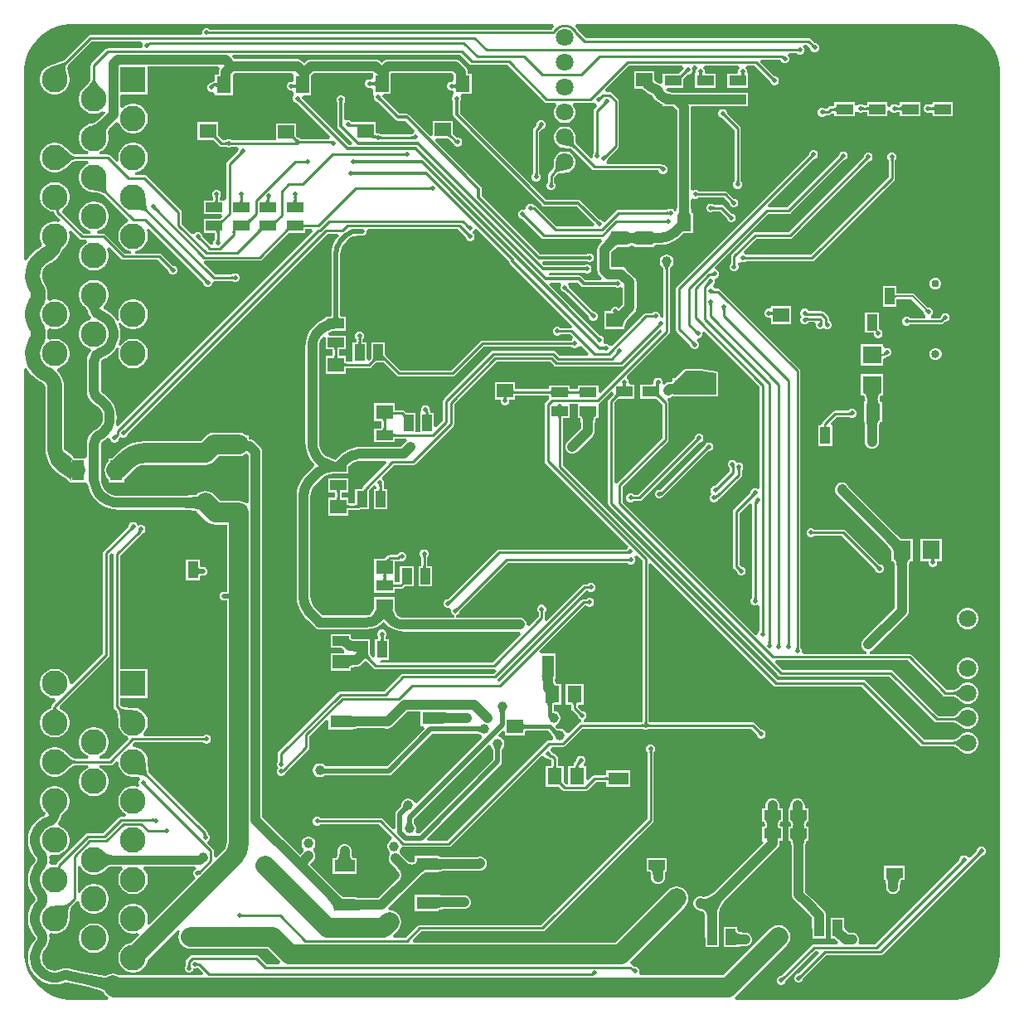
<source format=gbl>
G04*
G04 #@! TF.GenerationSoftware,Altium Limited,Altium Designer,23.5.1 (21)*
G04*
G04 Layer_Physical_Order=2*
G04 Layer_Color=16711680*
%FSLAX44Y44*%
%MOMM*%
G71*
G04*
G04 #@! TF.SameCoordinates,BDE5A72E-243D-4FE9-A7F5-F603F533516F*
G04*
G04*
G04 #@! TF.FilePolarity,Positive*
G04*
G01*
G75*
%ADD10C,0.4000*%
%ADD11C,0.2540*%
%ADD12C,0.2000*%
%ADD13C,0.3000*%
%ADD42R,1.4000X1.7000*%
%ADD43R,1.7000X1.0000*%
%ADD49R,1.7000X1.4000*%
%ADD98C,1.0000*%
%ADD99C,0.5000*%
%ADD100C,2.0000*%
%ADD101C,0.6000*%
%ADD103R,2.6250X2.6250*%
%ADD104C,2.6250*%
%ADD105C,1.7250*%
%ADD106C,6.0000*%
%ADD107C,0.7800*%
%ADD108O,2.3160X1.1580*%
%ADD109O,2.1160X1.0580*%
%ADD110C,0.8400*%
%ADD111C,1.8000*%
%ADD112C,0.5000*%
%ADD113C,1.0000*%
%ADD114C,1.5000*%
%ADD115R,1.0000X1.7000*%
%ADD116R,1.2700X2.1000*%
%ADD117R,2.1000X1.2700*%
%ADD118R,1.8000X1.8400*%
%ADD119R,1.8400X1.8000*%
%ADD120C,0.9000*%
G36*
X1019086Y1396741D02*
X1018928Y1396612D01*
X1016986Y1394245D01*
X1016847Y1393984D01*
X667391D01*
X667370Y1393986D01*
X667271Y1394002D01*
X667208Y1394016D01*
X666759Y1394465D01*
X665105Y1395150D01*
X663315D01*
X661661Y1394465D01*
X660395Y1393199D01*
X659710Y1391545D01*
Y1389755D01*
X658680Y1388214D01*
X545410D01*
X544134Y1387960D01*
X543052Y1387238D01*
X518360Y1362545D01*
X504994Y1357561D01*
X504858Y1357534D01*
X502106Y1356394D01*
X499628Y1354738D01*
X497522Y1352632D01*
X495866Y1350154D01*
X494726Y1347402D01*
X494145Y1344480D01*
Y1341500D01*
X494726Y1338578D01*
X495866Y1335826D01*
X497522Y1333348D01*
X499628Y1331242D01*
X502106Y1329586D01*
X504858Y1328446D01*
X507780Y1327865D01*
X510760D01*
X513682Y1328446D01*
X516434Y1329586D01*
X518912Y1331242D01*
X521018Y1333348D01*
X522674Y1335826D01*
X523814Y1338578D01*
X524395Y1341500D01*
Y1344480D01*
X523814Y1347402D01*
X523655Y1347785D01*
X523655Y1347788D01*
X523119Y1349505D01*
X522723Y1351046D01*
X522453Y1352446D01*
X522303Y1353703D01*
X522267Y1354808D01*
X522336Y1355759D01*
X522495Y1356554D01*
X522728Y1357203D01*
X523021Y1357726D01*
X523266Y1358021D01*
X546791Y1381546D01*
X597685D01*
X598223Y1380979D01*
X599146Y1379006D01*
X598750Y1378050D01*
Y1376260D01*
X597720Y1374719D01*
X563665D01*
X562389Y1374465D01*
X561307Y1373743D01*
X546912Y1359348D01*
X546190Y1358266D01*
X545936Y1356990D01*
Y1343777D01*
X545908Y1343497D01*
X545749Y1342906D01*
X545441Y1342161D01*
X544972Y1341282D01*
X544335Y1340284D01*
X543556Y1339214D01*
X540096Y1335268D01*
X538637Y1333801D01*
X538529Y1333639D01*
X537522Y1332632D01*
X535866Y1330154D01*
X534726Y1327402D01*
X534145Y1324480D01*
Y1321500D01*
X534726Y1318578D01*
X535866Y1315826D01*
X537522Y1313348D01*
X539628Y1311242D01*
X542106Y1309586D01*
X544858Y1308446D01*
X547780Y1307865D01*
X550760D01*
X553682Y1308446D01*
X556434Y1309586D01*
X557924Y1310582D01*
X560429Y1309769D01*
X560735Y1309473D01*
X560840Y1308942D01*
X554672Y1302775D01*
X553242Y1301477D01*
X552391Y1300817D01*
X551503Y1300202D01*
X550601Y1299648D01*
X549682Y1299154D01*
X548746Y1298719D01*
X547792Y1298341D01*
X546819Y1298021D01*
X545767Y1297743D01*
X545668Y1297695D01*
X544858Y1297534D01*
X542106Y1296394D01*
X539628Y1294738D01*
X537522Y1292632D01*
X535866Y1290154D01*
X534726Y1287402D01*
X534145Y1284480D01*
Y1281500D01*
X534726Y1278578D01*
X535866Y1275826D01*
X537522Y1273348D01*
X539628Y1271242D01*
X542106Y1269586D01*
X543849Y1268864D01*
X543344Y1266324D01*
X530057D01*
X529777Y1266352D01*
X529186Y1266511D01*
X528441Y1266819D01*
X527562Y1267288D01*
X526564Y1267925D01*
X525494Y1268704D01*
X521548Y1272164D01*
X520081Y1273623D01*
X519919Y1273731D01*
X518912Y1274738D01*
X516434Y1276394D01*
X513682Y1277534D01*
X510760Y1278115D01*
X507780D01*
X504858Y1277534D01*
X502106Y1276394D01*
X499628Y1274738D01*
X497522Y1272632D01*
X495866Y1270154D01*
X494726Y1267402D01*
X494145Y1264480D01*
Y1261500D01*
X494726Y1258578D01*
X495866Y1255826D01*
X497522Y1253348D01*
X499628Y1251242D01*
X502106Y1249586D01*
X504858Y1248446D01*
X507780Y1247865D01*
X510760D01*
X513682Y1248446D01*
X516434Y1249586D01*
X518912Y1251242D01*
X519919Y1252249D01*
X520081Y1252357D01*
X521573Y1253840D01*
X522945Y1255129D01*
X525478Y1257264D01*
X526564Y1258055D01*
X527562Y1258692D01*
X528441Y1259161D01*
X529186Y1259469D01*
X529777Y1259628D01*
X530057Y1259656D01*
X543344D01*
X543850Y1257116D01*
X542106Y1256394D01*
X539628Y1254738D01*
X537522Y1252632D01*
X535866Y1250154D01*
X534726Y1247402D01*
X534145Y1244480D01*
Y1241500D01*
X534726Y1238578D01*
X535866Y1235826D01*
X537522Y1233348D01*
X539628Y1231242D01*
X542106Y1229586D01*
X544858Y1228446D01*
X546621Y1228096D01*
X546786Y1228031D01*
X551175Y1227243D01*
X554703Y1226463D01*
X557400Y1225691D01*
X558378Y1225333D01*
X559132Y1224995D01*
X559620Y1224715D01*
X559745Y1224614D01*
X584478Y1199880D01*
X583709Y1197058D01*
X582106Y1196394D01*
X579628Y1194738D01*
X577522Y1192632D01*
X575866Y1190154D01*
X574726Y1187402D01*
X574145Y1184480D01*
Y1181500D01*
X574726Y1178578D01*
X575866Y1175826D01*
X577522Y1173348D01*
X579628Y1171242D01*
X582106Y1169586D01*
X584858Y1168446D01*
X587483Y1167924D01*
X587233Y1165384D01*
X580501D01*
X561158Y1184727D01*
X560076Y1185450D01*
X558800Y1185704D01*
X552915D01*
X552665Y1188244D01*
X553682Y1188446D01*
X556434Y1189586D01*
X558912Y1191242D01*
X561018Y1193348D01*
X562674Y1195826D01*
X563814Y1198578D01*
X564395Y1201500D01*
Y1204480D01*
X563814Y1207402D01*
X562674Y1210154D01*
X561018Y1212632D01*
X558912Y1214738D01*
X556434Y1216394D01*
X553682Y1217534D01*
X550760Y1218115D01*
X547780D01*
X544858Y1217534D01*
X542106Y1216394D01*
X539628Y1214738D01*
X537522Y1212632D01*
X535866Y1210154D01*
X534726Y1207402D01*
X534145Y1204480D01*
Y1201500D01*
X534726Y1198578D01*
X535866Y1195826D01*
X537522Y1193348D01*
X539628Y1191242D01*
X542106Y1189586D01*
X544858Y1188446D01*
X545875Y1188244D01*
X545625Y1185704D01*
X538591D01*
X517158Y1207137D01*
X517036Y1207550D01*
X517553Y1210334D01*
X518912Y1211242D01*
X521018Y1213348D01*
X522674Y1215826D01*
X523814Y1218578D01*
X524395Y1221500D01*
Y1224480D01*
X523814Y1227402D01*
X522674Y1230154D01*
X521018Y1232632D01*
X518912Y1234738D01*
X516434Y1236394D01*
X513682Y1237534D01*
X510760Y1238115D01*
X507780D01*
X504858Y1237534D01*
X502106Y1236394D01*
X499628Y1234738D01*
X497522Y1232632D01*
X495866Y1230154D01*
X494726Y1227402D01*
X494145Y1224480D01*
Y1221500D01*
X494726Y1218578D01*
X495866Y1215826D01*
X497522Y1213348D01*
X499628Y1211242D01*
X502106Y1209586D01*
X504858Y1208446D01*
X507780Y1207865D01*
X508604D01*
X508611Y1207862D01*
X508703Y1207771D01*
Y1207543D01*
X508957Y1206267D01*
X509680Y1205185D01*
X515218Y1199647D01*
X513780Y1197493D01*
X513682Y1197534D01*
X510760Y1198115D01*
X507780D01*
X504858Y1197534D01*
X502106Y1196394D01*
X499628Y1194738D01*
X497522Y1192632D01*
X495866Y1190154D01*
X494726Y1187402D01*
X494145Y1184480D01*
Y1181500D01*
X494726Y1178578D01*
X495866Y1175826D01*
X496548Y1174806D01*
X495817Y1172487D01*
X495411Y1172037D01*
X495366Y1172003D01*
X494641Y1171702D01*
X490329Y1169060D01*
X486484Y1165776D01*
X483200Y1161931D01*
X480829Y1158062D01*
X479297Y1158203D01*
X478289Y1158669D01*
Y1350520D01*
Y1353716D01*
X479123Y1360053D01*
X480778Y1366227D01*
X483224Y1372133D01*
X486420Y1377668D01*
X490311Y1382739D01*
X494831Y1387259D01*
X499902Y1391150D01*
X505437Y1394346D01*
X511343Y1396792D01*
X517517Y1398447D01*
X523854Y1399281D01*
X1018177D01*
X1019086Y1396741D01*
D02*
G37*
G36*
X666099Y1392309D02*
X666221Y1392227D01*
X666361Y1392155D01*
X666520Y1392093D01*
X666698Y1392040D01*
X666894Y1391997D01*
X667108Y1391963D01*
X667341Y1391939D01*
X667863Y1391920D01*
Y1389380D01*
X667593Y1389375D01*
X667108Y1389337D01*
X666894Y1389303D01*
X666698Y1389260D01*
X666520Y1389207D01*
X666361Y1389145D01*
X666221Y1389073D01*
X666099Y1388991D01*
X665995Y1388900D01*
Y1392400D01*
X666099Y1392309D01*
D02*
G37*
G36*
X606731Y1378840D02*
X606544Y1378646D01*
X606228Y1378276D01*
X606100Y1378100D01*
X605992Y1377931D01*
X605904Y1377768D01*
X605835Y1377612D01*
X605787Y1377462D01*
X605759Y1377318D01*
X605750Y1377180D01*
X603275Y1379655D01*
X603413Y1379664D01*
X603557Y1379692D01*
X603707Y1379740D01*
X603863Y1379809D01*
X604026Y1379897D01*
X604195Y1380005D01*
X604371Y1380133D01*
X604553Y1380281D01*
X604935Y1380636D01*
X606731Y1378840D01*
D02*
G37*
G36*
X1283749Y1378704D02*
X1284119Y1378388D01*
X1284295Y1378260D01*
X1284464Y1378152D01*
X1284627Y1378064D01*
X1284783Y1377995D01*
X1284933Y1377947D01*
X1285077Y1377919D01*
X1285215Y1377910D01*
X1282740Y1375435D01*
X1282731Y1375573D01*
X1282703Y1375717D01*
X1282655Y1375867D01*
X1282586Y1376023D01*
X1282498Y1376186D01*
X1282390Y1376355D01*
X1282262Y1376531D01*
X1282114Y1376713D01*
X1281759Y1377095D01*
X1283555Y1378891D01*
X1283749Y1378704D01*
D02*
G37*
G36*
X1268215Y1371120D02*
X1268111Y1371211D01*
X1267989Y1371293D01*
X1267849Y1371365D01*
X1267690Y1371427D01*
X1267512Y1371480D01*
X1267316Y1371523D01*
X1267102Y1371557D01*
X1266869Y1371581D01*
X1266347Y1371600D01*
Y1374140D01*
X1266617Y1374145D01*
X1267102Y1374183D01*
X1267316Y1374217D01*
X1267512Y1374260D01*
X1267690Y1374313D01*
X1267849Y1374375D01*
X1267989Y1374447D01*
X1268111Y1374529D01*
X1268215Y1374620D01*
Y1371120D01*
D02*
G37*
G36*
X1434983Y1398447D02*
X1441157Y1396792D01*
X1447063Y1394346D01*
X1452598Y1391150D01*
X1457669Y1387259D01*
X1462189Y1382739D01*
X1466080Y1377668D01*
X1469276Y1372133D01*
X1471722Y1366227D01*
X1473377Y1360053D01*
X1474211Y1353716D01*
Y1350520D01*
Y452120D01*
Y448924D01*
X1473377Y442587D01*
X1471722Y436413D01*
X1469276Y430507D01*
X1466080Y424972D01*
X1462189Y419901D01*
X1457669Y415381D01*
X1452598Y411490D01*
X1447063Y408294D01*
X1441157Y405848D01*
X1434983Y404193D01*
X1428646Y403359D01*
X1204261D01*
X1204061Y403728D01*
X1203601Y405899D01*
X1205599Y407431D01*
X1256969Y458801D01*
X1258892Y461308D01*
X1260101Y464227D01*
X1260514Y467360D01*
X1260101Y470493D01*
X1258892Y473412D01*
X1256969Y475919D01*
X1254462Y477842D01*
X1251543Y479051D01*
X1248410Y479464D01*
X1245277Y479051D01*
X1242358Y477842D01*
X1239852Y475919D01*
X1192027Y428094D01*
X1107486D01*
X1107097Y428450D01*
X1105998Y430634D01*
X1106330Y431435D01*
Y433225D01*
X1105645Y434879D01*
X1104379Y436145D01*
X1102725Y436830D01*
X1101380D01*
X1101378Y436832D01*
X1099412Y438797D01*
X1098330Y439520D01*
X1097862Y439613D01*
X1096995Y441589D01*
X1096971Y442314D01*
X1152829Y498172D01*
X1154752Y500678D01*
X1155961Y503597D01*
X1156374Y506730D01*
X1155961Y509863D01*
X1154752Y512782D01*
X1152829Y515289D01*
X1150322Y517212D01*
X1147403Y518421D01*
X1144270Y518834D01*
X1141137Y518421D01*
X1138218Y517212D01*
X1135712Y515289D01*
X1082236Y461814D01*
X875689D01*
X874717Y464160D01*
X883473Y472916D01*
X1007110D01*
X1008386Y473170D01*
X1009467Y473893D01*
X1119958Y584383D01*
X1120680Y585464D01*
X1120934Y586740D01*
Y655949D01*
X1120936Y655970D01*
X1120952Y656069D01*
X1120966Y656132D01*
X1121415Y656581D01*
X1122100Y658235D01*
Y660025D01*
X1121415Y661679D01*
X1120149Y662945D01*
X1118495Y663630D01*
X1116705D01*
X1115051Y662945D01*
X1113785Y661679D01*
X1113100Y660025D01*
Y658235D01*
X1113785Y656581D01*
X1114234Y656132D01*
X1114248Y656069D01*
X1114260Y655993D01*
X1114266Y655920D01*
Y588121D01*
X1005729Y479584D01*
X882092D01*
X880816Y479330D01*
X879734Y478607D01*
X867441Y466314D01*
X855453D01*
X854401Y468854D01*
X859458Y473912D01*
X861382Y476418D01*
X862591Y479337D01*
X863004Y482470D01*
X862591Y485603D01*
X861382Y488522D01*
X859458Y491029D01*
X856952Y492952D01*
X854033Y494161D01*
X851148Y494541D01*
X850656Y495265D01*
X850037Y497022D01*
X878817Y525803D01*
X880941Y527926D01*
X882936Y529860D01*
X885311Y531966D01*
X886236Y532701D01*
X886989Y533235D01*
X887390Y533470D01*
X898960D01*
X899426Y533470D01*
X899470Y533461D01*
X901500Y533470D01*
Y534331D01*
X907529Y534760D01*
X943140D01*
X944967Y535000D01*
X946670Y535705D01*
X948132Y536828D01*
X948602Y537298D01*
X948884Y537665D01*
X949211Y537992D01*
X949443Y538393D01*
X949725Y538760D01*
X949902Y539187D01*
X950133Y539588D01*
X950253Y540035D01*
X950430Y540463D01*
X950490Y540922D01*
X950610Y541368D01*
Y541831D01*
X950670Y542290D01*
X950610Y542749D01*
Y543212D01*
X950490Y543658D01*
X950430Y544117D01*
X950253Y544545D01*
X950133Y544992D01*
X949902Y545393D01*
X949725Y545820D01*
X949443Y546187D01*
X949211Y546588D01*
X948884Y546915D01*
X948602Y547282D01*
X948235Y547564D01*
X947908Y547891D01*
X947507Y548123D01*
X947140Y548405D01*
X946713Y548582D01*
X946312Y548813D01*
X945865Y548933D01*
X945437Y549110D01*
X944978Y549170D01*
X944532Y549290D01*
X944069D01*
X943610Y549350D01*
X943151Y549290D01*
X942688D01*
X942242Y549170D01*
X941783Y549110D01*
X941355Y548933D01*
X941160Y548880D01*
X907360D01*
X904493Y548975D01*
X902222Y549175D01*
X901500Y549291D01*
Y550170D01*
X899470Y550179D01*
X899426Y550170D01*
X876500D01*
Y544360D01*
X876343Y544092D01*
X875899Y543870D01*
X874841Y543553D01*
X873825Y543451D01*
X872809Y543553D01*
X871751Y543870D01*
X870629Y544431D01*
X869439Y545263D01*
X868458Y546147D01*
X862242Y552362D01*
X861972Y552570D01*
X861546Y553003D01*
X861384Y555129D01*
X861411Y555349D01*
X861596Y555896D01*
X862368Y557233D01*
X862399Y557350D01*
X863377Y559074D01*
X864895Y559246D01*
X911830D01*
X913106Y559500D01*
X914187Y560223D01*
X1006087Y652122D01*
X1009040Y651631D01*
X1010306Y650365D01*
X1011960Y649680D01*
X1013306D01*
X1013566Y649419D01*
X1013877Y649212D01*
X1013937Y649155D01*
X1013996Y649132D01*
X1014648Y648697D01*
X1015924Y648443D01*
X1016199D01*
X1016476Y648165D01*
Y641690D01*
X1010810D01*
Y620690D01*
X1023958D01*
X1024070Y620611D01*
X1024756Y620029D01*
X1027722Y617062D01*
X1028804Y616340D01*
X1030080Y616086D01*
X1051024D01*
X1052300Y616340D01*
X1053382Y617062D01*
X1062105Y625786D01*
X1072080D01*
Y620770D01*
X1097080D01*
Y637470D01*
X1072080D01*
Y632454D01*
X1060724D01*
X1059449Y632200D01*
X1058367Y631478D01*
X1054017Y627127D01*
X1051670Y628099D01*
Y641690D01*
X1050153D01*
X1049687Y642600D01*
X1049374Y644230D01*
X1050295Y645151D01*
X1050980Y646805D01*
Y648595D01*
X1050295Y650249D01*
X1049029Y651515D01*
X1047375Y652200D01*
X1045585D01*
X1043931Y651515D01*
X1042665Y650249D01*
X1041980Y648595D01*
Y647542D01*
X1041966Y647522D01*
X1041910Y647456D01*
X1040312Y645857D01*
X1039590Y644776D01*
X1039336Y643500D01*
Y641690D01*
X1033670D01*
Y623553D01*
X1031130Y623085D01*
X1029575Y624640D01*
X1029179Y625066D01*
X1028904Y625407D01*
X1028810Y625542D01*
Y641690D01*
X1023144D01*
Y649546D01*
X1022890Y650822D01*
X1022168Y651904D01*
X1019937Y654134D01*
X1018855Y654857D01*
X1017579Y655111D01*
X1017340D01*
X1016670Y656729D01*
X1015404Y657995D01*
X1015228Y659052D01*
X1017336Y661496D01*
X1028316D01*
X1029591Y661750D01*
X1030673Y662473D01*
X1048127Y679926D01*
X1109339D01*
X1109360Y679924D01*
X1109459Y679908D01*
X1109522Y679894D01*
X1109971Y679445D01*
X1111625Y678760D01*
X1113415D01*
X1115069Y679445D01*
X1115518Y679894D01*
X1115581Y679908D01*
X1115657Y679920D01*
X1115730Y679926D01*
X1220359D01*
X1226023Y674262D01*
X1226036Y674246D01*
X1226095Y674165D01*
X1226130Y674110D01*
Y673475D01*
X1226815Y671821D01*
X1228081Y670555D01*
X1229735Y669870D01*
X1231525D01*
X1233179Y670555D01*
X1234445Y671821D01*
X1235130Y673475D01*
Y675265D01*
X1234445Y676919D01*
X1233179Y678185D01*
X1231525Y678870D01*
X1230890D01*
X1230835Y678905D01*
X1230774Y678950D01*
X1230717Y678998D01*
X1224098Y685618D01*
X1223016Y686340D01*
X1221740Y686594D01*
X1115854D01*
Y848422D01*
X1118201Y849394D01*
X1243512Y724082D01*
X1244594Y723360D01*
X1245870Y723106D01*
X1333389D01*
X1393372Y663122D01*
X1394454Y662400D01*
X1395730Y662146D01*
X1427358D01*
X1427434Y662140D01*
X1427818Y662051D01*
X1428295Y661877D01*
X1428856Y661606D01*
X1429492Y661231D01*
X1430195Y660749D01*
X1430941Y660174D01*
X1432661Y658647D01*
X1433589Y657730D01*
X1433750Y657624D01*
X1434696Y656678D01*
X1437204Y655230D01*
X1440002Y654480D01*
X1442898D01*
X1445696Y655230D01*
X1448204Y656678D01*
X1450252Y658726D01*
X1451700Y661234D01*
X1452450Y664032D01*
Y666928D01*
X1451700Y669726D01*
X1450252Y672234D01*
X1448204Y674282D01*
X1445696Y675730D01*
X1442898Y676480D01*
X1440002D01*
X1437204Y675730D01*
X1434696Y674282D01*
X1433750Y673336D01*
X1433589Y673230D01*
X1432662Y672313D01*
X1430942Y670787D01*
X1430195Y670211D01*
X1429492Y669729D01*
X1428856Y669354D01*
X1428295Y669083D01*
X1427818Y668909D01*
X1427434Y668820D01*
X1427358Y668814D01*
X1397111D01*
X1337128Y728798D01*
X1336046Y729520D01*
X1334770Y729774D01*
X1247251D01*
X1027879Y949146D01*
Y997486D01*
X1035045D01*
Y1011486D01*
X1037421Y1011882D01*
X1040879D01*
X1043255Y1011486D01*
X1043255Y1009342D01*
Y1000026D01*
X1043255Y999560D01*
X1043246Y999516D01*
X1043255Y997486D01*
X1045074Y997486D01*
X1045313Y997449D01*
X1045340Y997436D01*
X1045470Y997311D01*
X1045697Y996959D01*
X1045961Y996337D01*
X1046212Y995450D01*
X1046420Y994340D01*
X1046683Y991309D01*
X1046695Y990658D01*
Y986830D01*
X1032598Y972732D01*
X1031476Y971270D01*
X1030770Y969567D01*
X1030530Y967740D01*
X1030770Y965913D01*
X1031476Y964210D01*
X1032598Y962748D01*
X1034060Y961626D01*
X1035763Y960920D01*
X1037590Y960680D01*
X1039417Y960920D01*
X1041120Y961626D01*
X1042582Y962748D01*
X1058747Y978913D01*
X1059869Y980375D01*
X1060575Y982078D01*
X1060815Y983905D01*
Y990658D01*
X1060828Y991335D01*
X1060926Y992937D01*
X1061085Y994311D01*
X1061297Y995450D01*
X1061549Y996337D01*
X1061813Y996959D01*
X1062040Y997311D01*
X1062170Y997436D01*
X1062196Y997449D01*
X1062436Y997486D01*
X1064255Y997486D01*
X1064264Y999516D01*
X1064255Y999560D01*
X1064255Y1000026D01*
Y1009734D01*
X1064727Y1011532D01*
X1065967Y1012858D01*
X1066150Y1013042D01*
X1077222Y1024113D01*
X1078855Y1023803D01*
X1079882Y1023185D01*
X1080082Y1021656D01*
X1079760Y1021275D01*
X1075273Y1016788D01*
X1074550Y1015706D01*
X1074296Y1014430D01*
Y909920D01*
X1074550Y908644D01*
X1075273Y907562D01*
X1248593Y734242D01*
X1249674Y733520D01*
X1250950Y733266D01*
X1361329D01*
X1407343Y687253D01*
X1408424Y686530D01*
X1409700Y686276D01*
X1427624D01*
X1427650Y686274D01*
X1428024Y686190D01*
X1428530Y686019D01*
X1429149Y685754D01*
X1429815Y685418D01*
X1433642Y682937D01*
X1434419Y682355D01*
X1434696Y682078D01*
X1437204Y680630D01*
X1440002Y679880D01*
X1442898D01*
X1445696Y680630D01*
X1448204Y682078D01*
X1450252Y684126D01*
X1451700Y686634D01*
X1452450Y689432D01*
Y692328D01*
X1451700Y695126D01*
X1450252Y697634D01*
X1448204Y699682D01*
X1445696Y701130D01*
X1442898Y701880D01*
X1440002D01*
X1437204Y701130D01*
X1434696Y699682D01*
X1432648Y697634D01*
X1432427Y697251D01*
X1431832Y696475D01*
X1431133Y695646D01*
X1430465Y694933D01*
X1429830Y694334D01*
X1429235Y693851D01*
X1428687Y693480D01*
X1428192Y693214D01*
X1427757Y693043D01*
X1427380Y692953D01*
X1427272Y692944D01*
X1411081D01*
X1365067Y738958D01*
X1363986Y739680D01*
X1362710Y739934D01*
X1252331D01*
X1245029Y747236D01*
X1246081Y749776D01*
X1380379D01*
X1416232Y713923D01*
X1417314Y713200D01*
X1418590Y712946D01*
X1427358D01*
X1427434Y712940D01*
X1427818Y712851D01*
X1428295Y712677D01*
X1428856Y712406D01*
X1429492Y712031D01*
X1430195Y711549D01*
X1430941Y710974D01*
X1432661Y709447D01*
X1433589Y708530D01*
X1433750Y708424D01*
X1434696Y707478D01*
X1437204Y706030D01*
X1440002Y705280D01*
X1442898D01*
X1445696Y706030D01*
X1448204Y707478D01*
X1450252Y709526D01*
X1451700Y712034D01*
X1452450Y714832D01*
Y717728D01*
X1451700Y720526D01*
X1450252Y723034D01*
X1448204Y725082D01*
X1445696Y726530D01*
X1442898Y727280D01*
X1440002D01*
X1437204Y726530D01*
X1434696Y725082D01*
X1433750Y724136D01*
X1433589Y724030D01*
X1432662Y723113D01*
X1430942Y721587D01*
X1430195Y721011D01*
X1429492Y720529D01*
X1428856Y720154D01*
X1428295Y719883D01*
X1427818Y719709D01*
X1427434Y719620D01*
X1427358Y719614D01*
X1419971D01*
X1384117Y755468D01*
X1383036Y756190D01*
X1381760Y756444D01*
X1341797D01*
X1341631Y758984D01*
X1341677Y758990D01*
X1343380Y759696D01*
X1344842Y760818D01*
X1379373Y795348D01*
X1380495Y796810D01*
X1381200Y798513D01*
X1381440Y800340D01*
Y844153D01*
X1381457Y844968D01*
X1381569Y846556D01*
X1381748Y847913D01*
X1381987Y849031D01*
X1382268Y849897D01*
X1382562Y850502D01*
X1382822Y850855D01*
X1383012Y851014D01*
X1383155Y851078D01*
X1383550Y851130D01*
X1385380Y851130D01*
X1385389Y853160D01*
X1385380Y853204D01*
X1385380Y853670D01*
Y873530D01*
X1379596D01*
X1379553Y873539D01*
X1379509Y873530D01*
X1374806D01*
X1373855Y874074D01*
X1372382Y875098D01*
X1368829Y878104D01*
X1367709Y879186D01*
X1319729Y927166D01*
X1319703Y927262D01*
X1319471Y927663D01*
X1319294Y928090D01*
X1319013Y928457D01*
X1318781Y928858D01*
X1318454Y929185D01*
X1318172Y929552D01*
X1317805Y929834D01*
X1317478Y930161D01*
X1317077Y930393D01*
X1316710Y930675D01*
X1316283Y930852D01*
X1315882Y931083D01*
X1315435Y931203D01*
X1315007Y931380D01*
X1314549Y931440D01*
X1314102Y931560D01*
X1313639D01*
X1313180Y931620D01*
X1312721Y931560D01*
X1312258D01*
X1311811Y931440D01*
X1311353Y931380D01*
X1310925Y931203D01*
X1310478Y931083D01*
X1310077Y930852D01*
X1309650Y930675D01*
X1309283Y930393D01*
X1308882Y930161D01*
X1308555Y929834D01*
X1308188Y929552D01*
X1307906Y929185D01*
X1307579Y928858D01*
X1307347Y928457D01*
X1307065Y928090D01*
X1306888Y927663D01*
X1306657Y927262D01*
X1306537Y926815D01*
X1306360Y926387D01*
X1306300Y925929D01*
X1306180Y925482D01*
Y925019D01*
X1306120Y924560D01*
Y923730D01*
X1306360Y921903D01*
X1307065Y920200D01*
X1308188Y918738D01*
X1357260Y869665D01*
X1360471Y866207D01*
X1361796Y864551D01*
X1362836Y863055D01*
X1363380Y862104D01*
Y857401D01*
X1363371Y857357D01*
X1363380Y857313D01*
Y853670D01*
X1363380Y853204D01*
X1363371Y853160D01*
X1363380Y851130D01*
X1365210Y851130D01*
X1365605Y851078D01*
X1365748Y851014D01*
X1365938Y850855D01*
X1366198Y850502D01*
X1366492Y849897D01*
X1366773Y849031D01*
X1367005Y847946D01*
X1367303Y844938D01*
X1367320Y844154D01*
Y803264D01*
X1334858Y770802D01*
X1333736Y769340D01*
X1333030Y767637D01*
X1332790Y765810D01*
X1333030Y763983D01*
X1333736Y762280D01*
X1334858Y760818D01*
X1336320Y759696D01*
X1338023Y758990D01*
X1338069Y758984D01*
X1337903Y756444D01*
X1273831D01*
X1271960Y758565D01*
Y760355D01*
X1271275Y762009D01*
X1270826Y762458D01*
X1270812Y762521D01*
X1270800Y762597D01*
X1270794Y762670D01*
Y1045210D01*
X1270540Y1046486D01*
X1269818Y1047568D01*
X1188706Y1128680D01*
X1187624Y1129402D01*
X1186348Y1129656D01*
X1182822D01*
X1181202Y1131922D01*
X1181264Y1132990D01*
X1182375Y1134101D01*
X1183060Y1135755D01*
Y1137545D01*
X1183755Y1139770D01*
X1185409Y1140455D01*
X1186675Y1141721D01*
X1187360Y1143375D01*
Y1145165D01*
X1186675Y1146819D01*
X1185409Y1148085D01*
X1184216Y1148579D01*
X1183522Y1150249D01*
X1183355Y1151310D01*
X1237750Y1205706D01*
X1258570D01*
X1259846Y1205960D01*
X1260928Y1206683D01*
X1314558Y1260313D01*
X1314574Y1260326D01*
X1314655Y1260385D01*
X1314710Y1260420D01*
X1315345D01*
X1316999Y1261105D01*
X1318265Y1262371D01*
X1318950Y1264025D01*
Y1265815D01*
X1318265Y1267469D01*
X1316999Y1268735D01*
X1315345Y1269420D01*
X1313555D01*
X1311901Y1268735D01*
X1310635Y1267469D01*
X1309950Y1265815D01*
Y1265180D01*
X1309915Y1265125D01*
X1309870Y1265064D01*
X1309822Y1265007D01*
X1257189Y1212374D01*
X1238461D01*
X1237409Y1214914D01*
X1284078Y1261583D01*
X1284094Y1261596D01*
X1284175Y1261655D01*
X1284230Y1261690D01*
X1284865D01*
X1286519Y1262375D01*
X1287785Y1263641D01*
X1288470Y1265295D01*
Y1267085D01*
X1287785Y1268739D01*
X1286519Y1270005D01*
X1284865Y1270690D01*
X1283075D01*
X1281421Y1270005D01*
X1280155Y1268739D01*
X1279470Y1267085D01*
Y1266450D01*
X1279435Y1266395D01*
X1279390Y1266334D01*
X1279342Y1266277D01*
X1144453Y1131387D01*
X1143730Y1130306D01*
X1143476Y1129030D01*
Y1088145D01*
X1143730Y1086870D01*
X1144453Y1085788D01*
X1158086Y1072154D01*
X1158102Y1072135D01*
X1158130Y1072094D01*
Y1071034D01*
X1158815Y1069380D01*
X1160081Y1068114D01*
X1161735Y1067429D01*
X1163525D01*
X1165179Y1068114D01*
X1166445Y1069380D01*
X1167130Y1071034D01*
Y1072824D01*
X1166445Y1074478D01*
X1165179Y1075744D01*
X1164925Y1075849D01*
X1164730Y1076367D01*
X1166526Y1078810D01*
X1166755D01*
X1168409Y1079495D01*
X1169675Y1080761D01*
X1170360Y1082415D01*
Y1084205D01*
X1170171Y1084662D01*
X1172324Y1086101D01*
X1229256Y1029169D01*
Y925730D01*
X1226829Y924565D01*
X1225175Y925250D01*
X1223385D01*
X1221731Y924565D01*
X1220465Y923299D01*
X1219780Y921645D01*
Y921010D01*
X1219745Y920955D01*
X1219700Y920894D01*
X1219652Y920837D01*
X1202872Y904057D01*
X1202150Y902976D01*
X1201896Y901700D01*
Y845820D01*
X1202150Y844544D01*
X1202872Y843463D01*
X1205703Y840632D01*
X1205716Y840616D01*
X1205775Y840535D01*
X1205810Y840480D01*
Y839845D01*
X1206495Y838191D01*
X1207761Y836925D01*
X1209415Y836240D01*
X1211205D01*
X1212859Y836925D01*
X1214125Y838191D01*
X1214810Y839845D01*
Y841635D01*
X1214125Y843289D01*
X1212859Y844555D01*
X1211205Y845240D01*
X1210570D01*
X1210515Y845275D01*
X1210454Y845320D01*
X1210397Y845368D01*
X1208564Y847201D01*
Y900319D01*
X1218490Y910245D01*
X1218820Y910202D01*
X1220946Y909109D01*
Y813441D01*
X1220944Y813420D01*
X1220928Y813321D01*
X1220914Y813258D01*
X1220465Y812809D01*
X1219780Y811155D01*
Y809365D01*
X1220465Y807711D01*
X1221731Y806445D01*
X1223385Y805760D01*
X1225175D01*
X1226829Y806445D01*
X1229256Y805280D01*
Y780350D01*
X1228085Y779179D01*
X1227400Y777525D01*
Y776650D01*
X1224957Y775501D01*
X1089184Y911274D01*
Y926989D01*
X1135198Y973002D01*
X1135920Y974084D01*
X1136174Y975360D01*
Y1012490D01*
X1135920Y1013766D01*
X1135198Y1014847D01*
X1134686Y1015359D01*
X1135097Y1016823D01*
X1135758Y1017879D01*
X1137207Y1018070D01*
X1138910Y1018775D01*
X1139561Y1019275D01*
X1139680Y1019196D01*
X1140460Y1019041D01*
X1184910D01*
X1185690Y1019196D01*
X1186352Y1019638D01*
X1186393Y1019700D01*
X1186520D01*
Y1019890D01*
X1186794Y1020300D01*
X1186949Y1021080D01*
Y1042851D01*
X1186899Y1043102D01*
X1186885Y1043357D01*
X1186822Y1043489D01*
X1186794Y1043632D01*
X1186652Y1043844D01*
X1186541Y1044075D01*
X1186433Y1044172D01*
X1186352Y1044293D01*
X1186139Y1044435D01*
X1185949Y1044606D01*
X1185811Y1044654D01*
X1185690Y1044735D01*
X1185440Y1044785D01*
X1185198Y1044870D01*
X1168688Y1047229D01*
X1168543Y1047221D01*
X1168400Y1047249D01*
X1153160D01*
X1153160Y1047249D01*
X1152380Y1047094D01*
X1151718Y1046652D01*
X1151718Y1046652D01*
X1142766Y1037700D01*
X1140120D01*
Y1035054D01*
X1139018Y1033952D01*
X1138890Y1033760D01*
X1137190D01*
X1135363Y1033520D01*
X1133660Y1032814D01*
X1132198Y1031693D01*
X1131818Y1031313D01*
X1129665Y1032752D01*
X1129720Y1032885D01*
Y1034675D01*
X1129035Y1036329D01*
X1127769Y1037595D01*
X1126115Y1038280D01*
X1124325D01*
X1122671Y1037595D01*
X1121405Y1036329D01*
X1120720Y1034675D01*
Y1032885D01*
X1118672Y1031230D01*
X1107100D01*
Y1017230D01*
X1122434D01*
X1122477Y1017221D01*
X1122521Y1017230D01*
X1123240D01*
X1123371Y1017139D01*
X1124055Y1016560D01*
X1129506Y1011109D01*
Y976741D01*
X1083504Y930739D01*
X1083454Y930740D01*
X1080964Y931516D01*
Y1013049D01*
X1084368Y1016453D01*
X1084799Y1016853D01*
X1085136Y1017123D01*
X1085290Y1017230D01*
X1086009D01*
X1086053Y1017221D01*
X1086096Y1017230D01*
X1101430D01*
Y1031230D01*
X1097494D01*
X1095430Y1032885D01*
Y1034675D01*
X1094745Y1036329D01*
X1093887Y1037187D01*
X1093472Y1038612D01*
X1093461Y1040352D01*
X1136468Y1083359D01*
X1137190Y1084440D01*
X1137444Y1085716D01*
Y1149405D01*
X1137467Y1149547D01*
X1137527Y1149776D01*
X1137619Y1150025D01*
X1137747Y1150296D01*
X1137915Y1150589D01*
X1138126Y1150902D01*
X1138382Y1151233D01*
X1138686Y1151581D01*
X1139073Y1151978D01*
X1139173Y1152134D01*
X1139711Y1152672D01*
X1140633Y1154268D01*
X1141110Y1156048D01*
Y1157892D01*
X1140633Y1159672D01*
X1139711Y1161268D01*
X1138408Y1162571D01*
X1136812Y1163493D01*
X1135032Y1163970D01*
X1133188D01*
X1131408Y1163493D01*
X1129812Y1162571D01*
X1128509Y1161268D01*
X1127587Y1159672D01*
X1127110Y1157892D01*
Y1156048D01*
X1127587Y1154268D01*
X1128509Y1152672D01*
X1129047Y1152134D01*
X1129147Y1151978D01*
X1129533Y1151581D01*
X1129837Y1151233D01*
X1130094Y1150902D01*
X1130305Y1150589D01*
X1130473Y1150296D01*
X1130601Y1150025D01*
X1130693Y1149776D01*
X1130753Y1149547D01*
X1130776Y1149405D01*
Y1100153D01*
X1130280Y1099583D01*
X1129346Y1099577D01*
X1127180Y1101878D01*
Y1101985D01*
X1126495Y1103639D01*
X1125229Y1104905D01*
X1123575Y1105590D01*
X1121785D01*
X1120131Y1104905D01*
X1119682Y1104456D01*
X1119619Y1104442D01*
X1119543Y1104430D01*
X1119470Y1104424D01*
X1113250D01*
X1111974Y1104170D01*
X1110892Y1103447D01*
X1078333Y1070888D01*
X1077674Y1070821D01*
X1075083Y1071230D01*
X1074429Y1071885D01*
X1072775Y1072570D01*
X1071096D01*
X1069998Y1073724D01*
X1069459Y1074687D01*
X1070030Y1076065D01*
Y1077855D01*
X1069345Y1079509D01*
X1068079Y1080775D01*
X1066425Y1081460D01*
X1066087D01*
X1066008Y1081529D01*
X1014262Y1133275D01*
X1015234Y1135621D01*
X1025335D01*
X1026387Y1133081D01*
X1026155Y1132849D01*
X1025470Y1131195D01*
Y1129405D01*
X1026155Y1127751D01*
X1027421Y1126485D01*
X1029075Y1125800D01*
X1029710D01*
X1029765Y1125765D01*
X1029826Y1125720D01*
X1029883Y1125672D01*
X1054573Y1100982D01*
X1054586Y1100966D01*
X1054645Y1100885D01*
X1054680Y1100830D01*
Y1100195D01*
X1055365Y1098541D01*
X1056631Y1097275D01*
X1058285Y1096590D01*
X1060075D01*
X1061729Y1097275D01*
X1062995Y1098541D01*
X1063680Y1100195D01*
Y1101985D01*
X1062995Y1103639D01*
X1061729Y1104905D01*
X1060075Y1105590D01*
X1059440D01*
X1059385Y1105625D01*
X1059324Y1105670D01*
X1059268Y1105718D01*
X1034577Y1130408D01*
X1034564Y1130424D01*
X1034505Y1130505D01*
X1034470Y1130560D01*
Y1131195D01*
X1033785Y1132849D01*
X1033552Y1133081D01*
X1034605Y1135621D01*
X1043385D01*
X1046790Y1132217D01*
X1047948Y1131443D01*
X1049313Y1131171D01*
X1081175D01*
X1081421Y1130925D01*
X1083075Y1130240D01*
X1084865D01*
X1086519Y1130925D01*
X1086670Y1131076D01*
X1089210Y1130023D01*
Y1113165D01*
X1088435Y1112390D01*
X1085165Y1109349D01*
X1084429Y1110085D01*
X1082775Y1110770D01*
X1080985D01*
X1079331Y1110085D01*
X1078065Y1108819D01*
X1077380Y1107165D01*
Y1106280D01*
X1070270D01*
Y1088280D01*
X1088730D01*
X1089098Y1088280D01*
X1089117Y1088275D01*
X1089161Y1088275D01*
X1089172Y1088272D01*
X1091270Y1088280D01*
X1091270Y1090169D01*
X1091275Y1090188D01*
X1091339Y1091250D01*
X1091512Y1092231D01*
X1091808Y1093261D01*
X1092235Y1094342D01*
X1092798Y1095471D01*
X1093501Y1096647D01*
X1094330Y1097845D01*
X1096490Y1100450D01*
X1097076Y1101062D01*
X1101263Y1105248D01*
X1102384Y1106710D01*
X1103090Y1108413D01*
X1103330Y1110240D01*
Y1135875D01*
X1103090Y1137702D01*
X1102384Y1139405D01*
X1101263Y1140867D01*
X1092897Y1149232D01*
X1091435Y1150354D01*
X1089732Y1151060D01*
X1087905Y1151300D01*
X1077410D01*
Y1166451D01*
X1080445Y1169276D01*
X1082124Y1170628D01*
X1083631Y1171684D01*
X1084354Y1172100D01*
X1088954D01*
X1088959Y1172099D01*
X1088971Y1172100D01*
X1089270D01*
X1089291Y1172097D01*
X1089300Y1172100D01*
X1093810D01*
X1094276Y1172100D01*
X1094320Y1172091D01*
X1096350Y1172100D01*
Y1172561D01*
X1098554Y1173483D01*
X1100750Y1172231D01*
X1100750Y1172100D01*
X1102781Y1172091D01*
X1102824Y1172100D01*
X1103290Y1172100D01*
X1121750D01*
Y1173757D01*
X1122262Y1173848D01*
X1123611Y1173947D01*
X1126129Y1174000D01*
Y1174000D01*
X1131213Y1174400D01*
X1136172Y1175591D01*
X1140884Y1177542D01*
X1145232Y1180207D01*
X1149110Y1183519D01*
X1149082Y1183547D01*
X1151375Y1185840D01*
X1160890D01*
Y1204300D01*
X1160890Y1204766D01*
X1160899Y1204809D01*
X1160890Y1206840D01*
X1159613Y1206840D01*
X1159554Y1207000D01*
X1159383Y1207711D01*
X1159234Y1208639D01*
X1158950Y1212954D01*
Y1219964D01*
X1159497Y1220495D01*
X1161490Y1221437D01*
X1162425Y1221050D01*
X1164215D01*
X1165869Y1221735D01*
X1166318Y1222184D01*
X1166381Y1222198D01*
X1166457Y1222210D01*
X1166530Y1222216D01*
X1192419D01*
X1198083Y1216552D01*
X1198096Y1216536D01*
X1198155Y1216455D01*
X1198190Y1216400D01*
Y1215765D01*
X1198875Y1214111D01*
X1200141Y1212845D01*
X1201795Y1212160D01*
X1203585D01*
X1205239Y1212845D01*
X1206505Y1214111D01*
X1207190Y1215765D01*
Y1217555D01*
X1206505Y1219209D01*
X1205239Y1220475D01*
X1203585Y1221160D01*
X1202950D01*
X1202895Y1221195D01*
X1202834Y1221240D01*
X1202777Y1221288D01*
X1196158Y1227907D01*
X1195076Y1228630D01*
X1193800Y1228884D01*
X1166501D01*
X1166480Y1228886D01*
X1166381Y1228902D01*
X1166318Y1228916D01*
X1165869Y1229365D01*
X1164215Y1230050D01*
X1162425D01*
X1161490Y1229663D01*
X1159497Y1230605D01*
X1158950Y1231136D01*
Y1314680D01*
X1159713Y1315550D01*
X1206500D01*
X1206959Y1315610D01*
X1217000D01*
Y1329610D01*
X1206959D01*
X1206500Y1329670D01*
X1140002D01*
X1137547Y1329948D01*
X1137547Y1329948D01*
X1137394Y1329963D01*
X1134704Y1330779D01*
X1133708Y1332060D01*
X1133646Y1332332D01*
X1135502Y1334610D01*
X1150960D01*
Y1343758D01*
X1151039Y1343870D01*
X1151621Y1344556D01*
X1155115Y1348050D01*
X1156595D01*
X1158249Y1348735D01*
X1159515Y1350001D01*
X1160200Y1351655D01*
Y1353445D01*
X1159848Y1354296D01*
X1160886Y1356407D01*
X1161336Y1356836D01*
X1164000D01*
X1165052Y1354296D01*
X1164585Y1353829D01*
X1163900Y1352175D01*
Y1350769D01*
X1162980Y1348610D01*
X1162980Y1348610D01*
X1162980Y1348610D01*
Y1334610D01*
X1183980D01*
Y1348610D01*
X1174914D01*
X1172900Y1350385D01*
Y1352175D01*
X1172215Y1353829D01*
X1171748Y1354296D01*
X1172800Y1356836D01*
X1207180D01*
X1208232Y1354296D01*
X1207765Y1353829D01*
X1207080Y1352175D01*
Y1350385D01*
X1205066Y1348610D01*
X1196000D01*
Y1334610D01*
X1217000D01*
Y1348610D01*
X1217000D01*
X1216080Y1350769D01*
Y1352175D01*
X1215395Y1353829D01*
X1214928Y1354296D01*
X1215980Y1356836D01*
X1224229D01*
X1239623Y1341442D01*
X1239636Y1341426D01*
X1239695Y1341345D01*
X1239730Y1341290D01*
Y1340655D01*
X1240415Y1339001D01*
X1241681Y1337735D01*
X1243335Y1337050D01*
X1245125D01*
X1246779Y1337735D01*
X1248045Y1339001D01*
X1248730Y1340655D01*
Y1342445D01*
X1248045Y1344099D01*
X1246779Y1345365D01*
X1245125Y1346050D01*
X1244490D01*
X1244435Y1346085D01*
X1244374Y1346130D01*
X1244317Y1346178D01*
X1229849Y1360646D01*
X1230901Y1363186D01*
X1250260D01*
Y1363085D01*
X1250945Y1361431D01*
X1252211Y1360165D01*
X1253865Y1359480D01*
X1255655D01*
X1257309Y1360165D01*
X1258575Y1361431D01*
X1259260Y1363085D01*
Y1364875D01*
X1258575Y1366529D01*
X1258108Y1366996D01*
X1259160Y1369536D01*
X1266819D01*
X1266840Y1369534D01*
X1266939Y1369518D01*
X1267002Y1369504D01*
X1267451Y1369055D01*
X1269105Y1368370D01*
X1270895D01*
X1272549Y1369055D01*
X1273815Y1370321D01*
X1274500Y1371975D01*
Y1373765D01*
X1273815Y1375419D01*
X1273348Y1375886D01*
X1274400Y1378426D01*
X1277509D01*
X1280633Y1375302D01*
X1280646Y1375286D01*
X1280705Y1375205D01*
X1280740Y1375150D01*
Y1374515D01*
X1281425Y1372861D01*
X1282691Y1371595D01*
X1284345Y1370910D01*
X1286135D01*
X1287789Y1371595D01*
X1289055Y1372861D01*
X1289740Y1374515D01*
Y1376305D01*
X1289055Y1377959D01*
X1287789Y1379225D01*
X1286135Y1379910D01*
X1285500D01*
X1285445Y1379945D01*
X1285384Y1379990D01*
X1285327Y1380038D01*
X1281248Y1384117D01*
X1280166Y1384840D01*
X1278890Y1385094D01*
X1051889D01*
X1045027Y1391956D01*
X1043325Y1393846D01*
Y1393846D01*
X1043325D01*
X1041737Y1395728D01*
X1041012Y1396612D01*
X1040854Y1396741D01*
X1041763Y1399281D01*
X1428646D01*
X1434983Y1398447D01*
D02*
G37*
G36*
X1253142Y1367219D02*
X1253895Y1366552D01*
X1253994Y1366485D01*
X1254077Y1366440D01*
X1254143Y1366416D01*
X1254191Y1366414D01*
X1252281Y1364301D01*
X1252274Y1364343D01*
X1252246Y1364402D01*
X1252196Y1364479D01*
X1252125Y1364574D01*
X1251918Y1364818D01*
X1251446Y1365318D01*
X1251246Y1365520D01*
X1252940Y1367418D01*
X1253142Y1367219D01*
D02*
G37*
G36*
X1155110Y1350121D02*
X1154971Y1350142D01*
X1154826Y1350140D01*
X1154675Y1350116D01*
X1154517Y1350068D01*
X1154353Y1349997D01*
X1154184Y1349903D01*
X1154007Y1349785D01*
X1153825Y1349645D01*
X1153636Y1349482D01*
X1153441Y1349295D01*
X1152141Y1351587D01*
X1152334Y1351784D01*
X1152925Y1352467D01*
X1153028Y1352613D01*
X1153112Y1352748D01*
X1153179Y1352872D01*
X1153228Y1352987D01*
X1153259Y1353091D01*
X1155110Y1350121D01*
D02*
G37*
G36*
X521929Y1359603D02*
X521334Y1358886D01*
X520866Y1358052D01*
X520525Y1357101D01*
X520312Y1356033D01*
X520226Y1354850D01*
X520267Y1353549D01*
X520437Y1352132D01*
X520733Y1350598D01*
X521157Y1348947D01*
X521708Y1347180D01*
X505329Y1355509D01*
X519545Y1360811D01*
X521929Y1359603D01*
D02*
G37*
G36*
X1213239Y1349391D02*
X1213157Y1349269D01*
X1213085Y1349129D01*
X1213023Y1348970D01*
X1212970Y1348792D01*
X1212927Y1348596D01*
X1212893Y1348382D01*
X1212888Y1348336D01*
X1212901Y1348194D01*
X1212964Y1347809D01*
X1213053Y1347474D01*
X1213167Y1347192D01*
X1213307Y1346960D01*
X1213472Y1346780D01*
X1213663Y1346652D01*
X1213879Y1346575D01*
X1214120Y1346549D01*
X1209040D01*
X1209281Y1346575D01*
X1209497Y1346652D01*
X1209688Y1346780D01*
X1209853Y1346960D01*
X1209993Y1347192D01*
X1210107Y1347474D01*
X1210196Y1347809D01*
X1210259Y1348194D01*
X1210271Y1348329D01*
X1210267Y1348382D01*
X1210233Y1348596D01*
X1210190Y1348792D01*
X1210137Y1348970D01*
X1210075Y1349129D01*
X1210003Y1349269D01*
X1209921Y1349391D01*
X1209830Y1349495D01*
X1213330D01*
X1213239Y1349391D01*
D02*
G37*
G36*
X1170059D02*
X1169977Y1349269D01*
X1169905Y1349129D01*
X1169843Y1348970D01*
X1169790Y1348792D01*
X1169747Y1348596D01*
X1169713Y1348382D01*
X1169708Y1348336D01*
X1169721Y1348194D01*
X1169784Y1347809D01*
X1169873Y1347474D01*
X1169987Y1347192D01*
X1170127Y1346960D01*
X1170292Y1346780D01*
X1170483Y1346652D01*
X1170699Y1346575D01*
X1170940Y1346549D01*
X1165860D01*
X1166101Y1346575D01*
X1166317Y1346652D01*
X1166508Y1346780D01*
X1166673Y1346960D01*
X1166813Y1347192D01*
X1166927Y1347474D01*
X1167016Y1347809D01*
X1167079Y1348194D01*
X1167091Y1348329D01*
X1167087Y1348382D01*
X1167053Y1348596D01*
X1167010Y1348792D01*
X1166957Y1348970D01*
X1166895Y1349129D01*
X1166823Y1349269D01*
X1166741Y1349391D01*
X1166650Y1349495D01*
X1170150D01*
X1170059Y1349391D01*
D02*
G37*
G36*
X1150726Y1346579D02*
X1150220Y1346056D01*
X1149423Y1345118D01*
X1149133Y1344704D01*
X1148914Y1344327D01*
X1148767Y1343986D01*
X1148693Y1343681D01*
X1148690Y1343414D01*
X1148758Y1343182D01*
X1148899Y1342987D01*
X1145337Y1346549D01*
X1145532Y1346408D01*
X1145764Y1346340D01*
X1146031Y1346343D01*
X1146336Y1346418D01*
X1146677Y1346564D01*
X1147054Y1346783D01*
X1147468Y1347073D01*
X1147919Y1347435D01*
X1148930Y1348376D01*
X1150726Y1346579D01*
D02*
G37*
G36*
X834280Y1349025D02*
Y1344563D01*
X831740Y1342970D01*
X831475Y1343080D01*
X829685D01*
X828031Y1342395D01*
X826765Y1341129D01*
X826080Y1339475D01*
Y1337685D01*
X826765Y1336031D01*
X828031Y1334765D01*
X829685Y1334080D01*
X831475D01*
X831740Y1334190D01*
X834280Y1332597D01*
Y1328080D01*
X834280D01*
X834985Y1325540D01*
X834970Y1325505D01*
Y1323715D01*
X835655Y1322061D01*
X836921Y1320795D01*
X838575Y1320110D01*
X838913D01*
X838992Y1320041D01*
X857267Y1301767D01*
X858424Y1300993D01*
X859790Y1300721D01*
X867202D01*
X876913Y1291010D01*
X876828Y1290101D01*
X876099Y1288232D01*
X875021Y1287785D01*
X874176Y1286940D01*
X874115Y1286934D01*
X842314D01*
X842138Y1286951D01*
X842109Y1286955D01*
X842019Y1287045D01*
X840365Y1287730D01*
X838575D01*
X837270Y1289773D01*
Y1299320D01*
X821362D01*
X821040Y1299384D01*
X812640D01*
X811539Y1300485D01*
X809885Y1301170D01*
X808095D01*
X807479Y1300915D01*
X805077Y1302225D01*
X804939Y1302403D01*
Y1319275D01*
X805185Y1319521D01*
X805870Y1321175D01*
Y1322965D01*
X805185Y1324619D01*
X803919Y1325885D01*
X802265Y1326570D01*
X800475D01*
X798821Y1325885D01*
X797555Y1324619D01*
X796870Y1322965D01*
Y1321175D01*
X797555Y1319521D01*
X797794Y1319282D01*
X797801Y1319177D01*
Y1295270D01*
X798073Y1293905D01*
X798847Y1292747D01*
X813448Y1278145D01*
X812476Y1275799D01*
X809508D01*
X761420Y1323887D01*
Y1324235D01*
X761405Y1324270D01*
X763103Y1326810D01*
X771000D01*
Y1338851D01*
X771060Y1339310D01*
Y1346546D01*
X773814Y1349300D01*
X834006D01*
X834280Y1349025D01*
D02*
G37*
G36*
X1242739Y1344844D02*
X1243109Y1344528D01*
X1243285Y1344400D01*
X1243454Y1344292D01*
X1243617Y1344204D01*
X1243773Y1344135D01*
X1243923Y1344087D01*
X1244067Y1344058D01*
X1244205Y1344050D01*
X1241730Y1341575D01*
X1241721Y1341713D01*
X1241693Y1341856D01*
X1241645Y1342007D01*
X1241576Y1342163D01*
X1241488Y1342326D01*
X1241380Y1342495D01*
X1241252Y1342671D01*
X1241104Y1342853D01*
X1240749Y1343235D01*
X1242545Y1345031D01*
X1242739Y1344844D01*
D02*
G37*
G36*
X840010Y1334798D02*
X839440Y1335231D01*
X838788Y1335619D01*
X838053Y1335962D01*
X837234Y1336258D01*
X836341Y1336507D01*
Y1335580D01*
X836311Y1335865D01*
X836220Y1336120D01*
X836068Y1336345D01*
X835856Y1336540D01*
X835682Y1336645D01*
X835348Y1336715D01*
X834281Y1336875D01*
X832762Y1336991D01*
X832757Y1336990D01*
X832623Y1336958D01*
X832512Y1336920D01*
X832427Y1336877D01*
X832365Y1336830D01*
Y1337021D01*
X831897Y1337057D01*
X830580Y1337080D01*
Y1340080D01*
X831897Y1340103D01*
X832365Y1340139D01*
Y1340330D01*
X832427Y1340282D01*
X832512Y1340240D01*
X832623Y1340202D01*
X832757Y1340170D01*
X832762Y1340169D01*
X834281Y1340285D01*
X835348Y1340445D01*
X835682Y1340515D01*
X835856Y1340620D01*
X836068Y1340815D01*
X836220Y1341040D01*
X836311Y1341295D01*
X836341Y1341580D01*
Y1340653D01*
X837234Y1340902D01*
X838053Y1341198D01*
X838788Y1341541D01*
X839440Y1341929D01*
X840010Y1342362D01*
Y1334798D01*
D02*
G37*
G36*
X678939Y1333349D02*
X678294Y1333816D01*
X677638Y1334235D01*
X676970Y1334604D01*
X676290Y1334924D01*
X675599Y1335195D01*
X675051Y1335368D01*
Y1334310D01*
X675021Y1334595D01*
X674930Y1334850D01*
X674778Y1335075D01*
X674566Y1335270D01*
X674293Y1335435D01*
X673960Y1335570D01*
X673566Y1335675D01*
X673171Y1335740D01*
X672813Y1335776D01*
X672698Y1335786D01*
X671971Y1335810D01*
Y1338810D01*
X672698Y1338834D01*
X672813Y1338844D01*
X673171Y1338880D01*
X673566Y1338945D01*
X673960Y1339050D01*
X674293Y1339185D01*
X674566Y1339350D01*
X674778Y1339545D01*
X674930Y1339770D01*
X675021Y1340025D01*
X675051Y1340310D01*
Y1339252D01*
X675599Y1339425D01*
X676290Y1339696D01*
X676970Y1340016D01*
X677638Y1340385D01*
X678294Y1340804D01*
X678939Y1341271D01*
Y1333349D01*
D02*
G37*
G36*
X932363Y1359082D02*
X933444Y1358360D01*
X934720Y1358106D01*
X971439D01*
X1009402Y1320143D01*
X1010484Y1319420D01*
X1011760Y1319166D01*
X1020618D01*
X1021670Y1316626D01*
X1021168Y1316124D01*
X1019720Y1313616D01*
X1018970Y1310818D01*
Y1307922D01*
X1019720Y1305124D01*
X1021168Y1302616D01*
X1023216Y1300568D01*
X1025724Y1299120D01*
X1028522Y1298370D01*
X1031418D01*
X1034216Y1299120D01*
X1036724Y1300568D01*
X1038772Y1302616D01*
X1040220Y1305124D01*
X1040970Y1307922D01*
Y1310818D01*
X1040220Y1313616D01*
X1038772Y1316124D01*
X1038270Y1316626D01*
X1039323Y1319166D01*
X1056530D01*
X1057806Y1319420D01*
X1060445Y1319521D01*
X1061711Y1318255D01*
X1062126Y1318083D01*
X1062858Y1315223D01*
X1060632Y1312997D01*
X1059910Y1311916D01*
X1059656Y1310640D01*
Y1268101D01*
X1059654Y1268080D01*
X1059638Y1267981D01*
X1059624Y1267918D01*
X1059175Y1267469D01*
X1058490Y1265815D01*
Y1264025D01*
X1058679Y1263568D01*
X1056526Y1262129D01*
X1042292Y1276363D01*
X1042243Y1276421D01*
X1042034Y1276756D01*
X1041820Y1277216D01*
X1041615Y1277804D01*
X1041430Y1278519D01*
X1041273Y1279357D01*
X1041153Y1280292D01*
X1041016Y1282587D01*
X1041009Y1283891D01*
X1040970Y1284081D01*
Y1285418D01*
X1040220Y1288216D01*
X1038772Y1290724D01*
X1036724Y1292772D01*
X1034216Y1294220D01*
X1031418Y1294970D01*
X1028522D01*
X1025724Y1294220D01*
X1023216Y1292772D01*
X1021168Y1290724D01*
X1019720Y1288216D01*
X1018970Y1285418D01*
Y1282522D01*
X1019720Y1279724D01*
X1021168Y1277216D01*
X1023216Y1275168D01*
X1025724Y1273720D01*
X1028522Y1272970D01*
X1029859D01*
X1030049Y1272931D01*
X1031353Y1272924D01*
X1033648Y1272787D01*
X1034583Y1272666D01*
X1035421Y1272510D01*
X1036136Y1272325D01*
X1036724Y1272120D01*
X1037184Y1271906D01*
X1037519Y1271697D01*
X1037577Y1271648D01*
X1058092Y1251133D01*
X1059174Y1250410D01*
X1060450Y1250156D01*
X1125800D01*
Y1250055D01*
X1126485Y1248401D01*
X1127751Y1247135D01*
X1129405Y1246450D01*
X1131195D01*
X1132849Y1247135D01*
X1134115Y1248401D01*
X1134800Y1250055D01*
Y1251845D01*
X1134115Y1253499D01*
X1132849Y1254765D01*
X1131195Y1255450D01*
X1130337D01*
X1129940Y1255847D01*
X1128858Y1256570D01*
X1127582Y1256824D01*
X1073431D01*
X1073236Y1257147D01*
X1072652Y1259364D01*
X1073446Y1260157D01*
X1074131Y1261811D01*
Y1262447D01*
X1074165Y1262501D01*
X1074210Y1262563D01*
X1074258Y1262619D01*
X1084398Y1272758D01*
X1085120Y1273840D01*
X1085374Y1275116D01*
Y1320610D01*
X1085120Y1321886D01*
X1084398Y1322968D01*
X1078167Y1329198D01*
X1077086Y1329920D01*
X1075810Y1330174D01*
X1072511D01*
X1071459Y1332714D01*
X1095581Y1356836D01*
X1150064D01*
X1150514Y1356407D01*
X1151552Y1354296D01*
X1151316Y1353724D01*
X1151039Y1353404D01*
X1147011Y1349376D01*
X1146584Y1348979D01*
X1146243Y1348704D01*
X1146108Y1348610D01*
X1129960D01*
Y1339544D01*
X1127420Y1338291D01*
X1126810Y1338759D01*
X1124498Y1339717D01*
X1124197Y1339895D01*
X1124203Y1339912D01*
X1123059Y1340583D01*
X1121750Y1342580D01*
Y1351390D01*
X1100750D01*
Y1333390D01*
X1109228D01*
X1111174Y1332095D01*
X1113078Y1330552D01*
X1113078Y1330552D01*
X1115633Y1328455D01*
X1117400Y1327511D01*
X1118587Y1326876D01*
X1119653Y1326433D01*
X1119653Y1326433D01*
X1119668Y1326427D01*
X1119895Y1326087D01*
X1120925Y1324286D01*
X1123049Y1321698D01*
X1125638Y1319573D01*
X1127174Y1318752D01*
X1127376Y1318597D01*
X1127940Y1318343D01*
X1129960Y1317012D01*
Y1315610D01*
X1136501D01*
X1136960Y1315550D01*
X1141036Y1315550D01*
X1144830Y1311756D01*
Y1212929D01*
X1144679Y1209867D01*
X1144553Y1208680D01*
X1141999Y1208522D01*
X1141787Y1208923D01*
X1141735Y1209049D01*
X1140469Y1210315D01*
X1138815Y1211000D01*
X1137025D01*
X1135371Y1210315D01*
X1134922Y1209866D01*
X1134859Y1209852D01*
X1134783Y1209840D01*
X1134710Y1209834D01*
X1084705D01*
X1083429Y1209580D01*
X1082347Y1208857D01*
X1070902Y1197412D01*
X1069084Y1197774D01*
X1067819Y1199039D01*
X1066165Y1199724D01*
X1065826D01*
X1065748Y1199793D01*
X1046357Y1219183D01*
X1045200Y1219957D01*
X1043834Y1220229D01*
X1011128D01*
X923049Y1308308D01*
Y1320545D01*
X923295Y1320791D01*
X923980Y1322445D01*
Y1324235D01*
X923439Y1325540D01*
X924003Y1326997D01*
X924696Y1328080D01*
X934830D01*
Y1349080D01*
X930890D01*
Y1350502D01*
X930650Y1352330D01*
X929945Y1354032D01*
X928822Y1355495D01*
X922965Y1361352D01*
X921502Y1362475D01*
X919799Y1363180D01*
X917972Y1363420D01*
X849868D01*
X848040Y1363180D01*
X846338Y1362475D01*
X844875Y1361352D01*
X843399Y1359876D01*
X841922Y1361352D01*
X840460Y1362475D01*
X838757Y1363180D01*
X836930Y1363420D01*
X770890D01*
X769063Y1363180D01*
X767360Y1362475D01*
X765898Y1361352D01*
X764000Y1359455D01*
X761912Y1361542D01*
X760450Y1362664D01*
X758747Y1363370D01*
X756920Y1363610D01*
X692772D01*
X690678Y1365704D01*
X691650Y1368051D01*
X923394D01*
X932363Y1359082D01*
D02*
G37*
G36*
X918891Y1333040D02*
X918861Y1333325D01*
X918770Y1333580D01*
X918618Y1333805D01*
X918406Y1334000D01*
X918133Y1334165D01*
X917800Y1334300D01*
X917406Y1334405D01*
X916952Y1334480D01*
X916873Y1334487D01*
X916737Y1334478D01*
X916577Y1334450D01*
X916443Y1334418D01*
X916332Y1334380D01*
X916247Y1334337D01*
X916185Y1334290D01*
Y1334532D01*
X915861Y1334540D01*
Y1337540D01*
X916185Y1337549D01*
Y1337790D01*
X916247Y1337742D01*
X916332Y1337700D01*
X916443Y1337663D01*
X916577Y1337630D01*
X916737Y1337603D01*
X916849Y1337591D01*
X916952Y1337600D01*
X917406Y1337675D01*
X917800Y1337780D01*
X918133Y1337915D01*
X918406Y1338080D01*
X918618Y1338275D01*
X918770Y1338500D01*
X918861Y1338755D01*
X918891Y1339040D01*
Y1333040D01*
D02*
G37*
G36*
X755061D02*
X755031Y1333325D01*
X754940Y1333580D01*
X754788Y1333805D01*
X754576Y1334000D01*
X754303Y1334165D01*
X753970Y1334300D01*
X753576Y1334405D01*
X753121Y1334480D01*
X753044Y1334487D01*
X752906Y1334478D01*
X752747Y1334450D01*
X752613Y1334418D01*
X752502Y1334380D01*
X752417Y1334337D01*
X752355Y1334290D01*
Y1334532D01*
X752030Y1334540D01*
Y1337540D01*
X752355Y1337549D01*
Y1337790D01*
X752417Y1337742D01*
X752502Y1337700D01*
X752613Y1337663D01*
X752747Y1337630D01*
X752906Y1337603D01*
X753019Y1337591D01*
X753121Y1337600D01*
X753576Y1337675D01*
X753970Y1337780D01*
X754303Y1337915D01*
X754576Y1338080D01*
X754788Y1338275D01*
X754940Y1338500D01*
X755031Y1338755D01*
X755061Y1339040D01*
Y1333040D01*
D02*
G37*
G36*
X550619Y1343128D02*
X550857Y1342248D01*
X551253Y1341290D01*
X551807Y1340252D01*
X552519Y1339135D01*
X553390Y1337939D01*
X555607Y1335309D01*
X556953Y1333876D01*
X558457Y1332363D01*
X540083D01*
X541587Y1333876D01*
X545150Y1337939D01*
X546021Y1339135D01*
X546733Y1340252D01*
X547287Y1341290D01*
X547683Y1342248D01*
X547921Y1343128D01*
X548000Y1343928D01*
X550540D01*
X550619Y1343128D01*
D02*
G37*
G36*
X1120045Y1339608D02*
X1120300Y1339551D01*
X1120607Y1339450D01*
X1120966Y1339305D01*
X1121838Y1338882D01*
X1122917Y1338283D01*
X1123533Y1337918D01*
X1120353Y1328437D01*
X1109811Y1335451D01*
X1119689Y1339591D01*
X1119841Y1339622D01*
X1120045Y1339608D01*
D02*
G37*
G36*
X1067741Y1323755D02*
X1067554Y1323561D01*
X1067238Y1323191D01*
X1067110Y1323015D01*
X1067002Y1322846D01*
X1066914Y1322683D01*
X1066845Y1322527D01*
X1066797Y1322377D01*
X1066768Y1322233D01*
X1066760Y1322095D01*
X1064285Y1324570D01*
X1064423Y1324579D01*
X1064566Y1324607D01*
X1064717Y1324655D01*
X1064873Y1324724D01*
X1065036Y1324812D01*
X1065205Y1324920D01*
X1065381Y1325048D01*
X1065563Y1325196D01*
X1065945Y1325551D01*
X1067741Y1323755D01*
D02*
G37*
G36*
X841980Y1324508D02*
X842010Y1324417D01*
X842062Y1324313D01*
X842134Y1324195D01*
X842227Y1324063D01*
X842476Y1323757D01*
X842808Y1323397D01*
X843006Y1323196D01*
X840884Y1321075D01*
X840683Y1321272D01*
X840017Y1321853D01*
X839885Y1321946D01*
X839767Y1322018D01*
X839663Y1322070D01*
X839572Y1322100D01*
X839495Y1322110D01*
X841970Y1324585D01*
X841980Y1324508D01*
D02*
G37*
G36*
X921182Y1321493D02*
X921140Y1321408D01*
X921103Y1321297D01*
X921070Y1321163D01*
X921042Y1321004D01*
X921003Y1320612D01*
X920983Y1320122D01*
X920980Y1319840D01*
X917980D01*
X917978Y1320122D01*
X917917Y1321004D01*
X917890Y1321163D01*
X917858Y1321297D01*
X917820Y1321408D01*
X917777Y1321493D01*
X917730Y1321555D01*
X921230D01*
X921182Y1321493D01*
D02*
G37*
G36*
X759430Y1323238D02*
X759460Y1323147D01*
X759512Y1323043D01*
X759584Y1322925D01*
X759677Y1322793D01*
X759926Y1322487D01*
X760258Y1322127D01*
X760455Y1321926D01*
X758334Y1319805D01*
X758133Y1320002D01*
X757467Y1320583D01*
X757335Y1320676D01*
X757217Y1320748D01*
X757113Y1320800D01*
X757022Y1320830D01*
X756945Y1320840D01*
X759420Y1323315D01*
X759430Y1323238D01*
D02*
G37*
G36*
X803073Y1320223D02*
X803030Y1320138D01*
X802992Y1320027D01*
X802960Y1319893D01*
X802933Y1319733D01*
X802893Y1319342D01*
X802872Y1318852D01*
X802870Y1318570D01*
X799870D01*
X799867Y1318852D01*
X799808Y1319733D01*
X799780Y1319893D01*
X799747Y1320027D01*
X799710Y1320138D01*
X799668Y1320223D01*
X799620Y1320285D01*
X803120D01*
X803073Y1320223D01*
D02*
G37*
G36*
X1073395Y1318570D02*
X1073257Y1318562D01*
X1073113Y1318533D01*
X1072963Y1318485D01*
X1072807Y1318416D01*
X1072644Y1318328D01*
X1072475Y1318220D01*
X1072299Y1318092D01*
X1072117Y1317944D01*
X1071735Y1317589D01*
X1069939Y1319385D01*
X1070126Y1319579D01*
X1070442Y1319949D01*
X1070570Y1320125D01*
X1070678Y1320294D01*
X1070766Y1320457D01*
X1070835Y1320613D01*
X1070883Y1320764D01*
X1070911Y1320907D01*
X1070920Y1321045D01*
X1073395Y1318570D01*
D02*
G37*
G36*
X811234Y1297808D02*
X811335Y1297706D01*
X811458Y1297615D01*
X811601Y1297537D01*
X811766Y1297471D01*
X811951Y1297416D01*
X812158Y1297374D01*
X812385Y1297344D01*
X812634Y1297326D01*
X812904Y1297320D01*
X812126Y1294780D01*
X811850Y1294778D01*
X810950Y1294718D01*
X810777Y1294691D01*
X810490Y1294621D01*
X810378Y1294579D01*
X810286Y1294532D01*
X811154Y1297923D01*
X811234Y1297808D01*
D02*
G37*
G36*
X818300Y1297289D02*
Y1293510D01*
X818275Y1293751D01*
X818199Y1293967D01*
X818072Y1294158D01*
X817894Y1294323D01*
X817665Y1294462D01*
X817386Y1294577D01*
X817056Y1294666D01*
X816675Y1294729D01*
X816243Y1294767D01*
X815760Y1294780D01*
Y1297320D01*
X818300Y1297289D01*
D02*
G37*
G36*
X676674Y1355448D02*
X677582Y1353515D01*
X677170Y1352520D01*
X676930Y1350692D01*
Y1347810D01*
X672990D01*
Y1340917D01*
X672903Y1340902D01*
X672666Y1340879D01*
X671971D01*
X670606Y1340607D01*
X669448Y1339833D01*
X668885Y1339270D01*
X668395D01*
X666741Y1338585D01*
X665475Y1337319D01*
X664790Y1335665D01*
Y1333875D01*
X665475Y1332221D01*
X666741Y1330955D01*
X668395Y1330270D01*
X670185D01*
X670450Y1330380D01*
X672990Y1328787D01*
Y1326810D01*
X690990D01*
Y1338851D01*
X691050Y1339310D01*
Y1347768D01*
X692772Y1349490D01*
X751156D01*
X753000Y1347810D01*
Y1341566D01*
X751465Y1340540D01*
X749675D01*
X748021Y1339855D01*
X746755Y1338589D01*
X746070Y1336935D01*
Y1335145D01*
X746755Y1333491D01*
X748021Y1332225D01*
X749675Y1331540D01*
X751465D01*
X753000Y1330514D01*
Y1326810D01*
X753000Y1326810D01*
X752517Y1324470D01*
X752420Y1324235D01*
Y1322445D01*
X753105Y1320791D01*
X754371Y1319525D01*
X756025Y1318840D01*
X756363D01*
X756442Y1318771D01*
X790449Y1284764D01*
X789397Y1282224D01*
X759950D01*
X759469Y1282705D01*
X757815Y1283390D01*
X757365D01*
X755990Y1284765D01*
Y1298050D01*
X734990D01*
Y1280954D01*
X690100D01*
X689619Y1281435D01*
X687965Y1282120D01*
X686175D01*
X684521Y1281435D01*
X684072Y1280986D01*
X684009Y1280972D01*
X683933Y1280960D01*
X683860Y1280954D01*
X681061D01*
X676746Y1285269D01*
X676349Y1285696D01*
X676074Y1286037D01*
X675980Y1286172D01*
Y1299320D01*
X654980D01*
Y1281320D01*
X671128D01*
X671240Y1281241D01*
X671926Y1280659D01*
X677322Y1275263D01*
X678404Y1274540D01*
X679680Y1274286D01*
X683889D01*
X683910Y1274284D01*
X684009Y1274268D01*
X684072Y1274254D01*
X684521Y1273805D01*
X686175Y1273120D01*
X687965D01*
X689619Y1273805D01*
X690100Y1274286D01*
X695405D01*
X695854Y1273857D01*
X696892Y1271746D01*
X696540Y1270895D01*
Y1270260D01*
X696505Y1270205D01*
X696460Y1270144D01*
X696412Y1270087D01*
X685219Y1258894D01*
X684496Y1257812D01*
X684243Y1256537D01*
Y1221095D01*
X682330Y1219580D01*
X681703Y1219580D01*
X677704D01*
Y1222369D01*
X677706Y1222390D01*
X677722Y1222489D01*
X677736Y1222552D01*
X678185Y1223001D01*
X678870Y1224655D01*
Y1226445D01*
X678185Y1228099D01*
X676919Y1229365D01*
X675265Y1230050D01*
X673475D01*
X671821Y1229365D01*
X670555Y1228099D01*
X669870Y1226445D01*
Y1224655D01*
X670555Y1223001D01*
X671004Y1222552D01*
X671018Y1222489D01*
X671030Y1222413D01*
X671036Y1222340D01*
Y1219580D01*
X661330D01*
Y1205580D01*
X679023D01*
X680075Y1203040D01*
X678392Y1201357D01*
X677961Y1200957D01*
X677624Y1200687D01*
X677470Y1200580D01*
X676751D01*
X676707Y1200589D01*
X676664Y1200580D01*
X661330D01*
Y1186580D01*
X672306D01*
Y1179201D01*
X672304Y1179180D01*
X672288Y1179081D01*
X672274Y1179018D01*
X671825Y1178569D01*
X671140Y1176915D01*
Y1175125D01*
X670882Y1174739D01*
X667901Y1174504D01*
X659927Y1182478D01*
X659914Y1182494D01*
X659855Y1182575D01*
X659820Y1182630D01*
Y1183265D01*
X659135Y1184919D01*
X657869Y1186185D01*
X656215Y1186870D01*
X654425D01*
X652771Y1186185D01*
X651910Y1185324D01*
X649071Y1185174D01*
X638774Y1195471D01*
Y1207330D01*
X638520Y1208606D01*
X637798Y1209688D01*
X603068Y1244417D01*
X601986Y1245140D01*
X600710Y1245394D01*
X591357D01*
X591107Y1247934D01*
X593682Y1248446D01*
X596434Y1249586D01*
X598912Y1251242D01*
X601018Y1253348D01*
X602674Y1255826D01*
X603814Y1258578D01*
X604395Y1261500D01*
Y1264480D01*
X603814Y1267402D01*
X602674Y1270154D01*
X601018Y1272632D01*
X598912Y1274738D01*
X596434Y1276394D01*
X593682Y1277534D01*
X590760Y1278115D01*
X587780D01*
X584858Y1277534D01*
X582106Y1276394D01*
X579628Y1274738D01*
X577522Y1272632D01*
X575866Y1270154D01*
X574726Y1267402D01*
X574145Y1264480D01*
Y1261500D01*
X574413Y1260154D01*
X572072Y1258903D01*
X565628Y1265348D01*
X564546Y1266070D01*
X563270Y1266324D01*
X555196D01*
X554691Y1268864D01*
X556434Y1269586D01*
X558912Y1271242D01*
X561018Y1273348D01*
X562674Y1275826D01*
X563814Y1278578D01*
X564395Y1281500D01*
Y1284480D01*
X563990Y1286518D01*
X563990Y1286625D01*
X563797Y1287594D01*
X563724Y1288429D01*
X563748Y1289244D01*
X563866Y1290046D01*
X564081Y1290845D01*
X564397Y1291648D01*
X564822Y1292462D01*
X565361Y1293286D01*
X566020Y1294121D01*
X566437Y1294569D01*
X571856Y1299988D01*
X574612Y1299152D01*
X574726Y1298578D01*
X575866Y1295826D01*
X577522Y1293348D01*
X579628Y1291242D01*
X582106Y1289586D01*
X584858Y1288446D01*
X587780Y1287865D01*
X590760D01*
X593682Y1288446D01*
X596434Y1289586D01*
X598912Y1291242D01*
X601018Y1293348D01*
X602674Y1295826D01*
X603814Y1298578D01*
X604395Y1301500D01*
Y1304480D01*
X603814Y1307402D01*
X602674Y1310154D01*
X601018Y1312632D01*
X598912Y1314738D01*
X596434Y1316394D01*
X593682Y1317534D01*
X590760Y1318115D01*
X587780D01*
X584858Y1317534D01*
X582106Y1316394D01*
X579628Y1314738D01*
X578995Y1314105D01*
X576455Y1315157D01*
Y1326715D01*
X577463Y1327865D01*
X604395D01*
Y1356055D01*
X676080D01*
X676674Y1355448D01*
D02*
G37*
G36*
X565359Y1296405D02*
X564470Y1295449D01*
X563704Y1294478D01*
X563061Y1293494D01*
X562540Y1292496D01*
X562141Y1291485D01*
X561866Y1290461D01*
X561713Y1289422D01*
X561683Y1288371D01*
X561775Y1287305D01*
X561990Y1286227D01*
X546288Y1295772D01*
X547398Y1296065D01*
X548485Y1296423D01*
X549551Y1296844D01*
X550595Y1297330D01*
X551618Y1297880D01*
X552618Y1298494D01*
X553597Y1299172D01*
X554554Y1299914D01*
X556402Y1301590D01*
X565359Y1296405D01*
D02*
G37*
G36*
X835233Y1286617D02*
X835301Y1286458D01*
X835414Y1286318D01*
X835571Y1286196D01*
X835772Y1286094D01*
X836018Y1286010D01*
X836308Y1285944D01*
X836642Y1285897D01*
X837021Y1285869D01*
X837444Y1285860D01*
Y1285735D01*
X838768Y1285629D01*
X837444Y1283436D01*
Y1283320D01*
X837375Y1283321D01*
X837020Y1282733D01*
X836983Y1282844D01*
X836920Y1282944D01*
X836831Y1283032D01*
X836715Y1283109D01*
X836573Y1283173D01*
X836405Y1283226D01*
X836211Y1283267D01*
X835991Y1283297D01*
X835744Y1283314D01*
X835472Y1283320D01*
X835476Y1283347D01*
X835239Y1283351D01*
X835209Y1286795D01*
X835233Y1286617D01*
D02*
G37*
G36*
X913808Y1288018D02*
X913740Y1287786D01*
X913743Y1287518D01*
X913818Y1287214D01*
X913964Y1286873D01*
X914183Y1286496D01*
X914473Y1286082D01*
X914836Y1285631D01*
X915776Y1284621D01*
X913979Y1282824D01*
X913456Y1283330D01*
X912518Y1284127D01*
X912104Y1284417D01*
X911727Y1284636D01*
X911386Y1284783D01*
X911081Y1284857D01*
X910814Y1284860D01*
X910582Y1284792D01*
X910387Y1284651D01*
X913949Y1288213D01*
X913808Y1288018D01*
D02*
G37*
G36*
X876063Y1281975D02*
X875960Y1282043D01*
X875838Y1282103D01*
X875697Y1282156D01*
X875537Y1282202D01*
X875358Y1282241D01*
X875161Y1282273D01*
X874710Y1282316D01*
X874183Y1282330D01*
X873738Y1284870D01*
X874007Y1284876D01*
X874487Y1284921D01*
X874698Y1284961D01*
X874888Y1285012D01*
X875059Y1285074D01*
X875210Y1285148D01*
X875342Y1285233D01*
X875453Y1285329D01*
X875545Y1285437D01*
X876063Y1281975D01*
D02*
G37*
G36*
X841080Y1285157D02*
X841202Y1285097D01*
X841343Y1285044D01*
X841503Y1284998D01*
X841682Y1284959D01*
X841879Y1284927D01*
X842330Y1284884D01*
X842857Y1284870D01*
X843302Y1282330D01*
X843033Y1282324D01*
X842553Y1282279D01*
X842342Y1282239D01*
X842152Y1282188D01*
X841981Y1282126D01*
X841830Y1282052D01*
X841698Y1281967D01*
X841587Y1281871D01*
X841495Y1281763D01*
X840977Y1285225D01*
X841080Y1285157D01*
D02*
G37*
G36*
X673778Y1286748D02*
X673710Y1286516D01*
X673713Y1286248D01*
X673788Y1285944D01*
X673934Y1285603D01*
X674153Y1285226D01*
X674443Y1284812D01*
X674806Y1284361D01*
X675746Y1283351D01*
X673950Y1281554D01*
X673426Y1282060D01*
X672488Y1282857D01*
X672074Y1283147D01*
X671697Y1283366D01*
X671356Y1283513D01*
X671051Y1283587D01*
X670784Y1283590D01*
X670552Y1283522D01*
X670357Y1283381D01*
X673919Y1286943D01*
X673778Y1286748D01*
D02*
G37*
G36*
X918536Y1281869D02*
X918906Y1281568D01*
X919081Y1281454D01*
X919250Y1281363D01*
X919411Y1281297D01*
X919566Y1281254D01*
X919714Y1281236D01*
X919856Y1281242D01*
X919991Y1281272D01*
X918353Y1278178D01*
X918321Y1278262D01*
X918271Y1278359D01*
X918203Y1278468D01*
X918116Y1278590D01*
X917889Y1278872D01*
X917589Y1279204D01*
X917216Y1279588D01*
X918341Y1282056D01*
X918536Y1281869D01*
D02*
G37*
G36*
X685285Y1275870D02*
X685181Y1275961D01*
X685059Y1276043D01*
X684919Y1276115D01*
X684760Y1276177D01*
X684582Y1276230D01*
X684386Y1276273D01*
X684172Y1276307D01*
X683939Y1276331D01*
X683417Y1276350D01*
Y1278890D01*
X683687Y1278895D01*
X684172Y1278933D01*
X684386Y1278967D01*
X684582Y1279010D01*
X684760Y1279063D01*
X684919Y1279125D01*
X685059Y1279197D01*
X685181Y1279279D01*
X685285Y1279370D01*
Y1275870D01*
D02*
G37*
G36*
X916770Y1347578D02*
Y1342679D01*
X915306Y1340556D01*
X914330Y1340540D01*
X913505D01*
X911851Y1339855D01*
X910585Y1338589D01*
X909900Y1336935D01*
Y1335145D01*
X910585Y1333491D01*
X911851Y1332225D01*
X913505Y1331540D01*
X915295D01*
X916830Y1330514D01*
Y1328080D01*
X916830D01*
X915760Y1325983D01*
X915665Y1325889D01*
X914980Y1324235D01*
Y1322445D01*
X915665Y1320791D01*
X915904Y1320552D01*
X915911Y1320447D01*
Y1306830D01*
X916183Y1305464D01*
X916957Y1304307D01*
X1007127Y1214137D01*
X1008284Y1213363D01*
X1009650Y1213091D01*
X1042356D01*
X1060119Y1195329D01*
X1059198Y1192788D01*
X1021727D01*
X1000884Y1213631D01*
X999803Y1214353D01*
X998527Y1214607D01*
X998327D01*
X997539Y1215395D01*
X995885Y1216080D01*
X994095D01*
X992441Y1215395D01*
X991175Y1214129D01*
X990490Y1212475D01*
Y1211213D01*
X989104Y1209961D01*
X988230Y1209504D01*
X987685Y1209730D01*
X985895D01*
X984241Y1209045D01*
X982975Y1207779D01*
X982290Y1206125D01*
Y1204335D01*
X982975Y1202681D01*
X984241Y1201415D01*
X985895Y1200730D01*
X986530D01*
X986585Y1200695D01*
X986646Y1200650D01*
X986703Y1200602D01*
X1006156Y1181149D01*
X1007237Y1180426D01*
X1008513Y1180173D01*
X1067263D01*
X1068461Y1177683D01*
X1067324Y1176384D01*
X1066685Y1175730D01*
X1065358Y1174402D01*
X1064236Y1172940D01*
X1063530Y1171237D01*
X1063290Y1169410D01*
Y1148341D01*
X1063530Y1146513D01*
X1064236Y1144810D01*
X1065358Y1143348D01*
X1067857Y1140848D01*
X1066805Y1138308D01*
X1050791D01*
X1047387Y1141713D01*
X1046229Y1142487D01*
X1044863Y1142759D01*
X1014019D01*
X1013697Y1143241D01*
X1015054Y1145781D01*
X1050035D01*
X1050281Y1145535D01*
X1051935Y1144850D01*
X1053725D01*
X1055379Y1145535D01*
X1056645Y1146801D01*
X1057330Y1148455D01*
Y1150245D01*
X1056645Y1151899D01*
X1055379Y1153165D01*
X1053725Y1153850D01*
X1051935D01*
X1050281Y1153165D01*
X1050042Y1152926D01*
X1049937Y1152919D01*
X1009137D01*
X1007191Y1154865D01*
X1008163Y1157211D01*
X1052575D01*
X1052821Y1156965D01*
X1054475Y1156280D01*
X1056265D01*
X1057919Y1156965D01*
X1059185Y1158231D01*
X1059870Y1159885D01*
Y1161675D01*
X1059185Y1163329D01*
X1057919Y1164595D01*
X1056265Y1165280D01*
X1054475D01*
X1052821Y1164595D01*
X1052582Y1164356D01*
X1052477Y1164349D01*
X1004778D01*
X945246Y1223880D01*
Y1231292D01*
X944975Y1232658D01*
X944201Y1233816D01*
X897773Y1280243D01*
X898745Y1282590D01*
X911158D01*
X911270Y1282511D01*
X911956Y1281929D01*
X916333Y1277552D01*
X916337Y1277547D01*
X916490Y1277358D01*
X916502Y1277341D01*
X916513Y1277321D01*
X916524Y1277306D01*
X916543Y1277277D01*
X916551Y1277268D01*
X916935Y1276341D01*
X918201Y1275075D01*
X919855Y1274390D01*
X921645D01*
X923299Y1275075D01*
X924565Y1276341D01*
X925250Y1277995D01*
Y1279785D01*
X924565Y1281439D01*
X923299Y1282705D01*
X921645Y1283390D01*
X919925D01*
X916776Y1286539D01*
X916379Y1286966D01*
X916104Y1287307D01*
X916010Y1287442D01*
Y1300590D01*
X895010D01*
Y1286325D01*
X892663Y1285353D01*
X871203Y1306813D01*
X870046Y1307587D01*
X868680Y1307859D01*
X861268D01*
X843970Y1325157D01*
Y1325505D01*
X843956Y1325540D01*
X845653Y1328080D01*
X852280D01*
Y1340121D01*
X852340Y1340580D01*
Y1348848D01*
X852792Y1349300D01*
X915048D01*
X916770Y1347578D01*
D02*
G37*
G36*
X1038977Y1282521D02*
X1039121Y1280100D01*
X1039258Y1279038D01*
X1039439Y1278076D01*
X1039662Y1277212D01*
X1039928Y1276448D01*
X1040238Y1275783D01*
X1040591Y1275216D01*
X1040987Y1274749D01*
X1039191Y1272953D01*
X1038724Y1273349D01*
X1038157Y1273702D01*
X1037492Y1274012D01*
X1036728Y1274278D01*
X1035864Y1274501D01*
X1034902Y1274681D01*
X1033840Y1274818D01*
X1031419Y1274963D01*
X1030060Y1274970D01*
X1038970Y1283880D01*
X1038977Y1282521D01*
D02*
G37*
G36*
X1064265Y1268303D02*
X1064303Y1267818D01*
X1064337Y1267604D01*
X1064380Y1267408D01*
X1064433Y1267230D01*
X1064495Y1267071D01*
X1064567Y1266931D01*
X1064649Y1266809D01*
X1064740Y1266705D01*
X1061240D01*
X1061331Y1266809D01*
X1061413Y1266931D01*
X1061485Y1267071D01*
X1061547Y1267230D01*
X1061600Y1267408D01*
X1061643Y1267604D01*
X1061677Y1267818D01*
X1061701Y1268051D01*
X1061720Y1268573D01*
X1064260D01*
X1064265Y1268303D01*
D02*
G37*
G36*
X701015Y1267500D02*
X700877Y1267492D01*
X700733Y1267463D01*
X700583Y1267415D01*
X700427Y1267346D01*
X700264Y1267258D01*
X700095Y1267150D01*
X699919Y1267022D01*
X699737Y1266874D01*
X699355Y1266519D01*
X697559Y1268315D01*
X697746Y1268509D01*
X698062Y1268879D01*
X698190Y1269055D01*
X698298Y1269224D01*
X698386Y1269387D01*
X698455Y1269543D01*
X698503Y1269694D01*
X698531Y1269837D01*
X698540Y1269975D01*
X701015Y1267500D01*
D02*
G37*
G36*
X866895Y1264480D02*
X866791Y1264571D01*
X866669Y1264653D01*
X866529Y1264725D01*
X866370Y1264787D01*
X866192Y1264840D01*
X865996Y1264883D01*
X865782Y1264917D01*
X865549Y1264941D01*
X865027Y1264960D01*
Y1267500D01*
X865297Y1267505D01*
X865782Y1267543D01*
X865996Y1267577D01*
X866192Y1267620D01*
X866370Y1267673D01*
X866529Y1267735D01*
X866669Y1267807D01*
X866791Y1267889D01*
X866895Y1267980D01*
Y1264480D01*
D02*
G37*
G36*
X1073112Y1264392D02*
X1072924Y1264197D01*
X1072609Y1263827D01*
X1072481Y1263652D01*
X1072373Y1263483D01*
X1072284Y1263320D01*
X1072216Y1263163D01*
X1072168Y1263013D01*
X1072139Y1262869D01*
X1072131Y1262731D01*
X1069656Y1265206D01*
X1069793Y1265215D01*
X1069937Y1265243D01*
X1070088Y1265292D01*
X1070244Y1265360D01*
X1070407Y1265448D01*
X1070576Y1265556D01*
X1070752Y1265684D01*
X1070933Y1265832D01*
X1071316Y1266188D01*
X1073112Y1264392D01*
D02*
G37*
G36*
X1283945Y1263690D02*
X1283807Y1263681D01*
X1283663Y1263653D01*
X1283513Y1263605D01*
X1283357Y1263536D01*
X1283194Y1263448D01*
X1283025Y1263340D01*
X1282849Y1263212D01*
X1282667Y1263064D01*
X1282285Y1262709D01*
X1280489Y1264505D01*
X1280676Y1264699D01*
X1280992Y1265069D01*
X1281120Y1265245D01*
X1281228Y1265414D01*
X1281316Y1265577D01*
X1281385Y1265733D01*
X1281433Y1265883D01*
X1281461Y1266027D01*
X1281470Y1266165D01*
X1283945Y1263690D01*
D02*
G37*
G36*
X1314425Y1262420D02*
X1314287Y1262411D01*
X1314144Y1262383D01*
X1313993Y1262335D01*
X1313837Y1262266D01*
X1313674Y1262178D01*
X1313505Y1262070D01*
X1313329Y1261942D01*
X1313147Y1261794D01*
X1312765Y1261439D01*
X1310969Y1263235D01*
X1311156Y1263429D01*
X1311472Y1263799D01*
X1311600Y1263975D01*
X1311708Y1264144D01*
X1311796Y1264307D01*
X1311865Y1264463D01*
X1311913Y1264613D01*
X1311942Y1264757D01*
X1311950Y1264895D01*
X1314425Y1262420D01*
D02*
G37*
G36*
X815917Y1260273D02*
X816002Y1260230D01*
X816113Y1260192D01*
X816247Y1260160D01*
X816406Y1260133D01*
X816798Y1260092D01*
X817288Y1260072D01*
X817570Y1260070D01*
Y1257070D01*
X817288Y1257067D01*
X816406Y1257008D01*
X816247Y1256980D01*
X816113Y1256947D01*
X816002Y1256910D01*
X815917Y1256868D01*
X815855Y1256820D01*
Y1260320D01*
X815917Y1260273D01*
D02*
G37*
G36*
X765295Y1256820D02*
X765191Y1256911D01*
X765069Y1256993D01*
X764929Y1257065D01*
X764770Y1257127D01*
X764592Y1257180D01*
X764396Y1257223D01*
X764182Y1257257D01*
X763949Y1257281D01*
X763427Y1257300D01*
Y1259840D01*
X763697Y1259845D01*
X764182Y1259883D01*
X764396Y1259917D01*
X764592Y1259960D01*
X764770Y1260013D01*
X764929Y1260075D01*
X765069Y1260147D01*
X765191Y1260229D01*
X765295Y1260320D01*
Y1256820D01*
D02*
G37*
G36*
X520156Y1270673D02*
X524219Y1267110D01*
X525415Y1266239D01*
X526532Y1265527D01*
X527570Y1264973D01*
X528528Y1264577D01*
X529408Y1264339D01*
X530208Y1264260D01*
Y1261720D01*
X529408Y1261641D01*
X528528Y1261403D01*
X527570Y1261007D01*
X526532Y1260453D01*
X525415Y1259741D01*
X524219Y1258870D01*
X521589Y1256653D01*
X520156Y1255307D01*
X518643Y1253802D01*
Y1272178D01*
X520156Y1270673D01*
D02*
G37*
G36*
X1128682Y1254189D02*
X1129435Y1253522D01*
X1129534Y1253455D01*
X1129617Y1253410D01*
X1129683Y1253386D01*
X1129731Y1253384D01*
X1127821Y1251271D01*
X1127814Y1251313D01*
X1127786Y1251372D01*
X1127736Y1251449D01*
X1127665Y1251544D01*
X1127458Y1251788D01*
X1126986Y1252288D01*
X1126786Y1252490D01*
X1128480Y1254388D01*
X1128682Y1254189D01*
D02*
G37*
G36*
X813377Y1248842D02*
X813462Y1248800D01*
X813573Y1248763D01*
X813707Y1248730D01*
X813867Y1248702D01*
X814258Y1248662D01*
X814748Y1248643D01*
X815030Y1248640D01*
Y1245640D01*
X814748Y1245638D01*
X813867Y1245577D01*
X813707Y1245550D01*
X813573Y1245518D01*
X813462Y1245480D01*
X813377Y1245437D01*
X813315Y1245390D01*
Y1248890D01*
X813377Y1248842D01*
D02*
G37*
G36*
X893407Y1229992D02*
X893303Y1230083D01*
X893181Y1230165D01*
X893041Y1230237D01*
X892882Y1230299D01*
X892704Y1230352D01*
X892508Y1230395D01*
X892294Y1230429D01*
X892060Y1230453D01*
X891538Y1230472D01*
Y1233012D01*
X891809Y1233017D01*
X892294Y1233055D01*
X892508Y1233089D01*
X892704Y1233132D01*
X892882Y1233185D01*
X893041Y1233247D01*
X893181Y1233319D01*
X893303Y1233401D01*
X893407Y1233492D01*
Y1229992D01*
D02*
G37*
G36*
X561855Y1238666D02*
X561507Y1235201D01*
X561481Y1233678D01*
X561554Y1232295D01*
X561726Y1231051D01*
X561996Y1229947D01*
X562365Y1228982D01*
X562832Y1228157D01*
X563398Y1227472D01*
X561288Y1225990D01*
X560774Y1226403D01*
X560060Y1226814D01*
X559146Y1227223D01*
X558032Y1227631D01*
X555204Y1228440D01*
X551576Y1229243D01*
X547147Y1230038D01*
X562177Y1240608D01*
X561855Y1238666D01*
D02*
G37*
G36*
X1165209Y1227209D02*
X1165331Y1227127D01*
X1165471Y1227055D01*
X1165630Y1226993D01*
X1165808Y1226940D01*
X1166004Y1226897D01*
X1166218Y1226863D01*
X1166451Y1226839D01*
X1166973Y1226820D01*
Y1224280D01*
X1166703Y1224275D01*
X1166218Y1224237D01*
X1166004Y1224203D01*
X1165808Y1224160D01*
X1165630Y1224107D01*
X1165471Y1224045D01*
X1165331Y1223973D01*
X1165209Y1223891D01*
X1165105Y1223800D01*
Y1227300D01*
X1165209Y1227209D01*
D02*
G37*
G36*
X756039Y1223661D02*
X755957Y1223539D01*
X755885Y1223399D01*
X755823Y1223240D01*
X755770Y1223062D01*
X755727Y1222866D01*
X755693Y1222652D01*
X755669Y1222419D01*
X755650Y1221897D01*
X753110D01*
X753105Y1222167D01*
X753067Y1222652D01*
X753033Y1222866D01*
X752990Y1223062D01*
X752937Y1223240D01*
X752875Y1223399D01*
X752803Y1223539D01*
X752721Y1223661D01*
X752630Y1223765D01*
X756130D01*
X756039Y1223661D01*
D02*
G37*
G36*
X701429D02*
X701347Y1223539D01*
X701275Y1223399D01*
X701213Y1223240D01*
X701160Y1223062D01*
X701117Y1222866D01*
X701083Y1222652D01*
X701059Y1222419D01*
X701040Y1221897D01*
X698500D01*
X698495Y1222167D01*
X698457Y1222652D01*
X698423Y1222866D01*
X698380Y1223062D01*
X698327Y1223240D01*
X698265Y1223399D01*
X698193Y1223539D01*
X698111Y1223661D01*
X698020Y1223765D01*
X701520D01*
X701429Y1223661D01*
D02*
G37*
G36*
X676029D02*
X675947Y1223539D01*
X675875Y1223399D01*
X675813Y1223240D01*
X675760Y1223062D01*
X675717Y1222866D01*
X675683Y1222652D01*
X675659Y1222419D01*
X675640Y1221897D01*
X673100D01*
X673095Y1222167D01*
X673057Y1222652D01*
X673023Y1222866D01*
X672980Y1223062D01*
X672927Y1223240D01*
X672865Y1223399D01*
X672793Y1223539D01*
X672711Y1223661D01*
X672620Y1223765D01*
X676120D01*
X676029Y1223661D01*
D02*
G37*
G36*
X755663Y1219601D02*
X755701Y1219164D01*
X755764Y1218779D01*
X755853Y1218444D01*
X755967Y1218162D01*
X756107Y1217930D01*
X756272Y1217750D01*
X756463Y1217622D01*
X756679Y1217545D01*
X756920Y1217519D01*
X751840D01*
X752081Y1217545D01*
X752297Y1217622D01*
X752488Y1217750D01*
X752653Y1217930D01*
X752793Y1218162D01*
X752907Y1218444D01*
X752996Y1218779D01*
X753059Y1219164D01*
X753097Y1219601D01*
X753110Y1220089D01*
X755650D01*
X755663Y1219601D01*
D02*
G37*
G36*
X727723D02*
X727761Y1219164D01*
X727824Y1218779D01*
X727913Y1218444D01*
X728027Y1218162D01*
X728167Y1217930D01*
X728332Y1217750D01*
X728523Y1217622D01*
X728739Y1217545D01*
X728980Y1217519D01*
X723900D01*
X724141Y1217545D01*
X724357Y1217622D01*
X724548Y1217750D01*
X724713Y1217930D01*
X724853Y1218162D01*
X724967Y1218444D01*
X725056Y1218779D01*
X725119Y1219164D01*
X725157Y1219601D01*
X725170Y1220089D01*
X727710D01*
X727723Y1219601D01*
D02*
G37*
G36*
X701053D02*
X701091Y1219164D01*
X701154Y1218779D01*
X701243Y1218444D01*
X701357Y1218162D01*
X701497Y1217930D01*
X701662Y1217750D01*
X701853Y1217622D01*
X702069Y1217545D01*
X702310Y1217519D01*
X697230D01*
X697471Y1217545D01*
X697687Y1217622D01*
X697878Y1217750D01*
X698043Y1217930D01*
X698183Y1218162D01*
X698297Y1218444D01*
X698386Y1218779D01*
X698449Y1219164D01*
X698487Y1219601D01*
X698500Y1220089D01*
X701040D01*
X701053Y1219601D01*
D02*
G37*
G36*
X675653D02*
X675691Y1219164D01*
X675754Y1218779D01*
X675843Y1218444D01*
X675957Y1218162D01*
X676097Y1217930D01*
X676262Y1217750D01*
X676453Y1217622D01*
X676669Y1217545D01*
X676910Y1217519D01*
X671830D01*
X672071Y1217545D01*
X672287Y1217622D01*
X672478Y1217750D01*
X672643Y1217930D01*
X672783Y1218162D01*
X672897Y1218444D01*
X672986Y1218779D01*
X673049Y1219164D01*
X673087Y1219601D01*
X673100Y1220089D01*
X675640D01*
X675653Y1219601D01*
D02*
G37*
G36*
X1201199Y1219954D02*
X1201569Y1219638D01*
X1201745Y1219510D01*
X1201914Y1219402D01*
X1202077Y1219314D01*
X1202233Y1219245D01*
X1202383Y1219197D01*
X1202527Y1219168D01*
X1202665Y1219160D01*
X1200190Y1216685D01*
X1200182Y1216823D01*
X1200153Y1216966D01*
X1200105Y1217117D01*
X1200036Y1217273D01*
X1199948Y1217436D01*
X1199840Y1217605D01*
X1199712Y1217781D01*
X1199564Y1217963D01*
X1199209Y1218345D01*
X1201005Y1220141D01*
X1201199Y1219954D01*
D02*
G37*
G36*
X612108Y1212687D02*
X612137Y1212543D01*
X612185Y1212393D01*
X612254Y1212237D01*
X612342Y1212074D01*
X612450Y1211905D01*
X612578Y1211729D01*
X612726Y1211547D01*
X613081Y1211165D01*
X611285Y1209369D01*
X611091Y1209556D01*
X610721Y1209872D01*
X610545Y1210000D01*
X610376Y1210108D01*
X610213Y1210196D01*
X610057Y1210265D01*
X609907Y1210313D01*
X609763Y1210341D01*
X609625Y1210350D01*
X612100Y1212825D01*
X612108Y1212687D01*
D02*
G37*
G36*
X514635Y1210978D02*
X514356Y1210760D01*
X514110Y1210500D01*
X513897Y1210200D01*
X513717Y1209859D01*
X513569Y1209478D01*
X513455Y1209055D01*
X513373Y1208592D01*
X513324Y1208088D01*
X513307Y1207543D01*
X510767D01*
X510749Y1207978D01*
X510695Y1208367D01*
X510606Y1208712D01*
X510481Y1209012D01*
X510320Y1209267D01*
X510122Y1209477D01*
X509890Y1209642D01*
X509621Y1209762D01*
X509317Y1209838D01*
X508977Y1209868D01*
X514946Y1211156D01*
X514635Y1210978D01*
D02*
G37*
G36*
X602400Y1220725D02*
X602754Y1215333D01*
X602984Y1213872D01*
X603270Y1212578D01*
X603612Y1211452D01*
X604010Y1210494D01*
X604464Y1209704D01*
X604974Y1209082D01*
X603178Y1207286D01*
X602556Y1207796D01*
X601766Y1208250D01*
X600808Y1208648D01*
X599682Y1208990D01*
X598388Y1209276D01*
X596927Y1209506D01*
X593500Y1209798D01*
X591535Y1209860D01*
X589401Y1209866D01*
X602394Y1222859D01*
X602400Y1220725D01*
D02*
G37*
G36*
X1156910Y1212909D02*
X1157205Y1208410D01*
X1157382Y1207309D01*
X1157599Y1206410D01*
X1157855Y1205710D01*
X1158150Y1205210D01*
X1158485Y1204910D01*
X1158859Y1204809D01*
X1144921D01*
X1145295Y1204910D01*
X1145630Y1205210D01*
X1145925Y1205710D01*
X1146181Y1206410D01*
X1146398Y1207309D01*
X1146575Y1208410D01*
X1146713Y1209709D01*
X1146870Y1212909D01*
X1146890Y1214809D01*
X1156890D01*
X1156910Y1212909D01*
D02*
G37*
G36*
X1136135Y1204750D02*
X1136031Y1204841D01*
X1135909Y1204923D01*
X1135769Y1204995D01*
X1135610Y1205057D01*
X1135432Y1205110D01*
X1135236Y1205153D01*
X1135022Y1205187D01*
X1134789Y1205211D01*
X1134267Y1205230D01*
Y1207770D01*
X1134537Y1207775D01*
X1135022Y1207813D01*
X1135236Y1207847D01*
X1135432Y1207890D01*
X1135610Y1207943D01*
X1135769Y1208005D01*
X1135909Y1208077D01*
X1136031Y1208159D01*
X1136135Y1208250D01*
Y1204750D01*
D02*
G37*
G36*
X989298Y1205067D02*
X989327Y1204923D01*
X989375Y1204773D01*
X989444Y1204617D01*
X989532Y1204454D01*
X989640Y1204285D01*
X989768Y1204109D01*
X989916Y1203927D01*
X990271Y1203545D01*
X988475Y1201749D01*
X988281Y1201936D01*
X987911Y1202252D01*
X987735Y1202380D01*
X987566Y1202488D01*
X987403Y1202576D01*
X987247Y1202645D01*
X987096Y1202693D01*
X986953Y1202721D01*
X986815Y1202730D01*
X989290Y1205205D01*
X989298Y1205067D01*
D02*
G37*
G36*
X737129Y1198549D02*
X736626Y1198029D01*
X735836Y1197095D01*
X735548Y1196682D01*
X735333Y1196304D01*
X735189Y1195963D01*
X735117Y1195658D01*
Y1195388D01*
X735189Y1195155D01*
X735333Y1194957D01*
X731741Y1198549D01*
X731938Y1198406D01*
X732172Y1198334D01*
X732441D01*
X732747Y1198406D01*
X733088Y1198549D01*
X733465Y1198765D01*
X733878Y1199052D01*
X734327Y1199412D01*
X735333Y1200346D01*
X737129Y1198549D01*
D02*
G37*
G36*
X709612D02*
X709109Y1198029D01*
X708319Y1197095D01*
X708032Y1196682D01*
X707816Y1196304D01*
X707673Y1195963D01*
X707601Y1195658D01*
Y1195388D01*
X707673Y1195155D01*
X707816Y1194957D01*
X704224Y1198549D01*
X704422Y1198406D01*
X704655Y1198334D01*
X704924D01*
X705230Y1198406D01*
X705571Y1198549D01*
X705948Y1198765D01*
X706361Y1199052D01*
X706810Y1199412D01*
X707816Y1200346D01*
X709612Y1198549D01*
D02*
G37*
G36*
X682096D02*
X681593Y1198029D01*
X680802Y1197095D01*
X680515Y1196682D01*
X680300Y1196304D01*
X680156Y1195963D01*
X680084Y1195658D01*
Y1195388D01*
X680156Y1195155D01*
X680300Y1194957D01*
X676707Y1198549D01*
X676905Y1198406D01*
X677138Y1198334D01*
X677408D01*
X677713Y1198406D01*
X678054Y1198549D01*
X678432Y1198765D01*
X678845Y1199052D01*
X679294Y1199412D01*
X680300Y1200346D01*
X682096Y1198549D01*
D02*
G37*
G36*
X1133595Y1195860D02*
X1133491Y1195951D01*
X1133369Y1196033D01*
X1133229Y1196105D01*
X1133070Y1196167D01*
X1132892Y1196220D01*
X1132696Y1196263D01*
X1132482Y1196297D01*
X1132249Y1196321D01*
X1131727Y1196340D01*
Y1198880D01*
X1131997Y1198885D01*
X1132482Y1198923D01*
X1132696Y1198957D01*
X1132892Y1199000D01*
X1133070Y1199053D01*
X1133229Y1199115D01*
X1133369Y1199187D01*
X1133491Y1199269D01*
X1133595Y1199360D01*
Y1195860D01*
D02*
G37*
G36*
X1064056Y1198563D02*
X1064722Y1197981D01*
X1064854Y1197888D01*
X1064972Y1197816D01*
X1065077Y1197765D01*
X1065168Y1197734D01*
X1065245Y1197724D01*
X1062770Y1195249D01*
X1062760Y1195326D01*
X1062729Y1195417D01*
X1062678Y1195521D01*
X1062606Y1195640D01*
X1062513Y1195772D01*
X1062264Y1196077D01*
X1061931Y1196438D01*
X1061734Y1196639D01*
X1063855Y1198760D01*
X1064056Y1198563D01*
D02*
G37*
G36*
X762875Y1195879D02*
X762951Y1195663D01*
X763078Y1195472D01*
X763256Y1195307D01*
X763484Y1195167D01*
X763764Y1195053D01*
X764094Y1194964D01*
X764475Y1194901D01*
X764907Y1194863D01*
X765389Y1194850D01*
Y1192310D01*
X764907Y1192297D01*
X764475Y1192259D01*
X764094Y1192196D01*
X763764Y1192107D01*
X763484Y1191992D01*
X763256Y1191853D01*
X763078Y1191688D01*
X762951Y1191497D01*
X762875Y1191281D01*
X762850Y1191040D01*
Y1196120D01*
X762875Y1195879D01*
D02*
G37*
G36*
X931594Y1194189D02*
X931964Y1193873D01*
X932140Y1193745D01*
X932309Y1193637D01*
X932472Y1193549D01*
X932628Y1193480D01*
X932778Y1193432D01*
X932922Y1193403D01*
X933060Y1193395D01*
X930585Y1190920D01*
X930576Y1191058D01*
X930548Y1191201D01*
X930500Y1191352D01*
X930431Y1191508D01*
X930343Y1191671D01*
X930235Y1191840D01*
X930107Y1192016D01*
X929959Y1192198D01*
X929604Y1192580D01*
X931400Y1194376D01*
X931594Y1194189D01*
D02*
G37*
G36*
X749503Y1188641D02*
X749308Y1188782D01*
X749076Y1188850D01*
X748809Y1188847D01*
X748504Y1188773D01*
X748163Y1188626D01*
X747786Y1188407D01*
X747372Y1188117D01*
X746921Y1187755D01*
X745910Y1186814D01*
X744114Y1188611D01*
X744620Y1189134D01*
X745417Y1190072D01*
X745707Y1190486D01*
X745926Y1190863D01*
X746072Y1191204D01*
X746147Y1191508D01*
X746150Y1191776D01*
X746082Y1192008D01*
X745941Y1192203D01*
X749503Y1188641D01*
D02*
G37*
G36*
X721986D02*
X721791Y1188782D01*
X721560Y1188850D01*
X721292Y1188847D01*
X720987Y1188773D01*
X720647Y1188626D01*
X720269Y1188407D01*
X719855Y1188117D01*
X719405Y1187755D01*
X718394Y1186814D01*
X716598Y1188611D01*
X717104Y1189134D01*
X717900Y1190072D01*
X718191Y1190486D01*
X718409Y1190863D01*
X718556Y1191204D01*
X718631Y1191508D01*
X718634Y1191776D01*
X718565Y1192008D01*
X718424Y1192203D01*
X721986Y1188641D01*
D02*
G37*
G36*
X1102781Y1186116D02*
X1104320Y1186100D01*
Y1176100D01*
X1102781Y1176084D01*
Y1174130D01*
X1102681Y1174505D01*
X1102381Y1174839D01*
X1101880Y1175135D01*
X1101180Y1175391D01*
X1100281Y1175608D01*
X1099181Y1175785D01*
X1098698Y1175836D01*
X1097919Y1175785D01*
X1096820Y1175608D01*
X1095919Y1175391D01*
X1095219Y1175135D01*
X1094719Y1174839D01*
X1094419Y1174505D01*
X1094320Y1174130D01*
Y1176084D01*
X1092781Y1176100D01*
Y1186100D01*
X1094320Y1186116D01*
Y1188070D01*
X1094419Y1187695D01*
X1094719Y1187361D01*
X1095219Y1187065D01*
X1095919Y1186809D01*
X1096820Y1186592D01*
X1097919Y1186415D01*
X1098402Y1186364D01*
X1099181Y1186415D01*
X1100281Y1186592D01*
X1101180Y1186809D01*
X1101880Y1187065D01*
X1102381Y1187361D01*
X1102681Y1187695D01*
X1102781Y1188070D01*
Y1186116D01*
D02*
G37*
G36*
X694415Y1188613D02*
X694199Y1188535D01*
X694009Y1188405D01*
X693844Y1188225D01*
X693704Y1187993D01*
X693590Y1187711D01*
X693501Y1187377D01*
X693437Y1186993D01*
X693399Y1186557D01*
X693387Y1186070D01*
X690847D01*
X690877Y1188611D01*
X694657Y1188641D01*
X694415Y1188613D01*
D02*
G37*
G36*
X677939Y1188615D02*
X677723Y1188538D01*
X677532Y1188410D01*
X677367Y1188230D01*
X677227Y1187998D01*
X677113Y1187716D01*
X677024Y1187381D01*
X676961Y1186996D01*
X676923Y1186559D01*
X676910Y1186070D01*
X674370D01*
X674357Y1186559D01*
X674319Y1186996D01*
X674256Y1187381D01*
X674167Y1187716D01*
X674053Y1187998D01*
X673913Y1188230D01*
X673748Y1188410D01*
X673557Y1188538D01*
X673341Y1188615D01*
X673100Y1188641D01*
X678180D01*
X677939Y1188615D01*
D02*
G37*
G36*
X931959Y1185664D02*
X932329Y1185348D01*
X932505Y1185220D01*
X932674Y1185112D01*
X932837Y1185024D01*
X932993Y1184955D01*
X933143Y1184907D01*
X933287Y1184878D01*
X933425Y1184870D01*
X930950Y1182395D01*
X930941Y1182533D01*
X930913Y1182676D01*
X930865Y1182827D01*
X930796Y1182983D01*
X930708Y1183146D01*
X930600Y1183315D01*
X930472Y1183491D01*
X930324Y1183673D01*
X929969Y1184055D01*
X931765Y1185851D01*
X931959Y1185664D01*
D02*
G37*
G36*
X657829Y1182207D02*
X657857Y1182064D01*
X657905Y1181913D01*
X657974Y1181757D01*
X658062Y1181594D01*
X658170Y1181425D01*
X658298Y1181249D01*
X658446Y1181067D01*
X658801Y1180685D01*
X657005Y1178889D01*
X656811Y1179076D01*
X656441Y1179392D01*
X656265Y1179520D01*
X656096Y1179628D01*
X655933Y1179716D01*
X655777Y1179785D01*
X655627Y1179833D01*
X655483Y1179862D01*
X655345Y1179870D01*
X657820Y1182345D01*
X657829Y1182207D01*
D02*
G37*
G36*
X972935Y1157437D02*
X973191Y1156151D01*
X973965Y1154993D01*
X1037296Y1091662D01*
X1037163Y1090891D01*
X1036182Y1089184D01*
X1025531D01*
X1025510Y1089186D01*
X1025411Y1089202D01*
X1025348Y1089216D01*
X1024899Y1089665D01*
X1023245Y1090350D01*
X1021455D01*
X1019801Y1089665D01*
X1018535Y1088399D01*
X1017850Y1086745D01*
Y1084955D01*
X1018535Y1083301D01*
X1019801Y1082035D01*
X1021455Y1081350D01*
X1023245D01*
X1024899Y1082035D01*
X1025348Y1082484D01*
X1025411Y1082498D01*
X1025487Y1082510D01*
X1025560Y1082516D01*
X1035487D01*
X1038081Y1079921D01*
X1037581Y1076965D01*
X1037132Y1076516D01*
X1037069Y1076502D01*
X1036993Y1076490D01*
X1036920Y1076484D01*
X945752D01*
X944476Y1076230D01*
X943395Y1075508D01*
X913891Y1046004D01*
X862391D01*
X847236Y1061159D01*
X847121Y1061294D01*
X846925Y1061554D01*
X846765Y1061796D01*
X846639Y1062021D01*
X846545Y1062227D01*
X846478Y1062415D01*
X846434Y1062585D01*
X846420Y1062673D01*
Y1074760D01*
X832420D01*
Y1058612D01*
X832341Y1058500D01*
X831758Y1057814D01*
X829960Y1056015D01*
X827420Y1057067D01*
Y1074760D01*
X823754D01*
Y1077589D01*
X823756Y1077610D01*
X823772Y1077709D01*
X823786Y1077772D01*
X824235Y1078221D01*
X824920Y1079875D01*
Y1081665D01*
X824235Y1083319D01*
X822969Y1084585D01*
X821315Y1085270D01*
X819525D01*
X817871Y1084585D01*
X816605Y1083319D01*
X815920Y1081665D01*
Y1079875D01*
X816605Y1078221D01*
X817054Y1077772D01*
X817068Y1077709D01*
X817080Y1077633D01*
X817086Y1077560D01*
Y1074760D01*
X813420D01*
Y1054894D01*
X806790D01*
Y1060560D01*
X799624D01*
Y1067470D01*
X806790D01*
Y1081470D01*
X789302D01*
X788610Y1084010D01*
X789024Y1084253D01*
X791187Y1085345D01*
X792812Y1086053D01*
X792957Y1086097D01*
X793843Y1086184D01*
X796290Y1086410D01*
X796290Y1086410D01*
X796749Y1086470D01*
X806790D01*
Y1100470D01*
X801313D01*
X801243Y1100586D01*
X801127Y1100870D01*
X801011Y1101305D01*
X800915Y1101885D01*
X800878Y1102300D01*
Y1163320D01*
X800837Y1163527D01*
X801218Y1167392D01*
X802405Y1171308D01*
X804334Y1174917D01*
X806930Y1178080D01*
X810093Y1180676D01*
X813344Y1182413D01*
X815570Y1183171D01*
X817932Y1183222D01*
X822960D01*
X823403Y1183310D01*
X823855D01*
X824273Y1183483D01*
X824716Y1183571D01*
X825092Y1183822D01*
X825509Y1183995D01*
X825828Y1184315D01*
X826204Y1184566D01*
X826455Y1184941D01*
X826775Y1185261D01*
X826948Y1185678D01*
X827199Y1186054D01*
X827287Y1186497D01*
X827460Y1186915D01*
Y1187367D01*
X827548Y1187810D01*
X828535Y1189524D01*
X829328Y1190128D01*
X829567Y1190246D01*
X920859D01*
X928843Y1182262D01*
X928856Y1182246D01*
X928915Y1182165D01*
X928950Y1182110D01*
Y1181475D01*
X929635Y1179821D01*
X930901Y1178555D01*
X932555Y1177870D01*
X934345D01*
X935999Y1178555D01*
X937265Y1179821D01*
X937950Y1181475D01*
Y1183265D01*
X937265Y1184919D01*
X937028Y1185156D01*
X936103Y1186433D01*
X936900Y1188346D01*
X937349Y1189431D01*
X939209Y1190158D01*
X940125Y1190247D01*
X972935Y1157437D01*
D02*
G37*
G36*
X676915Y1179403D02*
X676953Y1178918D01*
X676987Y1178704D01*
X677030Y1178508D01*
X677083Y1178330D01*
X677145Y1178171D01*
X677217Y1178031D01*
X677299Y1177909D01*
X677390Y1177805D01*
X673890D01*
X673981Y1177909D01*
X674063Y1178031D01*
X674135Y1178171D01*
X674197Y1178330D01*
X674250Y1178508D01*
X674293Y1178704D01*
X674327Y1178918D01*
X674351Y1179151D01*
X674370Y1179673D01*
X676910D01*
X676915Y1179403D01*
D02*
G37*
G36*
X1119753Y1187242D02*
X1119947Y1187002D01*
X1120269Y1186791D01*
X1120719Y1186607D01*
X1121299Y1186452D01*
X1122007Y1186326D01*
X1122845Y1186227D01*
X1124905Y1186114D01*
X1126129Y1186100D01*
Y1176100D01*
X1124905Y1176086D01*
X1122007Y1175874D01*
X1121299Y1175748D01*
X1120719Y1175593D01*
X1120269Y1175409D01*
X1119947Y1175198D01*
X1119753Y1174958D01*
X1119689Y1174690D01*
Y1187510D01*
X1119753Y1187242D01*
D02*
G37*
G36*
X1089131Y1174130D02*
X1088415Y1174743D01*
X1087546Y1175061D01*
X1086523Y1175087D01*
X1085347Y1174820D01*
X1084018Y1174259D01*
X1082535Y1173405D01*
X1080899Y1172259D01*
X1079109Y1170819D01*
X1075070Y1167059D01*
X1066814Y1172945D01*
X1068822Y1174999D01*
X1073577Y1180437D01*
X1074739Y1182010D01*
X1075690Y1183462D01*
X1076430Y1184794D01*
X1076958Y1186006D01*
X1077275Y1187098D01*
X1077381Y1188070D01*
X1089131Y1174130D01*
D02*
G37*
G36*
X516004Y1171724D02*
X515921Y1171372D01*
X500241Y1172957D01*
X500239Y1172996D01*
X500205Y1173074D01*
X500139Y1173192D01*
X499908Y1173547D01*
X498763Y1175124D01*
X516004Y1171724D01*
D02*
G37*
G36*
X1053585Y1159030D02*
X1053523Y1159078D01*
X1053438Y1159120D01*
X1053327Y1159157D01*
X1053193Y1159190D01*
X1053034Y1159218D01*
X1052642Y1159258D01*
X1052152Y1159277D01*
X1051870Y1159280D01*
Y1162280D01*
X1052152Y1162282D01*
X1053034Y1162343D01*
X1053193Y1162370D01*
X1053327Y1162402D01*
X1053438Y1162440D01*
X1053523Y1162483D01*
X1053585Y1162530D01*
Y1159030D01*
D02*
G37*
G36*
X1137186Y1152963D02*
X1136807Y1152529D01*
X1136473Y1152097D01*
X1136183Y1151668D01*
X1135938Y1151240D01*
X1135737Y1150815D01*
X1135581Y1150391D01*
X1135469Y1149970D01*
X1135402Y1149551D01*
X1135380Y1149134D01*
X1132840D01*
X1132818Y1149551D01*
X1132751Y1149970D01*
X1132639Y1150391D01*
X1132483Y1150815D01*
X1132282Y1151240D01*
X1132037Y1151668D01*
X1131747Y1152097D01*
X1131413Y1152529D01*
X1131034Y1152963D01*
X1130610Y1153399D01*
X1137610D01*
X1137186Y1152963D01*
D02*
G37*
G36*
X628429Y1151374D02*
X628799Y1151058D01*
X628975Y1150930D01*
X629144Y1150822D01*
X629307Y1150734D01*
X629463Y1150665D01*
X629613Y1150617D01*
X629757Y1150589D01*
X629895Y1150580D01*
X627420Y1148105D01*
X627411Y1148243D01*
X627383Y1148387D01*
X627335Y1148537D01*
X627266Y1148693D01*
X627178Y1148856D01*
X627070Y1149025D01*
X626942Y1149201D01*
X626794Y1149383D01*
X626439Y1149765D01*
X628235Y1151561D01*
X628429Y1151374D01*
D02*
G37*
G36*
X1051045Y1147600D02*
X1050983Y1147647D01*
X1050898Y1147690D01*
X1050787Y1147728D01*
X1050653Y1147760D01*
X1050493Y1147787D01*
X1050102Y1147828D01*
X1049612Y1147848D01*
X1049330Y1147850D01*
Y1150850D01*
X1049612Y1150853D01*
X1050493Y1150912D01*
X1050653Y1150940D01*
X1050787Y1150973D01*
X1050898Y1151010D01*
X1050983Y1151052D01*
X1051045Y1151100D01*
Y1147600D01*
D02*
G37*
G36*
X660873Y1135272D02*
X660886Y1135256D01*
X660945Y1135175D01*
X660980Y1135120D01*
Y1134485D01*
X661665Y1132831D01*
X662931Y1131565D01*
X664585Y1130880D01*
X666375D01*
X668029Y1131565D01*
X669295Y1132831D01*
X669980Y1134485D01*
Y1134921D01*
X671575Y1136853D01*
X672327Y1137126D01*
X690239D01*
X690260Y1137124D01*
X690359Y1137108D01*
X690422Y1137094D01*
X690871Y1136645D01*
X692525Y1135960D01*
X694315D01*
X695969Y1136645D01*
X697235Y1137911D01*
X697920Y1139565D01*
Y1141355D01*
X697235Y1143009D01*
X695969Y1144275D01*
X694315Y1144960D01*
X692525D01*
X690871Y1144275D01*
X690422Y1143826D01*
X690359Y1143812D01*
X690283Y1143800D01*
X690210Y1143794D01*
X673181D01*
X661679Y1155296D01*
X662731Y1157836D01*
X718470D01*
X719746Y1158090D01*
X720827Y1158812D01*
X747830Y1185815D01*
X748256Y1186211D01*
X748597Y1186486D01*
X748732Y1186580D01*
X764880D01*
Y1190246D01*
X771462D01*
X772434Y1187899D01*
X573853Y989318D01*
X571550Y990608D01*
X572258Y993557D01*
X572607Y997990D01*
X572258Y1002423D01*
X571220Y1006747D01*
X569519Y1010855D01*
X567195Y1014646D01*
X564308Y1018027D01*
X560926Y1020915D01*
X559939Y1021520D01*
X557880Y1022878D01*
X556880Y1024210D01*
X556342Y1025398D01*
X556342D01*
X556330Y1025410D01*
Y1052178D01*
X556342Y1054580D01*
X557310Y1056719D01*
X558149Y1057280D01*
X558302Y1057310D01*
X558283Y1057363D01*
X561623Y1058747D01*
X565263Y1060978D01*
X568510Y1063751D01*
X571282Y1066997D01*
X572908Y1069650D01*
X575178Y1068493D01*
X574726Y1067402D01*
X574145Y1064480D01*
Y1061500D01*
X574726Y1058578D01*
X575866Y1055826D01*
X577522Y1053348D01*
X579628Y1051242D01*
X582106Y1049586D01*
X584858Y1048446D01*
X587780Y1047865D01*
X590760D01*
X593682Y1048446D01*
X596434Y1049586D01*
X598912Y1051242D01*
X601018Y1053348D01*
X602674Y1055826D01*
X603814Y1058578D01*
X604395Y1061500D01*
Y1064480D01*
X603814Y1067402D01*
X602674Y1070154D01*
X601018Y1072632D01*
X598912Y1074738D01*
X596434Y1076394D01*
X593682Y1077534D01*
X590760Y1078115D01*
X587780D01*
X584858Y1077534D01*
X582106Y1076394D01*
X579628Y1074738D01*
X577522Y1072632D01*
X576382Y1070926D01*
X574131Y1072130D01*
X575147Y1074582D01*
X576144Y1078734D01*
X576479Y1082990D01*
X576144Y1087246D01*
X575147Y1091398D01*
X574131Y1093850D01*
X576382Y1095054D01*
X577522Y1093348D01*
X579628Y1091242D01*
X582106Y1089586D01*
X584858Y1088446D01*
X587780Y1087865D01*
X590760D01*
X593682Y1088446D01*
X596434Y1089586D01*
X598912Y1091242D01*
X601018Y1093348D01*
X602674Y1095826D01*
X603814Y1098578D01*
X604395Y1101500D01*
Y1104480D01*
X603814Y1107402D01*
X602674Y1110154D01*
X601018Y1112632D01*
X598912Y1114738D01*
X596434Y1116394D01*
X593682Y1117534D01*
X590760Y1118115D01*
X587780D01*
X584858Y1117534D01*
X582106Y1116394D01*
X579628Y1114738D01*
X577522Y1112632D01*
X575866Y1110154D01*
X574726Y1107402D01*
X574145Y1104480D01*
Y1101500D01*
X574726Y1098578D01*
X575178Y1097486D01*
X572908Y1096330D01*
X571282Y1098983D01*
X568510Y1102230D01*
X565263Y1105002D01*
X561623Y1107233D01*
X559683Y1108037D01*
X559561Y1108137D01*
X559272Y1108537D01*
X558827Y1110729D01*
X558983Y1111198D01*
X559257Y1111511D01*
X560004Y1112279D01*
X560015Y1112296D01*
X560031Y1112308D01*
X560120Y1112450D01*
X561018Y1113348D01*
X562674Y1115826D01*
X563814Y1118578D01*
X564395Y1121500D01*
Y1124480D01*
X563814Y1127402D01*
X562674Y1130154D01*
X561018Y1132632D01*
X558912Y1134738D01*
X556434Y1136394D01*
X553682Y1137534D01*
X550760Y1138115D01*
X547780D01*
X544858Y1137534D01*
X542106Y1136394D01*
X539628Y1134738D01*
X537522Y1132632D01*
X535866Y1130154D01*
X534726Y1127402D01*
X534145Y1124480D01*
Y1121500D01*
X534726Y1118578D01*
X535866Y1115826D01*
X537522Y1113348D01*
X539210Y1111660D01*
X539241Y1111618D01*
X539247Y1111614D01*
X539251Y1111608D01*
X539395Y1111475D01*
X539628Y1111242D01*
X539700Y1111194D01*
X540503Y1110453D01*
X541464Y1109440D01*
X541820Y1109012D01*
X542120Y1108609D01*
X542351Y1108253D01*
X542516Y1107952D01*
X542619Y1107713D01*
X542709Y1107415D01*
X542725Y1107384D01*
X543488Y1104870D01*
X545067Y1101916D01*
X546302Y1100411D01*
X545377Y1097637D01*
X544858Y1097534D01*
X542106Y1096394D01*
X539628Y1094738D01*
X537522Y1092632D01*
X535866Y1090154D01*
X534726Y1087402D01*
X534145Y1084480D01*
Y1081500D01*
X534726Y1078578D01*
X535866Y1075826D01*
X537522Y1073348D01*
X539628Y1071242D01*
X542106Y1069586D01*
X544858Y1068446D01*
X545377Y1068343D01*
X546302Y1065569D01*
X545067Y1064064D01*
X543488Y1061110D01*
X542516Y1057906D01*
X542192Y1054612D01*
X542196D01*
X542210Y1054596D01*
Y1025382D01*
X542196Y1025366D01*
X542192D01*
X542516Y1022072D01*
X543488Y1018867D01*
X545067Y1015914D01*
X547191Y1013326D01*
X549028Y1011818D01*
X549780Y1011201D01*
X550824Y1010602D01*
X550919Y1010529D01*
X551074Y1010458D01*
X553059Y1009048D01*
X554343Y1008063D01*
X556606Y1005112D01*
X558030Y1001677D01*
X558515Y997990D01*
X558030Y994303D01*
X556606Y990868D01*
X554343Y987917D01*
X551392Y985654D01*
X551079Y985524D01*
X550926Y985455D01*
X550828Y985380D01*
X549780Y984779D01*
X547191Y982654D01*
X545067Y980066D01*
X543488Y977112D01*
X542516Y973908D01*
X542192Y970614D01*
X542196D01*
X542210Y970598D01*
Y958128D01*
X540950Y956110D01*
X529198D01*
X528971Y956545D01*
X528829Y956723D01*
X528718Y956921D01*
X527992Y957778D01*
X527836Y957902D01*
X527707Y958055D01*
X521017Y963386D01*
X520954Y963419D01*
X520904Y963469D01*
X519069Y964737D01*
X518815Y966662D01*
X518852Y966940D01*
Y1028512D01*
X518867Y1028530D01*
X518884Y1028530D01*
X518415Y1033287D01*
X517015Y1037906D01*
X514740Y1042162D01*
X511984Y1045519D01*
X512198Y1047007D01*
X512787Y1048268D01*
X513682Y1048446D01*
X516434Y1049586D01*
X518912Y1051242D01*
X521018Y1053348D01*
X522674Y1055826D01*
X523814Y1058578D01*
X524395Y1061500D01*
Y1064480D01*
X523814Y1067402D01*
X522674Y1070154D01*
X521018Y1072632D01*
X518912Y1074738D01*
X516434Y1076394D01*
X513682Y1077534D01*
X510760Y1078115D01*
X507780D01*
X504858Y1077534D01*
X503880Y1077128D01*
X503082Y1077490D01*
X501621Y1078942D01*
X502020Y1082990D01*
X501621Y1087038D01*
X503082Y1088490D01*
X503880Y1088852D01*
X504858Y1088446D01*
X507780Y1087865D01*
X510760D01*
X513682Y1088446D01*
X516434Y1089586D01*
X518912Y1091242D01*
X521018Y1093348D01*
X522674Y1095826D01*
X523814Y1098578D01*
X524395Y1101500D01*
Y1104480D01*
X523814Y1107402D01*
X522674Y1110154D01*
X521018Y1112632D01*
X518912Y1114738D01*
X516434Y1116394D01*
X513682Y1117534D01*
X510760Y1118115D01*
X507780D01*
X504858Y1117534D01*
X503880Y1117128D01*
X503082Y1117490D01*
X501621Y1118942D01*
X502020Y1122990D01*
X501546Y1127793D01*
X500145Y1132411D01*
X499372Y1133857D01*
X498546Y1135422D01*
X498415Y1135738D01*
X498218Y1136041D01*
X497168Y1138242D01*
X496606Y1139597D01*
X496160Y1142990D01*
X496606Y1146383D01*
X497916Y1149545D01*
X500000Y1152260D01*
X501970Y1153772D01*
X502023Y1153802D01*
X504101Y1154918D01*
X505064Y1155451D01*
X505094Y1155474D01*
X506162Y1156072D01*
X507947Y1157026D01*
X511678Y1160088D01*
X514740Y1163818D01*
X517015Y1168074D01*
X517737Y1170457D01*
X518912Y1171242D01*
X521018Y1173348D01*
X522674Y1175826D01*
X523814Y1178578D01*
X524395Y1181500D01*
Y1184480D01*
X523814Y1187402D01*
X523773Y1187500D01*
X525927Y1188938D01*
X534852Y1180013D01*
X535934Y1179290D01*
X537210Y1179036D01*
X541847D01*
X542353Y1176496D01*
X542106Y1176394D01*
X539628Y1174738D01*
X537522Y1172632D01*
X535866Y1170154D01*
X534726Y1167402D01*
X534145Y1164480D01*
Y1161500D01*
X534726Y1158578D01*
X535866Y1155826D01*
X537522Y1153348D01*
X539628Y1151242D01*
X542106Y1149586D01*
X544858Y1148446D01*
X547780Y1147865D01*
X550760D01*
X553682Y1148446D01*
X556434Y1149586D01*
X558912Y1151242D01*
X561018Y1153348D01*
X562674Y1155826D01*
X563814Y1158578D01*
X564395Y1161500D01*
Y1164480D01*
X563814Y1167402D01*
X562674Y1170154D01*
X562603Y1170260D01*
X564576Y1171879D01*
X576763Y1159693D01*
X577844Y1158970D01*
X579120Y1158716D01*
X614569D01*
X625313Y1147972D01*
X625326Y1147956D01*
X625385Y1147875D01*
X625420Y1147820D01*
Y1147185D01*
X626105Y1145531D01*
X627371Y1144265D01*
X629025Y1143580D01*
X630815D01*
X632469Y1144265D01*
X633735Y1145531D01*
X634420Y1147185D01*
Y1148975D01*
X633735Y1150629D01*
X632469Y1151895D01*
X630815Y1152580D01*
X630180D01*
X630125Y1152615D01*
X630064Y1152660D01*
X630008Y1152708D01*
X618307Y1164408D01*
X617226Y1165130D01*
X615950Y1165384D01*
X591307D01*
X591057Y1167924D01*
X593682Y1168446D01*
X596434Y1169586D01*
X598912Y1171242D01*
X601018Y1173348D01*
X602674Y1175826D01*
X603814Y1178578D01*
X604395Y1181500D01*
Y1184480D01*
X603814Y1187402D01*
X602868Y1189685D01*
X605021Y1191124D01*
X660873Y1135272D01*
D02*
G37*
G36*
X1181436Y1142215D02*
X1181336Y1142275D01*
X1181216Y1142328D01*
X1181077Y1142375D01*
X1180919Y1142416D01*
X1180742Y1142451D01*
X1180329Y1142501D01*
X1180094Y1142517D01*
X1179566Y1142529D01*
X1178991Y1145069D01*
X1179261Y1145075D01*
X1179739Y1145122D01*
X1179948Y1145163D01*
X1180137Y1145215D01*
X1180305Y1145279D01*
X1180454Y1145355D01*
X1180582Y1145443D01*
X1180689Y1145542D01*
X1180777Y1145653D01*
X1181436Y1142215D01*
D02*
G37*
G36*
X691635Y1138710D02*
X691531Y1138801D01*
X691409Y1138883D01*
X691269Y1138955D01*
X691110Y1139017D01*
X690932Y1139070D01*
X690736Y1139113D01*
X690522Y1139147D01*
X690289Y1139171D01*
X689767Y1139190D01*
Y1141730D01*
X690037Y1141735D01*
X690522Y1141773D01*
X690736Y1141807D01*
X690932Y1141850D01*
X691110Y1141903D01*
X691269Y1141965D01*
X691409Y1142037D01*
X691531Y1142119D01*
X691635Y1142210D01*
Y1138710D01*
D02*
G37*
G36*
X663989Y1138674D02*
X664359Y1138358D01*
X664535Y1138230D01*
X664704Y1138122D01*
X664867Y1138034D01*
X665023Y1137965D01*
X665173Y1137917D01*
X665317Y1137888D01*
X665455Y1137880D01*
X662980Y1135405D01*
X662971Y1135543D01*
X662943Y1135686D01*
X662895Y1135837D01*
X662826Y1135993D01*
X662738Y1136156D01*
X662630Y1136325D01*
X662502Y1136501D01*
X662354Y1136683D01*
X661999Y1137065D01*
X663795Y1138861D01*
X663989Y1138674D01*
D02*
G37*
G36*
X1178535Y1134150D02*
X1178397Y1134141D01*
X1178253Y1134113D01*
X1178103Y1134065D01*
X1177947Y1133996D01*
X1177784Y1133908D01*
X1177615Y1133800D01*
X1177439Y1133672D01*
X1177257Y1133524D01*
X1176875Y1133169D01*
X1175079Y1134965D01*
X1175266Y1135159D01*
X1175582Y1135529D01*
X1175710Y1135705D01*
X1175818Y1135874D01*
X1175906Y1136037D01*
X1175975Y1136193D01*
X1176023Y1136344D01*
X1176051Y1136487D01*
X1176060Y1136625D01*
X1178535Y1134150D01*
D02*
G37*
G36*
X1082185Y1132990D02*
X1082123Y1133037D01*
X1082038Y1133080D01*
X1081927Y1133118D01*
X1081793Y1133150D01*
X1081633Y1133177D01*
X1081242Y1133217D01*
X1080752Y1133238D01*
X1080470Y1133240D01*
Y1136240D01*
X1080752Y1136243D01*
X1081633Y1136302D01*
X1081793Y1136330D01*
X1081927Y1136363D01*
X1082038Y1136400D01*
X1082123Y1136442D01*
X1082185Y1136490D01*
Y1132990D01*
D02*
G37*
G36*
X1032478Y1130137D02*
X1032507Y1129994D01*
X1032555Y1129843D01*
X1032624Y1129687D01*
X1032712Y1129524D01*
X1032820Y1129355D01*
X1032948Y1129179D01*
X1033096Y1128997D01*
X1033451Y1128615D01*
X1031655Y1126819D01*
X1031461Y1127006D01*
X1031091Y1127322D01*
X1030915Y1127450D01*
X1030746Y1127558D01*
X1030583Y1127646D01*
X1030427Y1127715D01*
X1030276Y1127763D01*
X1030133Y1127792D01*
X1029995Y1127800D01*
X1032470Y1130275D01*
X1032478Y1130137D01*
D02*
G37*
G36*
X1180558Y1128017D02*
X1180676Y1127927D01*
X1180814Y1127849D01*
X1180970Y1127781D01*
X1181145Y1127723D01*
X1181339Y1127676D01*
X1181552Y1127639D01*
X1181783Y1127613D01*
X1182304Y1127592D01*
X1182105Y1125052D01*
X1181834Y1125048D01*
X1181347Y1125013D01*
X1181131Y1124984D01*
X1180934Y1124945D01*
X1180755Y1124898D01*
X1180595Y1124842D01*
X1180453Y1124778D01*
X1180329Y1124705D01*
X1180224Y1124624D01*
X1180459Y1128116D01*
X1180558Y1128017D01*
D02*
G37*
G36*
X1180219Y1114423D02*
X1180137Y1114301D01*
X1180065Y1114161D01*
X1180003Y1114002D01*
X1179950Y1113824D01*
X1179907Y1113628D01*
X1179873Y1113414D01*
X1179849Y1113181D01*
X1179830Y1112659D01*
X1177290D01*
X1177285Y1112929D01*
X1177247Y1113414D01*
X1177213Y1113628D01*
X1177170Y1113824D01*
X1177117Y1114002D01*
X1177055Y1114161D01*
X1176983Y1114301D01*
X1176901Y1114423D01*
X1176810Y1114527D01*
X1180310D01*
X1180219Y1114423D01*
D02*
G37*
G36*
X557757Y1112894D02*
X556501Y1111456D01*
X556029Y1110823D01*
X555662Y1110249D01*
X555399Y1109733D01*
X555241Y1109275D01*
X555187Y1108876D01*
X555237Y1108534D01*
X555392Y1108250D01*
X544661Y1108005D01*
X544537Y1108414D01*
X544352Y1108845D01*
X544104Y1109299D01*
X543794Y1109775D01*
X543423Y1110274D01*
X542989Y1110795D01*
X541936Y1111906D01*
X540634Y1113107D01*
X558542Y1113701D01*
X557757Y1112894D01*
D02*
G37*
G36*
X1193815Y1108987D02*
X1193733Y1108865D01*
X1193661Y1108725D01*
X1193599Y1108566D01*
X1193546Y1108388D01*
X1193503Y1108192D01*
X1193469Y1107978D01*
X1193445Y1107745D01*
X1193426Y1107223D01*
X1190886D01*
X1190881Y1107493D01*
X1190843Y1107978D01*
X1190809Y1108192D01*
X1190766Y1108388D01*
X1190713Y1108566D01*
X1190651Y1108725D01*
X1190579Y1108865D01*
X1190497Y1108987D01*
X1190406Y1109091D01*
X1193906D01*
X1193815Y1108987D01*
D02*
G37*
G36*
X1096311Y1103210D02*
X1094967Y1101808D01*
X1092704Y1099079D01*
X1091785Y1097752D01*
X1091007Y1096450D01*
X1090371Y1095172D01*
X1089876Y1093919D01*
X1089522Y1092692D01*
X1089310Y1091489D01*
X1089240Y1090311D01*
X1078862Y1101395D01*
X1077884D01*
X1078315Y1101979D01*
X1076218Y1104219D01*
X1076964Y1103643D01*
X1077857Y1103353D01*
X1078897Y1103348D01*
X1079282Y1103440D01*
X1079929Y1104427D01*
X1080174Y1104891D01*
X1080365Y1105307D01*
X1080501Y1105675D01*
X1080583Y1105996D01*
X1080610Y1106270D01*
X1083150D01*
X1083177Y1105996D01*
X1083259Y1105675D01*
X1083368Y1105381D01*
X1084521Y1106189D01*
X1086294Y1107614D01*
X1090279Y1111321D01*
X1096311Y1103210D01*
D02*
G37*
G36*
X1057689Y1104384D02*
X1058059Y1104068D01*
X1058235Y1103940D01*
X1058404Y1103832D01*
X1058567Y1103744D01*
X1058723Y1103675D01*
X1058874Y1103627D01*
X1059017Y1103598D01*
X1059155Y1103590D01*
X1056680Y1101115D01*
X1056672Y1101253D01*
X1056643Y1101396D01*
X1056595Y1101547D01*
X1056526Y1101703D01*
X1056438Y1101866D01*
X1056330Y1102035D01*
X1056202Y1102211D01*
X1056054Y1102393D01*
X1055699Y1102775D01*
X1057495Y1104571D01*
X1057689Y1104384D01*
D02*
G37*
G36*
X1120895Y1099340D02*
X1120791Y1099431D01*
X1120669Y1099513D01*
X1120529Y1099585D01*
X1120370Y1099647D01*
X1120192Y1099700D01*
X1119996Y1099743D01*
X1119782Y1099777D01*
X1119549Y1099801D01*
X1119027Y1099820D01*
Y1102360D01*
X1119297Y1102365D01*
X1119782Y1102403D01*
X1119996Y1102437D01*
X1120192Y1102480D01*
X1120370Y1102533D01*
X1120529Y1102595D01*
X1120669Y1102667D01*
X1120791Y1102749D01*
X1120895Y1102840D01*
Y1099340D01*
D02*
G37*
G36*
X798815Y1102484D02*
X798890Y1101628D01*
X799015Y1100874D01*
X799190Y1100220D01*
X799415Y1099667D01*
X799690Y1099214D01*
X800015Y1098862D01*
X800390Y1098610D01*
X800815Y1098459D01*
X801290Y1098409D01*
X791290D01*
X791765Y1098459D01*
X792190Y1098610D01*
X792565Y1098862D01*
X792890Y1099214D01*
X793165Y1099667D01*
X793390Y1100220D01*
X793565Y1100874D01*
X793690Y1101628D01*
X793765Y1102484D01*
X793790Y1103439D01*
X798790D01*
X798815Y1102484D01*
D02*
G37*
G36*
X1128099Y1091132D02*
X1127961Y1091123D01*
X1127817Y1091095D01*
X1127667Y1091047D01*
X1127510Y1090978D01*
X1127347Y1090890D01*
X1127178Y1090782D01*
X1127003Y1090654D01*
X1126821Y1090506D01*
X1126438Y1090151D01*
X1124642Y1091946D01*
X1124830Y1092141D01*
X1125146Y1092511D01*
X1125274Y1092686D01*
X1125382Y1092856D01*
X1125470Y1093019D01*
X1125538Y1093175D01*
X1125586Y1093325D01*
X1125615Y1093469D01*
X1125624Y1093607D01*
X1128099Y1091132D01*
D02*
G37*
G36*
X800932Y1088531D02*
X799984Y1089056D01*
X798847Y1089343D01*
X797520Y1089390D01*
X796004Y1089199D01*
X794298Y1088769D01*
X792404Y1088100D01*
X790320Y1087191D01*
X788046Y1086044D01*
X782931Y1083033D01*
X778933Y1092735D01*
X787821Y1098439D01*
X800932Y1088531D01*
D02*
G37*
G36*
X1024239Y1087509D02*
X1024361Y1087427D01*
X1024501Y1087355D01*
X1024660Y1087293D01*
X1024838Y1087240D01*
X1025034Y1087197D01*
X1025248Y1087163D01*
X1025481Y1087139D01*
X1026003Y1087120D01*
Y1084580D01*
X1025733Y1084575D01*
X1025248Y1084537D01*
X1025034Y1084503D01*
X1024838Y1084460D01*
X1024660Y1084407D01*
X1024501Y1084345D01*
X1024361Y1084273D01*
X1024239Y1084191D01*
X1024135Y1084100D01*
Y1087600D01*
X1024239Y1087509D01*
D02*
G37*
G36*
X1164369Y1086604D02*
X1164739Y1086288D01*
X1164915Y1086160D01*
X1165084Y1086052D01*
X1165247Y1085964D01*
X1165403Y1085895D01*
X1165554Y1085847D01*
X1165697Y1085818D01*
X1165835Y1085810D01*
X1163360Y1083335D01*
X1163352Y1083473D01*
X1163323Y1083616D01*
X1163275Y1083767D01*
X1163206Y1083923D01*
X1163118Y1084086D01*
X1163010Y1084255D01*
X1162882Y1084431D01*
X1162734Y1084613D01*
X1162379Y1084995D01*
X1164175Y1086791D01*
X1164369Y1086604D01*
D02*
G37*
G36*
X822079Y1078881D02*
X821997Y1078759D01*
X821925Y1078619D01*
X821863Y1078460D01*
X821810Y1078282D01*
X821767Y1078086D01*
X821733Y1077872D01*
X821709Y1077639D01*
X821690Y1077117D01*
X819150D01*
X819145Y1077387D01*
X819107Y1077872D01*
X819073Y1078086D01*
X819030Y1078282D01*
X818977Y1078460D01*
X818915Y1078619D01*
X818843Y1078759D01*
X818761Y1078881D01*
X818670Y1078985D01*
X822170D01*
X822079Y1078881D01*
D02*
G37*
G36*
X1064317Y1080298D02*
X1064983Y1079717D01*
X1065115Y1079624D01*
X1065233Y1079552D01*
X1065337Y1079500D01*
X1065428Y1079470D01*
X1065505Y1079460D01*
X1063030Y1076985D01*
X1063020Y1077062D01*
X1062990Y1077153D01*
X1062938Y1077257D01*
X1062866Y1077375D01*
X1062773Y1077507D01*
X1062524Y1077813D01*
X1062192Y1078173D01*
X1061994Y1078374D01*
X1064116Y1080496D01*
X1064317Y1080298D01*
D02*
G37*
G36*
X821703Y1074787D02*
X821741Y1074355D01*
X821804Y1073974D01*
X821893Y1073644D01*
X822008Y1073364D01*
X822147Y1073136D01*
X822312Y1072958D01*
X822503Y1072831D01*
X822719Y1072755D01*
X822960Y1072729D01*
X817880D01*
X818121Y1072755D01*
X818337Y1072831D01*
X818528Y1072958D01*
X818693Y1073136D01*
X818832Y1073364D01*
X818947Y1073644D01*
X819036Y1073974D01*
X819099Y1074355D01*
X819137Y1074787D01*
X819150Y1075269D01*
X821690D01*
X821703Y1074787D01*
D02*
G37*
G36*
X1161474Y1075283D02*
X1162013Y1074827D01*
X1162178Y1074712D01*
X1162334Y1074615D01*
X1162484Y1074537D01*
X1162625Y1074478D01*
X1162759Y1074438D01*
X1162886Y1074416D01*
X1160149Y1072234D01*
X1160155Y1072375D01*
X1160140Y1072523D01*
X1160103Y1072676D01*
X1160045Y1072835D01*
X1159966Y1073000D01*
X1159865Y1073170D01*
X1159742Y1073347D01*
X1159598Y1073530D01*
X1159433Y1073719D01*
X1159246Y1073913D01*
X1161279Y1075473D01*
X1161474Y1075283D01*
D02*
G37*
G36*
X1038345Y1071400D02*
X1038241Y1071491D01*
X1038119Y1071573D01*
X1037979Y1071645D01*
X1037820Y1071707D01*
X1037642Y1071760D01*
X1037446Y1071803D01*
X1037232Y1071837D01*
X1036999Y1071861D01*
X1036477Y1071880D01*
Y1074420D01*
X1036747Y1074425D01*
X1037232Y1074463D01*
X1037446Y1074497D01*
X1037642Y1074540D01*
X1037820Y1074593D01*
X1037979Y1074655D01*
X1038119Y1074727D01*
X1038241Y1074809D01*
X1038345Y1074900D01*
Y1071400D01*
D02*
G37*
G36*
X798589Y1069505D02*
X798373Y1069428D01*
X798182Y1069300D01*
X798017Y1069120D01*
X797878Y1068888D01*
X797763Y1068606D01*
X797674Y1068271D01*
X797611Y1067886D01*
X797573Y1067449D01*
X797560Y1066961D01*
X795020D01*
X795007Y1067449D01*
X794969Y1067886D01*
X794906Y1068271D01*
X794817Y1068606D01*
X794703Y1068888D01*
X794563Y1069120D01*
X794398Y1069300D01*
X794207Y1069428D01*
X793991Y1069505D01*
X793750Y1069531D01*
X798830D01*
X798589Y1069505D01*
D02*
G37*
G36*
X1069848Y1066614D02*
X1069787Y1066678D01*
X1069702Y1066736D01*
X1069593Y1066787D01*
X1069459Y1066831D01*
X1069300Y1066868D01*
X1069118Y1066898D01*
X1068679Y1066939D01*
X1068424Y1066949D01*
X1068144Y1066953D01*
X1068735Y1069953D01*
X1069019Y1069954D01*
X1070266Y1070030D01*
X1070338Y1070050D01*
X1070384Y1070073D01*
X1069848Y1066614D01*
D02*
G37*
G36*
X1085825Y1063030D02*
X1085687Y1063021D01*
X1085544Y1062993D01*
X1085393Y1062945D01*
X1085237Y1062876D01*
X1085074Y1062788D01*
X1084905Y1062680D01*
X1084729Y1062552D01*
X1084547Y1062404D01*
X1084165Y1062049D01*
X1082369Y1063845D01*
X1082556Y1064039D01*
X1082872Y1064409D01*
X1083000Y1064585D01*
X1083108Y1064754D01*
X1083196Y1064917D01*
X1083265Y1065073D01*
X1083313Y1065223D01*
X1083342Y1065367D01*
X1083350Y1065505D01*
X1085825Y1063030D01*
D02*
G37*
G36*
X785790Y1079344D02*
Y1067470D01*
X792956D01*
Y1060560D01*
X785790D01*
Y1042560D01*
X806790D01*
Y1048226D01*
X830220D01*
X831496Y1048480D01*
X832578Y1049202D01*
X836369Y1052994D01*
X836796Y1053391D01*
X837137Y1053666D01*
X837272Y1053760D01*
X844315D01*
X844353Y1053752D01*
X845229Y1053736D01*
X858652Y1040312D01*
X859734Y1039590D01*
X861010Y1039336D01*
X915272D01*
X916548Y1039590D01*
X917630Y1040312D01*
X947133Y1069816D01*
X1036949D01*
X1036970Y1069814D01*
X1037069Y1069798D01*
X1037132Y1069784D01*
X1037581Y1069335D01*
X1039235Y1068650D01*
X1041025D01*
X1042679Y1069335D01*
X1043945Y1070601D01*
X1046901Y1071101D01*
X1054562Y1063441D01*
X1053590Y1061094D01*
X1024660D01*
X1020836Y1064918D01*
X1019754Y1065640D01*
X1018479Y1065894D01*
X957275D01*
X955999Y1065640D01*
X954918Y1064918D01*
X906868Y1016868D01*
X906145Y1015786D01*
X905891Y1014510D01*
Y994742D01*
X898957Y987807D01*
X896610Y988779D01*
Y1002370D01*
X892944D01*
Y1003294D01*
X892690Y1004570D01*
X892230Y1005259D01*
Y1006735D01*
X891545Y1008389D01*
X890279Y1009655D01*
X888625Y1010340D01*
X886835D01*
X885181Y1009655D01*
X883915Y1008389D01*
X883230Y1006735D01*
Y1004945D01*
X883244Y1004910D01*
X882610Y1002370D01*
X882610D01*
Y983114D01*
X877610D01*
Y1002370D01*
X868455D01*
X868303Y1002479D01*
X867672Y1003023D01*
X866308Y1004388D01*
X865226Y1005110D01*
X863950Y1005364D01*
X856320D01*
Y1012300D01*
X835320D01*
Y994300D01*
X842486D01*
Y986780D01*
X835320D01*
Y972780D01*
X856320D01*
Y976446D01*
X868579D01*
X869084Y973906D01*
X868960Y973855D01*
X867498Y972732D01*
X862606Y967840D01*
X822711D01*
Y967880D01*
X817627Y967480D01*
X812668Y966290D01*
X807956Y964338D01*
X803608Y961673D01*
X799730Y958361D01*
X799758Y958333D01*
X796034Y954609D01*
X794659Y954744D01*
X793504Y955150D01*
X788474Y957354D01*
X786196Y958507D01*
X784576Y959837D01*
X782293Y962619D01*
X780596Y965793D01*
X779551Y969238D01*
X779208Y972725D01*
X779220Y972820D01*
Y1069340D01*
X779211Y1069408D01*
X779533Y1072673D01*
X780505Y1075878D01*
X782084Y1078832D01*
X783250Y1080253D01*
X785790Y1079344D01*
D02*
G37*
G36*
X797573Y1060581D02*
X797611Y1060144D01*
X797674Y1059759D01*
X797763Y1059424D01*
X797878Y1059142D01*
X798017Y1058910D01*
X798182Y1058730D01*
X798373Y1058602D01*
X798589Y1058525D01*
X798830Y1058499D01*
X793750D01*
X793991Y1058525D01*
X794207Y1058602D01*
X794398Y1058730D01*
X794563Y1058910D01*
X794703Y1059142D01*
X794817Y1059424D01*
X794906Y1059759D01*
X794969Y1060144D01*
X795007Y1060581D01*
X795020Y1061069D01*
X797560D01*
X797573Y1060581D01*
D02*
G37*
G36*
X838043Y1055821D02*
X837848Y1055962D01*
X837616Y1056030D01*
X837348Y1056027D01*
X837044Y1055953D01*
X836703Y1055806D01*
X836326Y1055587D01*
X835912Y1055297D01*
X835461Y1054934D01*
X834451Y1053994D01*
X832654Y1055790D01*
X833160Y1056314D01*
X833957Y1057252D01*
X834247Y1057666D01*
X834466Y1058043D01*
X834613Y1058384D01*
X834687Y1058689D01*
X834690Y1058956D01*
X834622Y1059188D01*
X834481Y1059383D01*
X838043Y1055821D01*
D02*
G37*
G36*
X844379Y1062527D02*
X844435Y1062171D01*
X844527Y1061815D01*
X844655Y1061457D01*
X844819Y1061098D01*
X845020Y1060738D01*
X845257Y1060378D01*
X845530Y1060016D01*
X845840Y1059654D01*
X846186Y1059290D01*
Y1055698D01*
X846151Y1055716D01*
X846084Y1055732D01*
X845985Y1055745D01*
X845691Y1055768D01*
X844389Y1055790D01*
X844359Y1062883D01*
X844379Y1062527D01*
D02*
G37*
G36*
X1127940Y1087854D02*
X1128936Y1085257D01*
X1066602Y1022923D01*
X1064255Y1023895D01*
Y1030486D01*
X1043255D01*
Y1026820D01*
X1035045D01*
Y1030486D01*
X1014045D01*
Y1026820D01*
X979510D01*
Y1033890D01*
X958510D01*
Y1015890D01*
X964333D01*
X964510Y1015625D01*
Y1013835D01*
X965195Y1012181D01*
X966461Y1010915D01*
X968115Y1010230D01*
X969905D01*
X971559Y1010915D01*
X972825Y1012181D01*
X973510Y1013835D01*
Y1015625D01*
X973687Y1015890D01*
X979510D01*
Y1020152D01*
X1014045D01*
Y1016825D01*
X1010417Y1013198D01*
X1009695Y1012116D01*
X1009441Y1010840D01*
Y953114D01*
X1009695Y951839D01*
X1010417Y950757D01*
X1094787Y866387D01*
X1094426Y864570D01*
X1093160Y863304D01*
X1093085Y863124D01*
X962660D01*
X961384Y862870D01*
X960303Y862148D01*
X910482Y812327D01*
X910466Y812314D01*
X910385Y812255D01*
X910330Y812220D01*
X909695D01*
X908041Y811535D01*
X906775Y810269D01*
X906090Y808615D01*
Y806825D01*
X906775Y805171D01*
X908041Y803905D01*
X909695Y803220D01*
X911485D01*
X911965Y803419D01*
X913909Y801475D01*
X913710Y800995D01*
Y799205D01*
X914395Y797551D01*
X915661Y796285D01*
X917315Y795600D01*
X917000Y793190D01*
X866800D01*
X866599Y793164D01*
X863184Y793614D01*
X859814Y795009D01*
X858935Y795683D01*
X857243Y799101D01*
X856461Y800906D01*
X856320Y801295D01*
Y802097D01*
X856329Y802141D01*
X856320Y802184D01*
Y814110D01*
X846279D01*
X845820Y814170D01*
X845361Y814110D01*
X835320D01*
Y802701D01*
X831856Y796685D01*
X830296Y796040D01*
X827449Y795665D01*
X827330Y795680D01*
X782684D01*
X775750Y802614D01*
X775656Y802686D01*
X773410Y805423D01*
X771709Y808605D01*
X770662Y812058D01*
X770318Y815548D01*
X770330Y815640D01*
X770330Y815663D01*
X770330Y815667D01*
X770330Y815671D01*
Y916579D01*
X770318Y916674D01*
X770661Y920161D01*
X771706Y923606D01*
X773403Y926780D01*
X775626Y929489D01*
X775702Y929547D01*
X781143Y934988D01*
X781201Y935064D01*
X783910Y937287D01*
X787084Y938984D01*
X790529Y940029D01*
X794016Y940372D01*
X794111Y940360D01*
X797055D01*
X797560Y940320D01*
Y940360D01*
X798830D01*
X799289Y940420D01*
X809330D01*
Y947935D01*
X809743Y948348D01*
X809801Y948424D01*
X812510Y950647D01*
X815684Y952344D01*
X819129Y953389D01*
X822616Y953732D01*
X822711Y953720D01*
X847356D01*
X848328Y951373D01*
X824087Y927132D01*
X823364Y926050D01*
X823135Y924900D01*
X816010D01*
Y910114D01*
X809330D01*
Y915780D01*
X802164D01*
Y921420D01*
X809330D01*
Y935420D01*
X788330D01*
Y921420D01*
X795496D01*
Y915780D01*
X788330D01*
Y897780D01*
X809330D01*
Y903446D01*
X818890D01*
X820166Y903700D01*
X820466Y903900D01*
X830010D01*
Y922842D01*
X830019Y922888D01*
X830014Y922911D01*
X830018Y922934D01*
X830010Y922967D01*
Y923625D01*
X835107Y928723D01*
X836925Y928361D01*
X837846Y927440D01*
X837533Y925810D01*
X837067Y924900D01*
X835010D01*
Y903900D01*
X849010D01*
Y924900D01*
X845344D01*
Y928974D01*
X845182Y929789D01*
X845178Y929865D01*
X845240Y930015D01*
Y931805D01*
X844555Y933459D01*
X843996Y934018D01*
X843544Y937159D01*
X855561Y949176D01*
X874795D01*
X876071Y949430D01*
X877152Y950153D01*
X916123Y989122D01*
X916845Y990204D01*
X917099Y991480D01*
Y1011248D01*
X960536Y1054686D01*
X1015217D01*
X1019041Y1050863D01*
X1020122Y1050140D01*
X1021398Y1049886D01*
X1087712D01*
X1088988Y1050140D01*
X1090069Y1050863D01*
X1127105Y1087898D01*
X1127940Y1087854D01*
D02*
G37*
G36*
X804785Y1053859D02*
X804861Y1053643D01*
X804988Y1053452D01*
X805166Y1053287D01*
X805395Y1053148D01*
X805674Y1053033D01*
X806004Y1052944D01*
X806385Y1052881D01*
X806817Y1052843D01*
X807299Y1052830D01*
Y1050290D01*
X806817Y1050277D01*
X806385Y1050239D01*
X806004Y1050176D01*
X805674Y1050087D01*
X805395Y1049973D01*
X805166Y1049833D01*
X804988Y1049668D01*
X804861Y1049477D01*
X804785Y1049261D01*
X804760Y1049020D01*
Y1054100D01*
X804785Y1053859D01*
D02*
G37*
G36*
X1125666Y1031740D02*
X1125679D01*
X1125679Y1031735D01*
X1126296Y1031523D01*
X1126179Y1031453D01*
X1126074Y1031361D01*
X1125981Y1031247D01*
X1125901Y1031110D01*
X1125833Y1030951D01*
X1125778Y1030770D01*
X1125734Y1030566D01*
X1125730Y1030536D01*
X1125777Y1029835D01*
X1125819Y1029606D01*
X1125870Y1029428D01*
X1125929Y1029301D01*
X1125995Y1029225D01*
X1126069Y1029200D01*
X1121869Y1029169D01*
X1122110Y1029196D01*
X1122326Y1029275D01*
X1122516Y1029404D01*
X1122682Y1029585D01*
X1122821Y1029816D01*
X1122936Y1030099D01*
X1123025Y1030432D01*
X1123088Y1030817D01*
X1123103Y1030991D01*
X1123015Y1032577D01*
X1122985Y1032659D01*
X1125666Y1031740D01*
D02*
G37*
G36*
X1092589Y1031891D02*
X1092507Y1031769D01*
X1092435Y1031629D01*
X1092373Y1031470D01*
X1092320Y1031292D01*
X1092277Y1031096D01*
X1092244Y1030889D01*
X1092251Y1030814D01*
X1092314Y1030429D01*
X1092403Y1030094D01*
X1092517Y1029812D01*
X1092657Y1029580D01*
X1092822Y1029400D01*
X1093013Y1029272D01*
X1093229Y1029195D01*
X1093470Y1029169D01*
X1088390D01*
X1088631Y1029195D01*
X1088847Y1029272D01*
X1089038Y1029400D01*
X1089203Y1029580D01*
X1089342Y1029812D01*
X1089457Y1030094D01*
X1089546Y1030429D01*
X1089609Y1030814D01*
X1089616Y1030889D01*
X1089583Y1031096D01*
X1089540Y1031292D01*
X1089487Y1031470D01*
X1089425Y1031629D01*
X1089353Y1031769D01*
X1089271Y1031891D01*
X1089180Y1031995D01*
X1092680D01*
X1092589Y1031891D01*
D02*
G37*
G36*
X1184910Y1042851D02*
Y1021080D01*
X1140460D01*
Y1032510D01*
X1153160Y1045210D01*
X1168400D01*
X1184910Y1042851D01*
D02*
G37*
G36*
X1045285Y1020946D02*
X1045260Y1021187D01*
X1045184Y1021403D01*
X1045057Y1021593D01*
X1044879Y1021758D01*
X1044650Y1021898D01*
X1044371Y1022012D01*
X1044041Y1022101D01*
X1043660Y1022165D01*
X1043228Y1022203D01*
X1042746Y1022216D01*
Y1024756D01*
X1043228Y1024768D01*
X1043660Y1024807D01*
X1044041Y1024870D01*
X1044371Y1024959D01*
X1044650Y1025073D01*
X1044879Y1025213D01*
X1045057Y1025378D01*
X1045184Y1025568D01*
X1045260Y1025784D01*
X1045285Y1026026D01*
Y1020946D01*
D02*
G37*
G36*
X1033010Y1025784D02*
X1033087Y1025568D01*
X1033215Y1025378D01*
X1033395Y1025213D01*
X1033627Y1025073D01*
X1033909Y1024959D01*
X1034243Y1024870D01*
X1034629Y1024807D01*
X1035066Y1024768D01*
X1035555Y1024756D01*
Y1022216D01*
X1035066Y1022203D01*
X1034629Y1022165D01*
X1034243Y1022101D01*
X1033909Y1022012D01*
X1033627Y1021898D01*
X1033395Y1021758D01*
X1033215Y1021593D01*
X1033087Y1021403D01*
X1033010Y1021187D01*
X1032984Y1020946D01*
Y1026026D01*
X1033010Y1025784D01*
D02*
G37*
G36*
X1016076Y1020946D02*
X1016050Y1021187D01*
X1015974Y1021403D01*
X1015847Y1021593D01*
X1015669Y1021758D01*
X1015441Y1021898D01*
X1015161Y1022012D01*
X1014831Y1022101D01*
X1014450Y1022165D01*
X1014018Y1022203D01*
X1013536Y1022216D01*
Y1024756D01*
X1014018Y1024768D01*
X1014450Y1024807D01*
X1014831Y1024870D01*
X1015161Y1024959D01*
X1015441Y1025073D01*
X1015669Y1025213D01*
X1015847Y1025378D01*
X1015974Y1025568D01*
X1016050Y1025784D01*
X1016076Y1026026D01*
Y1020946D01*
D02*
G37*
G36*
X977475Y1025784D02*
X977552Y1025568D01*
X977680Y1025378D01*
X977860Y1025213D01*
X978092Y1025073D01*
X978374Y1024959D01*
X978709Y1024870D01*
X979094Y1024807D01*
X979531Y1024768D01*
X980020Y1024756D01*
Y1022216D01*
X979531Y1022203D01*
X979094Y1022165D01*
X978709Y1022101D01*
X978374Y1022012D01*
X978092Y1021898D01*
X977860Y1021758D01*
X977680Y1021593D01*
X977552Y1021403D01*
X977475Y1021187D01*
X977449Y1020946D01*
Y1026026D01*
X977475Y1025784D01*
D02*
G37*
G36*
X1086053Y1019260D02*
X1085855Y1019404D01*
X1085622Y1019476D01*
X1085352D01*
X1085047Y1019404D01*
X1084706Y1019260D01*
X1084328Y1019045D01*
X1083915Y1018758D01*
X1083466Y1018398D01*
X1082460Y1017464D01*
X1080664Y1019260D01*
X1081167Y1019781D01*
X1081958Y1020715D01*
X1082245Y1021128D01*
X1082460Y1021506D01*
X1082604Y1021847D01*
X1082676Y1022152D01*
Y1022422D01*
X1082604Y1022655D01*
X1082460Y1022853D01*
X1086053Y1019260D01*
D02*
G37*
G36*
X1125926Y1022655D02*
X1125854Y1022422D01*
Y1022152D01*
X1125926Y1021847D01*
X1126069Y1021506D01*
X1126285Y1021128D01*
X1126572Y1020715D01*
X1126932Y1020266D01*
X1127866Y1019260D01*
X1126069Y1017464D01*
X1125549Y1017967D01*
X1124615Y1018758D01*
X1124202Y1019045D01*
X1123824Y1019260D01*
X1123483Y1019404D01*
X1123178Y1019476D01*
X1122908D01*
X1122675Y1019404D01*
X1122477Y1019260D01*
X1126069Y1022853D01*
X1125926Y1022655D01*
D02*
G37*
G36*
X970285Y1018113D02*
X970298Y1017951D01*
X971550D01*
X971309Y1017925D01*
X971093Y1017848D01*
X970902Y1017720D01*
X970737Y1017540D01*
X970598Y1017308D01*
X970483Y1017026D01*
X970473Y1016988D01*
X970515Y1016881D01*
X970587Y1016741D01*
X970669Y1016619D01*
X970760Y1016515D01*
X970365D01*
X970331Y1016306D01*
X970293Y1015869D01*
X970280Y1015380D01*
X967740D01*
X967727Y1015869D01*
X967689Y1016306D01*
X967655Y1016515D01*
X967260D01*
X967351Y1016619D01*
X967433Y1016741D01*
X967505Y1016881D01*
X967547Y1016988D01*
X967537Y1017026D01*
X967422Y1017308D01*
X967283Y1017540D01*
X967118Y1017720D01*
X966927Y1017848D01*
X966711Y1017925D01*
X966470Y1017951D01*
X967724D01*
X967740Y1018383D01*
X970280D01*
X970285Y1018113D01*
D02*
G37*
G36*
X1026549Y1007557D02*
X1026467Y1007435D01*
X1026395Y1007295D01*
X1026333Y1007136D01*
X1026280Y1006958D01*
X1026237Y1006762D01*
X1026203Y1006547D01*
X1026179Y1006314D01*
X1026160Y1005792D01*
X1023620D01*
X1023615Y1006062D01*
X1023577Y1006547D01*
X1023543Y1006762D01*
X1023500Y1006958D01*
X1023447Y1007136D01*
X1023385Y1007295D01*
X1023313Y1007435D01*
X1023231Y1007557D01*
X1023140Y1007660D01*
X1026640D01*
X1026549Y1007557D01*
D02*
G37*
G36*
X890893Y1002391D02*
X890931Y1001954D01*
X890994Y1001569D01*
X891083Y1001234D01*
X891198Y1000952D01*
X891337Y1000720D01*
X891502Y1000540D01*
X891693Y1000412D01*
X891909Y1000335D01*
X892150Y1000309D01*
X887070D01*
X887311Y1000335D01*
X887527Y1000412D01*
X887718Y1000540D01*
X887883Y1000720D01*
X888023Y1000952D01*
X888137Y1001234D01*
X888226Y1001569D01*
X888289Y1001954D01*
X888327Y1002391D01*
X888340Y1002879D01*
X890880D01*
X890893Y1002391D01*
D02*
G37*
G36*
X854285Y1004329D02*
X854362Y1004113D01*
X854490Y1003922D01*
X854670Y1003757D01*
X854902Y1003617D01*
X855184Y1003503D01*
X855519Y1003414D01*
X855904Y1003351D01*
X856341Y1003313D01*
X856830Y1003300D01*
Y1000760D01*
X856341Y1000747D01*
X855904Y1000709D01*
X855519Y1000646D01*
X855184Y1000557D01*
X854902Y1000443D01*
X854670Y1000303D01*
X854490Y1000138D01*
X854362Y999947D01*
X854285Y999731D01*
X854259Y999490D01*
Y1004570D01*
X854285Y1004329D01*
D02*
G37*
G36*
X1026844Y999521D02*
X1026628Y999444D01*
X1026437Y999315D01*
X1026272Y999135D01*
X1026133Y998904D01*
X1026018Y998621D01*
X1025929Y998287D01*
X1025866Y997902D01*
X1025828Y997465D01*
X1025815Y996976D01*
X1023275D01*
X1023262Y997465D01*
X1023224Y997902D01*
X1023161Y998287D01*
X1023072Y998621D01*
X1022958Y998904D01*
X1022818Y999135D01*
X1022653Y999315D01*
X1022462Y999444D01*
X1022246Y999521D01*
X1022005Y999547D01*
X1027085D01*
X1026844Y999521D01*
D02*
G37*
G36*
X866143Y1001649D02*
X867038Y1000878D01*
X867431Y1000593D01*
X867788Y1000377D01*
X868108Y1000228D01*
X868391Y1000147D01*
X868637Y1000133D01*
X868848Y1000187D01*
X869022Y1000309D01*
X865671Y996958D01*
X865793Y997132D01*
X865847Y997343D01*
X865833Y997589D01*
X865752Y997872D01*
X865603Y998192D01*
X865387Y998549D01*
X865102Y998942D01*
X864751Y999371D01*
X863844Y1000340D01*
X865640Y1002136D01*
X866143Y1001649D01*
D02*
G37*
G36*
X848119Y996335D02*
X847903Y996258D01*
X847712Y996130D01*
X847547Y995950D01*
X847408Y995718D01*
X847293Y995436D01*
X847204Y995101D01*
X847141Y994716D01*
X847103Y994279D01*
X847090Y993791D01*
X844550D01*
X844537Y994279D01*
X844499Y994716D01*
X844436Y995101D01*
X844347Y995436D01*
X844232Y995718D01*
X844093Y995950D01*
X843928Y996130D01*
X843737Y996258D01*
X843521Y996335D01*
X843280Y996361D01*
X848360D01*
X848119Y996335D01*
D02*
G37*
G36*
X1061565Y999416D02*
X1060975Y999116D01*
X1060455Y998616D01*
X1060004Y997916D01*
X1059622Y997016D01*
X1059310Y995916D01*
X1059067Y994616D01*
X1058894Y993116D01*
X1058790Y991416D01*
X1058755Y989516D01*
X1048755D01*
X1048720Y991416D01*
X1048443Y994616D01*
X1048200Y995916D01*
X1047888Y997016D01*
X1047506Y997916D01*
X1047055Y998616D01*
X1046535Y999116D01*
X1045945Y999416D01*
X1045285Y999516D01*
X1062225D01*
X1061565Y999416D01*
D02*
G37*
G36*
X847103Y986801D02*
X847141Y986364D01*
X847204Y985979D01*
X847293Y985644D01*
X847408Y985362D01*
X847547Y985130D01*
X847712Y984950D01*
X847903Y984822D01*
X848119Y984745D01*
X848360Y984719D01*
X843280D01*
X843521Y984745D01*
X843737Y984822D01*
X843928Y984950D01*
X844093Y985130D01*
X844232Y985362D01*
X844347Y985644D01*
X844436Y985979D01*
X844499Y986364D01*
X844537Y986801D01*
X844550Y987290D01*
X847090D01*
X847103Y986801D01*
D02*
G37*
G36*
X582601Y983395D02*
X582414Y983201D01*
X582098Y982831D01*
X581970Y982655D01*
X581862Y982486D01*
X581774Y982323D01*
X581705Y982167D01*
X581657Y982017D01*
X581628Y981873D01*
X581620Y981735D01*
X579145Y984210D01*
X579283Y984219D01*
X579426Y984247D01*
X579577Y984295D01*
X579733Y984364D01*
X579896Y984452D01*
X580065Y984560D01*
X580241Y984688D01*
X580423Y984836D01*
X580805Y985191D01*
X582601Y983395D01*
D02*
G37*
G36*
X854285Y982079D02*
X854362Y981863D01*
X854490Y981672D01*
X854670Y981507D01*
X854902Y981367D01*
X855184Y981253D01*
X855519Y981164D01*
X855904Y981101D01*
X856341Y981063D01*
X856830Y981050D01*
Y978510D01*
X856341Y978497D01*
X855904Y978459D01*
X855519Y978396D01*
X855184Y978307D01*
X854902Y978193D01*
X854670Y978053D01*
X854490Y977888D01*
X854362Y977697D01*
X854285Y977481D01*
X854259Y977240D01*
Y982320D01*
X854285Y982079D01*
D02*
G37*
G36*
X573531Y978800D02*
X573344Y978606D01*
X573039Y978234D01*
X572920Y978058D01*
X572824Y977887D01*
X572750Y977723D01*
X572699Y977564D01*
X572670Y977412D01*
X572664Y977265D01*
X572681Y977125D01*
X569784Y979090D01*
X569897Y979119D01*
X570019Y979165D01*
X570151Y979230D01*
X570291Y979313D01*
X570441Y979414D01*
X570769Y979670D01*
X570946Y979826D01*
X571329Y980190D01*
X573531Y978800D01*
D02*
G37*
G36*
X787603Y955509D02*
X792755Y953251D01*
X795019Y952456D01*
X797075Y951884D01*
X798923Y951534D01*
X800564Y951406D01*
X801995Y951501D01*
X803220Y951819D01*
X804236Y952359D01*
X790360Y942450D01*
X790269Y942485D01*
X789994Y942617D01*
X781205Y947194D01*
X784715Y956972D01*
X787603Y955509D01*
D02*
G37*
G36*
X799319Y1183166D02*
X797426Y1180949D01*
X794967Y1176936D01*
X793166Y1172588D01*
X792067Y1168012D01*
X791698Y1163320D01*
X791702D01*
Y1102300D01*
X791665Y1101885D01*
X791570Y1101305D01*
X791453Y1100870D01*
X791337Y1100586D01*
X791267Y1100470D01*
X785790D01*
Y1099559D01*
X780863Y1096396D01*
X777936Y1094603D01*
X774210Y1091420D01*
X771027Y1087694D01*
X768467Y1083516D01*
X766592Y1078989D01*
X765448Y1074225D01*
X765064Y1069340D01*
X765100D01*
Y972820D01*
X765060D01*
X765460Y967736D01*
X766650Y962777D01*
X768602Y958065D01*
X771267Y953717D01*
X773912Y950620D01*
X774459Y949469D01*
X773731Y947223D01*
X771130Y945001D01*
X771158Y944973D01*
X765717Y939532D01*
X765689Y939560D01*
X762377Y935682D01*
X759712Y931334D01*
X757760Y926622D01*
X756570Y921663D01*
X756170Y916579D01*
X756210D01*
Y818172D01*
X756170Y815648D01*
X756170Y815648D01*
X756363Y813188D01*
X756570Y810557D01*
X757762Y805592D01*
X759717Y800874D01*
X762385Y796520D01*
X764130Y794476D01*
X765701Y792637D01*
X765750Y792595D01*
X767562Y790832D01*
X774767Y783628D01*
X776229Y782505D01*
X777932Y781800D01*
X779760Y781560D01*
X827330D01*
Y781497D01*
X832327Y781989D01*
X837132Y783446D01*
X841560Y785813D01*
X845441Y788999D01*
X846361Y787958D01*
X846954Y787264D01*
X850303Y784404D01*
X854058Y782103D01*
X858127Y780417D01*
X862409Y779389D01*
X866800Y779044D01*
Y779070D01*
X984122D01*
X984365Y778801D01*
X985290Y776645D01*
X956199Y747554D01*
X841228D01*
X841137Y747690D01*
X842495Y750230D01*
X850280D01*
Y771230D01*
X847318D01*
X846897Y772585D01*
X846824Y772862D01*
X846764Y773770D01*
X847095Y774101D01*
X847780Y775755D01*
Y777545D01*
X847095Y779199D01*
X845829Y780465D01*
X844175Y781150D01*
X842385D01*
X840731Y780465D01*
X839465Y779199D01*
X838780Y777545D01*
Y775755D01*
X839465Y774101D01*
X839796Y773770D01*
X839741Y772936D01*
X839153Y771230D01*
X836280D01*
Y753735D01*
X833740Y752824D01*
X833202Y753477D01*
X832578Y754357D01*
X832078Y755165D01*
X831713Y755871D01*
X831477Y756460D01*
X831359Y756916D01*
X831334Y757179D01*
X831340Y757230D01*
X831280Y757689D01*
Y760271D01*
X831340Y760730D01*
Y764230D01*
X831280Y764689D01*
Y771230D01*
X824739D01*
X824280Y771290D01*
X813185D01*
X811870Y772605D01*
Y776620D01*
X805329D01*
X804870Y776680D01*
X801370D01*
X800911Y776620D01*
X790870D01*
Y762620D01*
X800911D01*
X801370Y762560D01*
X801945D01*
X804875Y759630D01*
X804540Y758101D01*
X803893Y757090D01*
X803370D01*
X802911Y757030D01*
X790870D01*
Y739030D01*
X811870D01*
Y742373D01*
X811872Y742374D01*
X812262Y742522D01*
X812865Y742674D01*
X813634Y742802D01*
X815799Y742970D01*
X817080D01*
X818907Y743210D01*
X820610Y743915D01*
X822072Y745038D01*
X826420Y749386D01*
X827152Y748932D01*
X828016Y748320D01*
X831219Y745576D01*
X834932Y741862D01*
X836014Y741140D01*
X837290Y740886D01*
X957580D01*
X958856Y741140D01*
X958967Y741214D01*
X960586Y739241D01*
X957469Y736124D01*
X864870D01*
X863594Y735870D01*
X862512Y735147D01*
X845599Y718234D01*
X800975D01*
X799699Y717980D01*
X798617Y717258D01*
X738053Y656693D01*
X737330Y655611D01*
X737076Y654335D01*
Y646451D01*
X737074Y646430D01*
X737058Y646331D01*
X737044Y646268D01*
X736595Y645819D01*
X735910Y644165D01*
Y642375D01*
X736595Y640721D01*
X737546Y639770D01*
X736595Y638819D01*
X735910Y637165D01*
Y635375D01*
X736595Y633721D01*
X737861Y632455D01*
X739515Y631770D01*
X741305D01*
X742959Y632455D01*
X744225Y633721D01*
X744682Y634825D01*
X745157Y635143D01*
X768515Y658500D01*
X769238Y659582D01*
X769492Y660858D01*
Y672281D01*
X786523Y689313D01*
X788870Y688341D01*
Y679050D01*
X811330D01*
X811796Y679050D01*
X811840Y679041D01*
X813870Y679050D01*
Y679911D01*
X819899Y680340D01*
X846432D01*
X847438Y680070D01*
X849282D01*
X851062Y680547D01*
X851125Y680583D01*
X852820Y681285D01*
X854282Y682408D01*
X869254Y697380D01*
X882850D01*
Y682740D01*
X886208D01*
X887260Y680200D01*
X848498Y641438D01*
X786515D01*
X786267Y641469D01*
X785986Y641524D01*
X785765Y641584D01*
X785603Y641644D01*
X785500Y641695D01*
X785448Y641729D01*
X785441Y641735D01*
X785381Y641838D01*
X784078Y643141D01*
X782482Y644063D01*
X780702Y644540D01*
X778858D01*
X777078Y644063D01*
X775482Y643141D01*
X774179Y641838D01*
X773257Y640242D01*
X772780Y638462D01*
Y636618D01*
X773257Y634838D01*
X774179Y633242D01*
X775482Y631939D01*
X777078Y631017D01*
X778858Y630540D01*
X780702D01*
X782482Y631017D01*
X784078Y631939D01*
X784127Y631987D01*
X784152Y632000D01*
X784272Y632048D01*
X784452Y632103D01*
X784689Y632159D01*
X784938Y632202D01*
X785668Y632262D01*
X850398D01*
X852154Y632611D01*
X853643Y633606D01*
X894899Y674862D01*
X941639D01*
X941858Y674838D01*
X942169Y674788D01*
X942427Y674729D01*
X942630Y674666D01*
X942777Y674607D01*
X942870Y674558D01*
X942915Y674528D01*
X943031Y674425D01*
X943151Y674354D01*
X943657Y673849D01*
X944957Y673098D01*
X945383Y672017D01*
X945644Y670193D01*
X879475Y604023D01*
X877650Y604284D01*
X876570Y604710D01*
X875819Y606011D01*
X874516Y607314D01*
X872919Y608236D01*
X871139Y608713D01*
X869296D01*
X867516Y608236D01*
X865919Y607314D01*
X864616Y606011D01*
X863695Y604414D01*
X863217Y602634D01*
Y601172D01*
X863208Y601114D01*
X863213Y600965D01*
X863209Y600935D01*
X863191Y600861D01*
X863147Y600739D01*
X863067Y600572D01*
X862946Y600364D01*
X862795Y600145D01*
X862557Y599858D01*
X858476Y595777D01*
X857481Y594288D01*
X857132Y592532D01*
Y578377D01*
X854785Y577405D01*
X844362Y587827D01*
X843281Y588550D01*
X842005Y588804D01*
X780421D01*
X780400Y588806D01*
X780301Y588822D01*
X780238Y588836D01*
X779789Y589285D01*
X778135Y589970D01*
X776345D01*
X774691Y589285D01*
X773425Y588019D01*
X772740Y586365D01*
Y584575D01*
X773425Y582921D01*
X774691Y581655D01*
X776345Y580970D01*
X778135D01*
X779789Y581655D01*
X780238Y582104D01*
X780301Y582118D01*
X780377Y582130D01*
X780450Y582136D01*
X840624D01*
X853561Y569199D01*
X853241Y567099D01*
X852868Y566299D01*
X851547Y565536D01*
X850243Y564233D01*
X849322Y562637D01*
X848845Y560856D01*
Y559013D01*
X849322Y557233D01*
X850243Y555637D01*
X851191Y554689D01*
X851564Y553875D01*
X851649Y551668D01*
X851417Y551267D01*
X851135Y550900D01*
X850958Y550473D01*
X850727Y550072D01*
X850607Y549625D01*
X850430Y549197D01*
X850370Y548739D01*
X850250Y548292D01*
Y547829D01*
X850190Y547370D01*
X850250Y546911D01*
Y546448D01*
X850370Y546001D01*
X850430Y545543D01*
X850607Y545115D01*
X850727Y544668D01*
X850958Y544267D01*
X851135Y543840D01*
X851417Y543473D01*
X851649Y543072D01*
X851976Y542745D01*
X852258Y542378D01*
X858473Y536162D01*
X859357Y535181D01*
X860189Y533991D01*
X860750Y532869D01*
X861067Y531811D01*
X861169Y530795D01*
X861067Y529779D01*
X860750Y528721D01*
X860189Y527599D01*
X859357Y526409D01*
X858473Y525428D01*
X840155Y507110D01*
X823540D01*
X820673Y507205D01*
X818402Y507405D01*
X817680Y507521D01*
Y508400D01*
X815649Y508409D01*
X815606Y508400D01*
X808988D01*
X808967Y508405D01*
X808928Y508400D01*
X804180D01*
X803057Y509040D01*
X801596Y510053D01*
X798092Y513011D01*
X796994Y514071D01*
X769745Y541320D01*
X773342Y544918D01*
X773624Y545285D01*
X773951Y545612D01*
X774183Y546013D01*
X774464Y546380D01*
X774641Y546807D01*
X774873Y547208D01*
X774993Y547655D01*
X775170Y548083D01*
X775230Y548541D01*
X775350Y548988D01*
Y549451D01*
X775410Y549910D01*
X775350Y550369D01*
Y550832D01*
X775230Y551279D01*
X775170Y551737D01*
X774993Y552165D01*
X774873Y552612D01*
X774641Y553013D01*
X774464Y553440D01*
X774183Y553807D01*
X773951Y554208D01*
X773624Y554535D01*
X773569Y554607D01*
X773323Y555248D01*
X773223Y557033D01*
X773551Y557900D01*
X773569Y557930D01*
X773951Y558312D01*
X774873Y559908D01*
X775350Y561688D01*
Y563532D01*
X774873Y565312D01*
X773951Y566908D01*
X772648Y568211D01*
X771052Y569133D01*
X769272Y569610D01*
X767428D01*
X765648Y569133D01*
X764052Y568211D01*
X762749Y566908D01*
X761827Y565312D01*
X761350Y563532D01*
Y561688D01*
X761827Y559908D01*
X762749Y558312D01*
X763131Y557930D01*
X763149Y557900D01*
X763476Y557033D01*
X763383Y555361D01*
X763088Y554632D01*
X759760Y551305D01*
X721290Y589775D01*
Y962422D01*
X721050Y964249D01*
X720344Y965952D01*
X719222Y967415D01*
X713365Y973272D01*
X711902Y974395D01*
X710200Y975100D01*
X708372Y975340D01*
X708123D01*
X707730Y976288D01*
Y979280D01*
X705213D01*
X703282Y980762D01*
X700363Y981971D01*
X697230Y982384D01*
X671830D01*
X668697Y981971D01*
X665778Y980762D01*
X663271Y978839D01*
X657926Y973494D01*
X600601D01*
Y973506D01*
X594732Y973044D01*
X589008Y971669D01*
X583569Y969417D01*
X578550Y966341D01*
X574073Y962518D01*
X574082Y962509D01*
X567683Y956110D01*
X563950D01*
Y952377D01*
X563741Y952169D01*
X561818Y949662D01*
X560609Y946743D01*
X560196Y943610D01*
X560609Y940477D01*
X561818Y937558D01*
X563741Y935051D01*
X563950Y934892D01*
Y931110D01*
X580650D01*
Y934892D01*
X580858Y935051D01*
X591199Y945392D01*
X591411Y945669D01*
X593907Y947584D01*
X597136Y948921D01*
X600255Y949332D01*
X600601Y949286D01*
X662940D01*
X666073Y949699D01*
X668992Y950908D01*
X671498Y952831D01*
X676843Y958176D01*
X697230D01*
X700363Y958589D01*
X703282Y959798D01*
X705135Y961220D01*
X705448D01*
X707170Y959498D01*
Y910735D01*
X704630Y909878D01*
X703282Y910912D01*
X700363Y912121D01*
X697230Y912534D01*
X678113D01*
X671498Y919148D01*
X668992Y921072D01*
X666073Y922281D01*
X662940Y922694D01*
X659807Y922281D01*
X656888Y921072D01*
X654381Y919148D01*
X654341Y919095D01*
X653744Y918871D01*
X652748Y918630D01*
X637947Y917650D01*
X574670D01*
X574575Y917638D01*
X571088Y917981D01*
X567643Y919026D01*
X564469Y920723D01*
X561687Y923007D01*
X559403Y925789D01*
X557706Y928963D01*
X556661Y932408D01*
X556318Y935895D01*
X556330Y935990D01*
Y968180D01*
X556342Y970582D01*
X556881Y971773D01*
X557882Y973103D01*
Y973103D01*
X559940Y974460D01*
X560926Y975065D01*
X563190Y976998D01*
X565730Y975827D01*
Y975735D01*
X566415Y974081D01*
X567681Y972815D01*
X569335Y972130D01*
X571125D01*
X572779Y972815D01*
X574045Y974081D01*
X574730Y975735D01*
Y976144D01*
X575446Y976825D01*
X577007Y977714D01*
X578225Y977210D01*
X580015D01*
X581669Y977895D01*
X582935Y979161D01*
X583620Y980815D01*
Y981450D01*
X583655Y981505D01*
X583700Y981566D01*
X583748Y981623D01*
X787831Y1185706D01*
X798148D01*
X799319Y1183166D01*
D02*
G37*
G36*
X519746Y961791D02*
X526437Y956460D01*
X527163Y955603D01*
X527510Y954936D01*
X527479Y954460D01*
X527069Y954175D01*
X526281Y954080D01*
Y933140D01*
X526147Y933423D01*
X525746Y933868D01*
X525077Y934473D01*
X522937Y936167D01*
X512905Y943221D01*
X517126Y963600D01*
X519746Y961791D01*
D02*
G37*
G36*
X843280Y927257D02*
X840740Y926910D01*
X840734Y927182D01*
X840686Y927650D01*
X840644Y927846D01*
X840590Y928016D01*
X840524Y928160D01*
X840446Y928279D01*
X840356Y928373D01*
X840254Y928441D01*
X840140Y928483D01*
X843120Y930145D01*
X843280Y927257D01*
D02*
G37*
G36*
X843293Y924921D02*
X843331Y924484D01*
X843394Y924099D01*
X843483Y923764D01*
X843597Y923482D01*
X843737Y923250D01*
X843902Y923070D01*
X844093Y922942D01*
X844309Y922865D01*
X844550Y922839D01*
X839470D01*
X839711Y922865D01*
X839927Y922942D01*
X840118Y923070D01*
X840283Y923250D01*
X840423Y923482D01*
X840537Y923764D01*
X840626Y924099D01*
X840689Y924484D01*
X840727Y924921D01*
X840740Y925409D01*
X843280D01*
X843293Y924921D01*
D02*
G37*
G36*
X827717Y924412D02*
X827810Y923174D01*
X827844Y923041D01*
X827884Y922946D01*
X827929Y922889D01*
X827980Y922869D01*
X824539Y922839D01*
X824660Y922859D01*
X824768Y922918D01*
X824863Y923016D01*
X824946Y923151D01*
X825015Y923326D01*
X825073Y923538D01*
X825117Y923790D01*
X825149Y924079D01*
X825174Y924774D01*
X827714D01*
X827717Y924412D01*
D02*
G37*
G36*
X801129Y923455D02*
X800913Y923378D01*
X800722Y923250D01*
X800557Y923070D01*
X800417Y922838D01*
X800303Y922556D01*
X800214Y922221D01*
X800151Y921836D01*
X800113Y921399D01*
X800100Y920910D01*
X797560D01*
X797547Y921399D01*
X797509Y921836D01*
X797446Y922221D01*
X797357Y922556D01*
X797243Y922838D01*
X797103Y923070D01*
X796938Y923250D01*
X796747Y923378D01*
X796531Y923455D01*
X796290Y923481D01*
X801370D01*
X801129Y923455D01*
D02*
G37*
G36*
X1224255Y918250D02*
X1224117Y918242D01*
X1223973Y918213D01*
X1223823Y918165D01*
X1223667Y918096D01*
X1223504Y918008D01*
X1223335Y917900D01*
X1223159Y917772D01*
X1222977Y917624D01*
X1222595Y917269D01*
X1220799Y919065D01*
X1220986Y919259D01*
X1221302Y919629D01*
X1221430Y919805D01*
X1221538Y919974D01*
X1221626Y920137D01*
X1221695Y920293D01*
X1221743Y920443D01*
X1221771Y920587D01*
X1221780Y920725D01*
X1224255Y918250D01*
D02*
G37*
G36*
X800113Y915801D02*
X800151Y915364D01*
X800214Y914979D01*
X800303Y914644D01*
X800417Y914362D01*
X800557Y914130D01*
X800722Y913950D01*
X800913Y913822D01*
X801129Y913745D01*
X801370Y913719D01*
X796290D01*
X796531Y913745D01*
X796747Y913822D01*
X796938Y913950D01*
X797103Y914130D01*
X797243Y914362D01*
X797357Y914644D01*
X797446Y914979D01*
X797509Y915364D01*
X797547Y915801D01*
X797560Y916290D01*
X800100D01*
X800113Y915801D01*
D02*
G37*
G36*
X1227266Y910670D02*
X1227153Y910641D01*
X1227031Y910595D01*
X1226899Y910530D01*
X1226758Y910447D01*
X1226609Y910346D01*
X1226281Y910089D01*
X1226104Y909934D01*
X1225721Y909570D01*
X1223519Y910960D01*
X1223706Y911154D01*
X1224011Y911526D01*
X1224130Y911702D01*
X1224226Y911873D01*
X1224300Y912037D01*
X1224351Y912196D01*
X1224380Y912348D01*
X1224386Y912495D01*
X1224370Y912635D01*
X1227266Y910670D01*
D02*
G37*
G36*
X818040Y905930D02*
X815500Y905510D01*
Y908050D01*
X815987Y908063D01*
X816422Y908101D01*
X816807Y908164D01*
X817140Y908253D01*
X817423Y908367D01*
X817654Y908507D01*
X817835Y908672D01*
X817964Y908863D01*
X818043Y909079D01*
X818071Y909320D01*
X818040Y905930D01*
D02*
G37*
G36*
X655873Y916123D02*
X656213Y916254D01*
X656537Y916430D01*
X656780Y916628D01*
Y904553D01*
X656537Y904750D01*
X656213Y904926D01*
X655873Y905057D01*
Y903514D01*
X655283Y903909D01*
X654345Y904262D01*
X653057Y904573D01*
X651421Y904843D01*
X647102Y905258D01*
X638008Y905569D01*
X634280Y905590D01*
Y915590D01*
X638008Y915611D01*
X653057Y916607D01*
X654345Y916918D01*
X655283Y917271D01*
X655873Y917665D01*
Y916123D01*
D02*
G37*
G36*
X807325Y909079D02*
X807401Y908863D01*
X807528Y908672D01*
X807706Y908507D01*
X807934Y908367D01*
X808214Y908253D01*
X808544Y908164D01*
X808925Y908101D01*
X809357Y908063D01*
X809839Y908050D01*
Y905510D01*
X809357Y905497D01*
X808925Y905459D01*
X808544Y905396D01*
X808214Y905307D01*
X807934Y905192D01*
X807706Y905053D01*
X807528Y904888D01*
X807401Y904697D01*
X807325Y904481D01*
X807299Y904240D01*
Y909320D01*
X807325Y909079D01*
D02*
G37*
G36*
X589255Y883960D02*
X589117Y883951D01*
X588974Y883923D01*
X588823Y883875D01*
X588667Y883806D01*
X588504Y883718D01*
X588335Y883610D01*
X588159Y883482D01*
X587977Y883334D01*
X587595Y882979D01*
X585799Y884775D01*
X585986Y884969D01*
X586302Y885339D01*
X586430Y885515D01*
X586538Y885684D01*
X586626Y885847D01*
X586695Y886003D01*
X586743Y886153D01*
X586772Y886297D01*
X586780Y886435D01*
X589255Y883960D01*
D02*
G37*
G36*
X597896Y881182D02*
X597784Y881146D01*
X597652Y881083D01*
X597500Y880991D01*
X597328Y880871D01*
X596923Y880547D01*
X596438Y880111D01*
X595873Y879562D01*
X594113Y881393D01*
X594299Y881588D01*
X594604Y881960D01*
X594721Y882136D01*
X594816Y882306D01*
X594888Y882470D01*
X594936Y882628D01*
X594962Y882779D01*
X594965Y882925D01*
X594945Y883064D01*
X597896Y881182D01*
D02*
G37*
G36*
X1096003Y858451D02*
X1095945Y858464D01*
X1095837Y858476D01*
X1095471Y858495D01*
X1093168Y858520D01*
X1092993Y861060D01*
X1093264Y861066D01*
X1093736Y861116D01*
X1093936Y861159D01*
X1094114Y861215D01*
X1094268Y861283D01*
X1094399Y861364D01*
X1094507Y861457D01*
X1094591Y861562D01*
X1094652Y861680D01*
X1096003Y858451D01*
D02*
G37*
G36*
X1367461Y876591D02*
X1371138Y873479D01*
X1372764Y872348D01*
X1374249Y871499D01*
X1375593Y870934D01*
X1376795Y870651D01*
X1377856D01*
X1378775Y870934D01*
X1379553Y871499D01*
X1365410Y857357D01*
X1365976Y858135D01*
X1366259Y859054D01*
Y860115D01*
X1365976Y861317D01*
X1365410Y862661D01*
X1364562Y864146D01*
X1363431Y865772D01*
X1362016Y867540D01*
X1358339Y871499D01*
X1365410Y878571D01*
X1367461Y876591D01*
D02*
G37*
G36*
X1095495Y850420D02*
X1095391Y850511D01*
X1095269Y850593D01*
X1095129Y850665D01*
X1094970Y850727D01*
X1094792Y850780D01*
X1094596Y850823D01*
X1094382Y850857D01*
X1094149Y850881D01*
X1093627Y850900D01*
Y853440D01*
X1093897Y853445D01*
X1094382Y853483D01*
X1094596Y853517D01*
X1094792Y853560D01*
X1094970Y853613D01*
X1095129Y853675D01*
X1095269Y853747D01*
X1095391Y853829D01*
X1095495Y853920D01*
Y850420D01*
D02*
G37*
G36*
X1109186Y851989D02*
Y686594D01*
X1049667D01*
X1049162Y689134D01*
X1050299Y689605D01*
X1051565Y690871D01*
X1052250Y692525D01*
Y694315D01*
X1051565Y695969D01*
X1050299Y697235D01*
X1048645Y697920D01*
X1048010D01*
X1047955Y697955D01*
X1047894Y698000D01*
X1047837Y698048D01*
X1043915Y701970D01*
X1044553Y704510D01*
X1049130D01*
Y725510D01*
X1031130D01*
Y704510D01*
X1036796D01*
Y701040D01*
X1037050Y699764D01*
X1037773Y698682D01*
X1043143Y693312D01*
X1043156Y693296D01*
X1043215Y693215D01*
X1043250Y693160D01*
Y692525D01*
X1043935Y690871D01*
X1045201Y689605D01*
X1046542Y689050D01*
X1046644Y687819D01*
X1046644Y687611D01*
X1046470Y686539D01*
X1045470Y686340D01*
X1044388Y685618D01*
X1034155Y675384D01*
X1032054Y675704D01*
X1031255Y676076D01*
X1030491Y677398D01*
X1029188Y678701D01*
X1027592Y679623D01*
X1025812Y680100D01*
X1023968D01*
X1023466Y679965D01*
X1023353Y679967D01*
X1023075Y679916D01*
X1022923Y679906D01*
X1022777Y679914D01*
X1022628Y679940D01*
X1022466Y679988D01*
X1022286Y680063D01*
X1022083Y680174D01*
X1021859Y680325D01*
X1021797Y680374D01*
X1020613Y681559D01*
X1021239Y684343D01*
X1021346Y684417D01*
X1022838Y685279D01*
X1024141Y686582D01*
X1025063Y688178D01*
X1025540Y689958D01*
Y691802D01*
X1025063Y693582D01*
X1024141Y695178D01*
X1022838Y696481D01*
X1021242Y697403D01*
X1019462Y697880D01*
X1018808D01*
Y703436D01*
X1018835Y703736D01*
X1018906Y704165D01*
X1018987Y704471D01*
X1019003Y704510D01*
X1026270D01*
Y725510D01*
X1022850D01*
X1022162Y725582D01*
X1021779Y725718D01*
X1021441Y725943D01*
X1021093Y726317D01*
X1020735Y726903D01*
X1020396Y727733D01*
X1020105Y728813D01*
X1020038Y729219D01*
X1021010Y731720D01*
X1021019Y733751D01*
X1021010Y733794D01*
Y756720D01*
X1005057D01*
X1003790Y759044D01*
X1050401Y805656D01*
X1052189D01*
X1052210Y805654D01*
X1052309Y805638D01*
X1052372Y805624D01*
X1052821Y805175D01*
X1054475Y804490D01*
X1056265D01*
X1057919Y805175D01*
X1059185Y806441D01*
X1059870Y808095D01*
Y809885D01*
X1059185Y811539D01*
X1057919Y812805D01*
X1056265Y813490D01*
X1054475D01*
X1052821Y812805D01*
X1052372Y812356D01*
X1052309Y812342D01*
X1052233Y812330D01*
X1052160Y812324D01*
X1049020D01*
X1047744Y812070D01*
X1046662Y811348D01*
X963120Y727805D01*
X962101Y727975D01*
X961504Y729617D01*
X961436Y730661D01*
X1051671Y820896D01*
X1053459D01*
X1053480Y820894D01*
X1053579Y820878D01*
X1053642Y820864D01*
X1054091Y820415D01*
X1055745Y819730D01*
X1057535D01*
X1059189Y820415D01*
X1060455Y821681D01*
X1061140Y823335D01*
Y825125D01*
X1060455Y826779D01*
X1059189Y828045D01*
X1057535Y828730D01*
X1055745D01*
X1054091Y828045D01*
X1053642Y827596D01*
X1053579Y827582D01*
X1053503Y827570D01*
X1053430Y827564D01*
X1050290D01*
X1049014Y827310D01*
X1047933Y826588D01*
X1011629Y790284D01*
X1009656Y791903D01*
X1009730Y792014D01*
X1009984Y793290D01*
Y798799D01*
X1009986Y798820D01*
X1010002Y798919D01*
X1010015Y798982D01*
X1010465Y799431D01*
X1011150Y801085D01*
Y802875D01*
X1010465Y804529D01*
X1009199Y805795D01*
X1007545Y806480D01*
X1005755D01*
X1004101Y805795D01*
X1002835Y804529D01*
X1002150Y802875D01*
Y801085D01*
X1002835Y799431D01*
X1003284Y798982D01*
X1003298Y798919D01*
X1003310Y798843D01*
X1003316Y798770D01*
Y794671D01*
X993736Y785090D01*
X991638Y785990D01*
X991296Y786243D01*
X991070Y787957D01*
X990365Y789660D01*
X989242Y791122D01*
X987780Y792244D01*
X986077Y792950D01*
X984250Y793190D01*
X919420D01*
X919105Y795600D01*
X920759Y796285D01*
X922025Y797551D01*
X922710Y799205D01*
Y799840D01*
X922745Y799895D01*
X922790Y799956D01*
X922838Y800013D01*
X971661Y848836D01*
X1094099D01*
X1094120Y848834D01*
X1094219Y848818D01*
X1094282Y848804D01*
X1094731Y848355D01*
X1096385Y847670D01*
X1098175D01*
X1099829Y848355D01*
X1101095Y849621D01*
X1101780Y851275D01*
Y853065D01*
X1101095Y854719D01*
X1100858Y854956D01*
X1100782Y855069D01*
X1101347Y856350D01*
X1104300Y856874D01*
X1109186Y851989D01*
D02*
G37*
G36*
X1382595Y853061D02*
X1381920Y852760D01*
X1381325Y852261D01*
X1380809Y851561D01*
X1380372Y850660D01*
X1380015Y849560D01*
X1379737Y848260D01*
X1379539Y846760D01*
X1379420Y845061D01*
X1379380Y843160D01*
X1369380D01*
X1369340Y845061D01*
X1369023Y848260D01*
X1368745Y849560D01*
X1368388Y850660D01*
X1367951Y851561D01*
X1367435Y852261D01*
X1366839Y852760D01*
X1366165Y853061D01*
X1365410Y853160D01*
X1383349D01*
X1382595Y853061D01*
D02*
G37*
G36*
X1208819Y844034D02*
X1209189Y843718D01*
X1209365Y843590D01*
X1209534Y843482D01*
X1209697Y843394D01*
X1209853Y843325D01*
X1210004Y843277D01*
X1210147Y843249D01*
X1210285Y843240D01*
X1207810Y840765D01*
X1207802Y840903D01*
X1207773Y841047D01*
X1207725Y841197D01*
X1207656Y841353D01*
X1207568Y841516D01*
X1207460Y841685D01*
X1207332Y841861D01*
X1207184Y842043D01*
X1206829Y842425D01*
X1208625Y844221D01*
X1208819Y844034D01*
D02*
G37*
G36*
X1054855Y822480D02*
X1054751Y822571D01*
X1054629Y822653D01*
X1054489Y822725D01*
X1054330Y822787D01*
X1054152Y822840D01*
X1053956Y822883D01*
X1053742Y822917D01*
X1053509Y822941D01*
X1052987Y822960D01*
Y825500D01*
X1053257Y825505D01*
X1053742Y825543D01*
X1053956Y825577D01*
X1054152Y825620D01*
X1054330Y825673D01*
X1054489Y825735D01*
X1054629Y825807D01*
X1054751Y825889D01*
X1054855Y825980D01*
Y822480D01*
D02*
G37*
G36*
X1225555Y813643D02*
X1225593Y813158D01*
X1225627Y812944D01*
X1225670Y812748D01*
X1225723Y812570D01*
X1225785Y812411D01*
X1225857Y812271D01*
X1225939Y812149D01*
X1226030Y812045D01*
X1222530D01*
X1222621Y812149D01*
X1222703Y812271D01*
X1222775Y812411D01*
X1222837Y812570D01*
X1222890Y812748D01*
X1222933Y812944D01*
X1222967Y813158D01*
X1222991Y813391D01*
X1223010Y813913D01*
X1225550D01*
X1225555Y813643D01*
D02*
G37*
G36*
X914071Y809405D02*
X913884Y809211D01*
X913568Y808841D01*
X913440Y808665D01*
X913332Y808496D01*
X913244Y808333D01*
X913175Y808177D01*
X913127Y808027D01*
X913099Y807883D01*
X913090Y807745D01*
X910615Y810220D01*
X910753Y810229D01*
X910897Y810257D01*
X911047Y810305D01*
X911203Y810374D01*
X911366Y810462D01*
X911535Y810570D01*
X911711Y810698D01*
X911893Y810846D01*
X912275Y811201D01*
X914071Y809405D01*
D02*
G37*
G36*
X1053585Y807240D02*
X1053481Y807331D01*
X1053359Y807413D01*
X1053219Y807485D01*
X1053060Y807547D01*
X1052882Y807600D01*
X1052686Y807643D01*
X1052472Y807677D01*
X1052239Y807701D01*
X1051717Y807720D01*
Y810260D01*
X1051987Y810265D01*
X1052472Y810303D01*
X1052686Y810337D01*
X1052882Y810380D01*
X1053060Y810433D01*
X1053219Y810495D01*
X1053359Y810567D01*
X1053481Y810649D01*
X1053585Y810740D01*
Y807240D01*
D02*
G37*
G36*
X921691Y801785D02*
X921504Y801591D01*
X921188Y801221D01*
X921060Y801045D01*
X920952Y800876D01*
X920864Y800713D01*
X920795Y800557D01*
X920747Y800406D01*
X920719Y800263D01*
X920710Y800125D01*
X918235Y802600D01*
X918373Y802608D01*
X918516Y802637D01*
X918667Y802685D01*
X918823Y802754D01*
X918986Y802842D01*
X919155Y802950D01*
X919331Y803078D01*
X919513Y803226D01*
X919895Y803581D01*
X921691Y801785D01*
D02*
G37*
G36*
X1008309Y800091D02*
X1008227Y799969D01*
X1008155Y799829D01*
X1008093Y799670D01*
X1008040Y799492D01*
X1007997Y799296D01*
X1007963Y799082D01*
X1007939Y798849D01*
X1007920Y798327D01*
X1005380D01*
X1005375Y798597D01*
X1005337Y799082D01*
X1005303Y799296D01*
X1005260Y799492D01*
X1005207Y799670D01*
X1005145Y799829D01*
X1005073Y799969D01*
X1004991Y800091D01*
X1004900Y800195D01*
X1008400D01*
X1008309Y800091D01*
D02*
G37*
G36*
X854140Y802061D02*
X854093Y801822D01*
X854148Y801425D01*
X854306Y800868D01*
X854566Y800152D01*
X855393Y798243D01*
X857401Y794186D01*
X845032Y792929D01*
X844834Y793298D01*
X833225Y794976D01*
X837350Y802141D01*
X854289D01*
X854140Y802061D01*
D02*
G37*
G36*
X844939Y774761D02*
X844857Y774639D01*
X844785Y774499D01*
X844723Y774340D01*
X844670Y774162D01*
X844627Y773966D01*
X844593Y773752D01*
X844569Y773519D01*
X844550Y772997D01*
X842010D01*
X842005Y773267D01*
X841967Y773752D01*
X841933Y773966D01*
X841890Y774162D01*
X841837Y774340D01*
X841775Y774499D01*
X841703Y774639D01*
X841621Y774761D01*
X841530Y774865D01*
X845030D01*
X844939Y774761D01*
D02*
G37*
G36*
X844563Y771251D02*
X844601Y770814D01*
X844664Y770429D01*
X844753Y770094D01*
X844867Y769812D01*
X845007Y769580D01*
X845172Y769400D01*
X845363Y769272D01*
X845579Y769195D01*
X845820Y769169D01*
X840740D01*
X840981Y769195D01*
X841197Y769272D01*
X841388Y769400D01*
X841553Y769580D01*
X841693Y769812D01*
X841807Y770094D01*
X841896Y770429D01*
X841959Y770814D01*
X841997Y771251D01*
X842010Y771740D01*
X844550D01*
X844563Y771251D01*
D02*
G37*
G36*
X1240319Y768544D02*
X1240324Y768273D01*
X1240360Y767787D01*
X1240391Y767572D01*
X1240432Y767375D01*
X1240482Y767196D01*
X1240540Y767036D01*
X1240608Y766895D01*
X1240685Y766771D01*
X1240770Y766667D01*
X1237273Y766803D01*
X1237369Y766904D01*
X1237455Y767024D01*
X1237531Y767163D01*
X1237597Y767320D01*
X1237653Y767496D01*
X1237698Y767691D01*
X1237734Y767905D01*
X1237759Y768137D01*
X1237779Y768659D01*
X1240319Y768544D01*
D02*
G37*
G36*
X1259845Y766653D02*
X1259883Y766168D01*
X1259917Y765954D01*
X1259960Y765758D01*
X1260013Y765580D01*
X1260075Y765421D01*
X1260147Y765281D01*
X1260229Y765159D01*
X1260320Y765055D01*
X1256820D01*
X1256911Y765159D01*
X1256993Y765281D01*
X1257065Y765421D01*
X1257127Y765580D01*
X1257180Y765758D01*
X1257223Y765954D01*
X1257257Y766168D01*
X1257281Y766401D01*
X1257300Y766923D01*
X1259840D01*
X1259845Y766653D01*
D02*
G37*
G36*
X1249685D02*
X1249723Y766168D01*
X1249757Y765954D01*
X1249800Y765758D01*
X1249853Y765580D01*
X1249915Y765421D01*
X1249987Y765281D01*
X1250069Y765159D01*
X1250160Y765055D01*
X1246660D01*
X1246751Y765159D01*
X1246833Y765281D01*
X1246905Y765421D01*
X1246967Y765580D01*
X1247020Y765758D01*
X1247063Y765954D01*
X1247097Y766168D01*
X1247121Y766401D01*
X1247140Y766923D01*
X1249680D01*
X1249685Y766653D01*
D02*
G37*
G36*
X1268735Y762843D02*
X1268773Y762358D01*
X1268807Y762144D01*
X1268850Y761948D01*
X1268903Y761770D01*
X1268965Y761611D01*
X1269037Y761471D01*
X1269119Y761349D01*
X1269210Y761245D01*
X1265710D01*
X1265801Y761349D01*
X1265883Y761471D01*
X1265955Y761611D01*
X1266017Y761770D01*
X1266070Y761948D01*
X1266113Y762144D01*
X1266147Y762358D01*
X1266171Y762591D01*
X1266190Y763113D01*
X1268730D01*
X1268735Y762843D01*
D02*
G37*
G36*
X819311Y769200D02*
X819341Y755180D01*
X819249Y755949D01*
X818975Y756638D01*
X818520Y757245D01*
X817884Y757772D01*
X817066Y758217D01*
X816068Y758582D01*
X814888Y758865D01*
X813526Y759068D01*
X811984Y759190D01*
X810260Y759230D01*
Y769230D01*
X819311Y769200D01*
D02*
G37*
G36*
X829344Y756560D02*
X829536Y755822D01*
X829856Y755022D01*
X830303Y754157D01*
X830878Y753230D01*
X831581Y752238D01*
X833369Y750065D01*
X834455Y748883D01*
X835669Y747637D01*
X833873Y745841D01*
X832627Y747055D01*
X829272Y749929D01*
X828280Y750632D01*
X827353Y751207D01*
X826488Y751654D01*
X825688Y751974D01*
X824950Y752166D01*
X824277Y752230D01*
X829280Y757233D01*
X829344Y756560D01*
D02*
G37*
G36*
X817080Y745030D02*
X815704Y745008D01*
X813387Y744828D01*
X812446Y744671D01*
X811650Y744470D01*
X810998Y744223D01*
X810491Y743932D01*
X810129Y743596D01*
X809912Y743215D01*
X809839Y742790D01*
Y754999D01*
X809912Y755005D01*
X810129Y755011D01*
X817080Y755030D01*
Y745030D01*
D02*
G37*
G36*
X1018729Y733651D02*
X1018504Y733351D01*
X1018307Y732850D01*
X1018135Y732150D01*
X1017990Y731251D01*
X1017866Y729843D01*
X1018110Y728380D01*
X1018460Y727079D01*
X1018910Y725980D01*
X1019460Y725079D01*
X1020110Y724380D01*
X1020860Y723879D01*
X1021710Y723579D01*
X1022660Y723480D01*
X1010301D01*
X1009799Y723579D01*
X1009543Y723751D01*
X1007660D01*
X1007647Y725650D01*
X1007185Y732150D01*
X1007013Y732850D01*
X1006815Y733351D01*
X1006591Y733651D01*
X1006340Y733751D01*
X1018979D01*
X1018729Y733651D01*
D02*
G37*
G36*
X1435023Y709980D02*
X1434056Y710936D01*
X1432242Y712545D01*
X1431395Y713199D01*
X1430587Y713753D01*
X1429818Y714205D01*
X1429089Y714557D01*
X1428400Y714809D01*
X1427750Y714960D01*
X1427140Y715010D01*
Y717550D01*
X1427750Y717600D01*
X1428400Y717751D01*
X1429089Y718003D01*
X1429818Y718355D01*
X1430587Y718808D01*
X1431395Y719361D01*
X1432242Y720015D01*
X1434056Y721624D01*
X1435023Y722580D01*
Y709980D01*
D02*
G37*
G36*
X1042429Y706545D02*
X1042213Y706468D01*
X1042022Y706340D01*
X1041857Y706160D01*
X1041718Y705928D01*
X1041603Y705646D01*
X1041514Y705311D01*
X1041451Y704926D01*
X1041413Y704489D01*
X1041400Y704000D01*
X1038860D01*
X1038847Y704489D01*
X1038809Y704926D01*
X1038746Y705311D01*
X1038657Y705646D01*
X1038542Y705928D01*
X1038403Y706160D01*
X1038238Y706340D01*
X1038047Y706468D01*
X1037831Y706545D01*
X1037590Y706571D01*
X1042670D01*
X1042429Y706545D01*
D02*
G37*
G36*
X1018350Y706531D02*
X1018010Y706410D01*
X1017710Y706208D01*
X1017450Y705926D01*
X1017230Y705563D01*
X1017050Y705120D01*
X1016910Y704596D01*
X1016810Y703991D01*
X1016750Y703306D01*
X1016730Y702541D01*
X1012730D01*
X1012710Y703306D01*
X1012650Y703991D01*
X1012550Y704596D01*
X1012410Y705120D01*
X1012230Y705563D01*
X1012010Y705926D01*
X1011750Y706208D01*
X1011450Y706410D01*
X1011110Y706531D01*
X1010730Y706571D01*
X1018730D01*
X1018350Y706531D01*
D02*
G37*
G36*
X510693Y702377D02*
X510788Y701755D01*
X510946Y701178D01*
X511168Y700647D01*
X511453Y700161D01*
X511802Y699721D01*
X512214Y699327D01*
X512689Y698978D01*
X513227Y698675D01*
X513829Y698418D01*
X504938Y698500D01*
X505543Y698745D01*
X506084Y699037D01*
X506562Y699376D01*
X506975Y699761D01*
X507325Y700192D01*
X507612Y700670D01*
X507835Y701194D01*
X507994Y701765D01*
X508089Y702382D01*
X508121Y703045D01*
X510661D01*
X510693Y702377D01*
D02*
G37*
G36*
X969749Y698536D02*
X969544Y698330D01*
X969361Y698087D01*
X969199Y697807D01*
X969059Y697491D01*
X968940Y697138D01*
X968843Y696748D01*
X968767Y696321D01*
X968713Y695857D01*
X968670Y694820D01*
X963670Y695167D01*
X963661Y695707D01*
X963588Y696678D01*
X963525Y697110D01*
X963443Y697507D01*
X963343Y697868D01*
X963225Y698193D01*
X963089Y698483D01*
X962935Y698737D01*
X962762Y698956D01*
X969749Y698536D01*
D02*
G37*
G36*
X1046259Y696714D02*
X1046629Y696398D01*
X1046805Y696270D01*
X1046974Y696162D01*
X1047137Y696074D01*
X1047293Y696005D01*
X1047443Y695957D01*
X1047587Y695928D01*
X1047725Y695920D01*
X1045250Y693445D01*
X1045241Y693583D01*
X1045213Y693727D01*
X1045165Y693877D01*
X1045096Y694033D01*
X1045008Y694196D01*
X1044900Y694365D01*
X1044772Y694541D01*
X1044624Y694723D01*
X1044269Y695105D01*
X1046065Y696901D01*
X1046259Y696714D01*
D02*
G37*
G36*
X1016744Y698009D02*
X1016784Y697536D01*
X1016852Y697121D01*
X1016947Y696765D01*
X1017069Y696468D01*
X1017218Y696229D01*
X1017394Y696049D01*
X1017598Y695927D01*
X1017828Y695864D01*
X1018086Y695859D01*
X1013566Y691387D01*
X1012730Y697118D01*
X1016730Y698541D01*
X1016744Y698009D01*
D02*
G37*
G36*
X575984Y701304D02*
X576774Y700850D01*
X577732Y700452D01*
X578858Y700110D01*
X580151Y699824D01*
X581613Y699594D01*
X585040Y699302D01*
X587006Y699240D01*
X589139Y699234D01*
X576146Y686241D01*
X576140Y688374D01*
X575786Y693767D01*
X575556Y695229D01*
X575270Y696522D01*
X574928Y697648D01*
X574530Y698606D01*
X574076Y699396D01*
X573566Y700018D01*
X575362Y701814D01*
X575984Y701304D01*
D02*
G37*
G36*
X1113795Y686643D02*
X1113833Y686158D01*
X1113867Y685944D01*
X1113910Y685748D01*
X1113963Y685570D01*
X1114025Y685411D01*
X1114097Y685271D01*
X1114179Y685149D01*
X1114270Y685045D01*
X1110770D01*
X1110861Y685149D01*
X1110943Y685271D01*
X1111015Y685411D01*
X1111077Y685570D01*
X1111130Y685748D01*
X1111173Y685944D01*
X1111207Y686158D01*
X1111231Y686391D01*
X1111250Y686913D01*
X1113790D01*
X1113795Y686643D01*
D02*
G37*
G36*
X905919Y697159D02*
X906219Y696935D01*
X906720Y696737D01*
X907420Y696565D01*
X908319Y696420D01*
X910720Y696209D01*
X913920Y696103D01*
X915819Y696090D01*
Y686090D01*
X913920Y686077D01*
X907420Y685615D01*
X906720Y685443D01*
X906219Y685246D01*
X905919Y685021D01*
X905819Y684771D01*
Y697410D01*
X905919Y697159D01*
D02*
G37*
G36*
X1435976Y683736D02*
X1434809Y684611D01*
X1430832Y687189D01*
X1430010Y687603D01*
X1429258Y687926D01*
X1428575Y688156D01*
X1427961Y688294D01*
X1427416Y688340D01*
X1427050Y690880D01*
X1427703Y690933D01*
X1428370Y691093D01*
X1429050Y691360D01*
X1429744Y691733D01*
X1430452Y692213D01*
X1431174Y692799D01*
X1431909Y693492D01*
X1432659Y694291D01*
X1433421Y695197D01*
X1434198Y696210D01*
X1435976Y683736D01*
D02*
G37*
G36*
X1114409Y684919D02*
X1114531Y684837D01*
X1114671Y684765D01*
X1114830Y684703D01*
X1115008Y684650D01*
X1115204Y684607D01*
X1115418Y684573D01*
X1115651Y684549D01*
X1116173Y684530D01*
Y681990D01*
X1115903Y681985D01*
X1115418Y681947D01*
X1115204Y681913D01*
X1115008Y681870D01*
X1114830Y681817D01*
X1114671Y681755D01*
X1114531Y681683D01*
X1114409Y681601D01*
X1114305Y681510D01*
Y685010D01*
X1114409Y684919D01*
D02*
G37*
G36*
X1110735Y681510D02*
X1110631Y681601D01*
X1110509Y681683D01*
X1110369Y681755D01*
X1110210Y681817D01*
X1110032Y681870D01*
X1109836Y681913D01*
X1109622Y681947D01*
X1109389Y681971D01*
X1108867Y681990D01*
Y684530D01*
X1109137Y684535D01*
X1109622Y684573D01*
X1109836Y684607D01*
X1110032Y684650D01*
X1110210Y684703D01*
X1110369Y684765D01*
X1110509Y684837D01*
X1110631Y684919D01*
X1110735Y685010D01*
Y681510D01*
D02*
G37*
G36*
X811939Y693469D02*
X812240Y693244D01*
X812739Y693047D01*
X813439Y692875D01*
X814340Y692730D01*
X816740Y692519D01*
X819939Y692413D01*
X821840Y692400D01*
Y682400D01*
X819939Y682387D01*
X813439Y681925D01*
X812739Y681753D01*
X812240Y681555D01*
X811939Y681331D01*
X811840Y681080D01*
Y693719D01*
X811939Y693469D01*
D02*
G37*
G36*
X987649Y685610D02*
X987770Y685270D01*
X987972Y684970D01*
X988254Y684710D01*
X988617Y684490D01*
X989060Y684310D01*
X989584Y684170D01*
X990189Y684070D01*
X990874Y684010D01*
X991639Y683990D01*
Y679990D01*
X990874Y679970D01*
X990189Y679910D01*
X989584Y679810D01*
X989060Y679670D01*
X988617Y679490D01*
X988254Y679270D01*
X987972Y679010D01*
X987770Y678710D01*
X987649Y678370D01*
X987609Y677990D01*
Y685990D01*
X987649Y685610D01*
D02*
G37*
G36*
X944384Y675950D02*
X944170Y676140D01*
X943920Y676310D01*
X943634Y676460D01*
X943312Y676590D01*
X942954Y676700D01*
X942560Y676790D01*
X942130Y676860D01*
X941665Y676910D01*
X940625Y676950D01*
Y681950D01*
X941163Y681960D01*
X942130Y682040D01*
X942560Y682110D01*
X942954Y682200D01*
X943312Y682310D01*
X943634Y682440D01*
X943920Y682590D01*
X944170Y682760D01*
X944384Y682950D01*
Y675950D01*
D02*
G37*
G36*
X1229139Y677664D02*
X1229509Y677348D01*
X1229685Y677220D01*
X1229854Y677112D01*
X1230017Y677024D01*
X1230173Y676955D01*
X1230323Y676907D01*
X1230467Y676879D01*
X1230605Y676870D01*
X1228130Y674395D01*
X1228121Y674533D01*
X1228093Y674677D01*
X1228045Y674827D01*
X1227976Y674983D01*
X1227888Y675146D01*
X1227780Y675315D01*
X1227652Y675491D01*
X1227504Y675673D01*
X1227149Y676055D01*
X1228945Y677851D01*
X1229139Y677664D01*
D02*
G37*
G36*
X1016827Y673809D02*
X1017123Y673452D01*
X1017306Y673193D01*
X1017479Y672918D01*
X1017629Y672646D01*
X1017756Y672378D01*
X1017861Y672114D01*
X1017947Y671852D01*
X1018030Y671523D01*
X1018110Y671357D01*
X1018285Y670704D01*
X1017983Y669875D01*
X1016724Y668164D01*
X1014080D01*
X1012804Y667910D01*
X1011722Y667188D01*
X910449Y565914D01*
X890681D01*
X889709Y568261D01*
X964634Y643186D01*
X965629Y644674D01*
X965978Y646430D01*
Y658234D01*
X966002Y658453D01*
X966052Y658764D01*
X966111Y659022D01*
X966174Y659225D01*
X966233Y659372D01*
X966282Y659465D01*
X966312Y659510D01*
X966415Y659626D01*
X966486Y659746D01*
X966991Y660252D01*
X967913Y661848D01*
X968390Y663628D01*
Y665472D01*
X967913Y667252D01*
X966991Y668848D01*
X965688Y670151D01*
X964092Y671073D01*
X963305Y671284D01*
X962438Y673682D01*
X962458Y674029D01*
X966323Y677895D01*
X968670Y676923D01*
Y672990D01*
X989670D01*
Y677717D01*
X989709Y677733D01*
X990014Y677814D01*
X990444Y677885D01*
X990744Y677912D01*
X1012724D01*
X1016827Y673809D01*
D02*
G37*
G36*
X1020278Y678979D02*
X1020649Y678681D01*
X1021024Y678429D01*
X1021401Y678223D01*
X1021780Y678064D01*
X1022163Y677951D01*
X1022548Y677884D01*
X1022936Y677863D01*
X1023326Y677889D01*
X1023720Y677961D01*
X1020006Y672027D01*
X1019906Y672420D01*
X1019779Y672809D01*
X1019625Y673194D01*
X1019445Y673575D01*
X1019238Y673952D01*
X1019004Y674325D01*
X1018743Y674694D01*
X1018141Y675419D01*
X1017800Y675776D01*
X1019909Y679323D01*
X1020278Y678979D01*
D02*
G37*
G36*
X662425Y667540D02*
X662321Y667631D01*
X662199Y667713D01*
X662059Y667785D01*
X661900Y667847D01*
X661722Y667900D01*
X661526Y667943D01*
X661312Y667977D01*
X661079Y668001D01*
X660557Y668020D01*
Y670560D01*
X660827Y670565D01*
X661312Y670603D01*
X661526Y670637D01*
X661722Y670680D01*
X661900Y670733D01*
X662059Y670795D01*
X662199Y670867D01*
X662321Y670949D01*
X662425Y671040D01*
Y667540D01*
D02*
G37*
G36*
X483200Y1044049D02*
X486484Y1040204D01*
X490329Y1036920D01*
X494181Y1034559D01*
X494641Y1034278D01*
X496452Y1033489D01*
X498346Y1032055D01*
X499331Y1030581D01*
X499710Y1028678D01*
X499688Y1028512D01*
Y966940D01*
X499669D01*
X500074Y961788D01*
X501280Y956764D01*
X503258Y951989D01*
X505958Y947583D01*
X509314Y943654D01*
X511548Y941746D01*
X511732Y941553D01*
X511969Y941386D01*
X513243Y940298D01*
X515370Y938994D01*
X521716Y934532D01*
X523758Y932916D01*
X524250Y932471D01*
Y931110D01*
X526281Y931101D01*
X526294Y931104D01*
X526380Y931104D01*
X526405Y931110D01*
X540950D01*
X542877Y929629D01*
X543760Y925947D01*
X545712Y921235D01*
X548377Y916887D01*
X551689Y913009D01*
X555567Y909697D01*
X559915Y907032D01*
X564627Y905080D01*
X569586Y903890D01*
X574670Y903490D01*
Y903530D01*
X637986D01*
X646969Y903222D01*
X651157Y902820D01*
X652651Y902573D01*
X653744Y902309D01*
X654341Y902085D01*
X654381Y902031D01*
X664541Y891871D01*
X667048Y889948D01*
X669967Y888739D01*
X673100Y888326D01*
X685126D01*
Y819928D01*
X681990D01*
X681547Y819840D01*
X681095D01*
X680677Y819667D01*
X680234Y819579D01*
X679858Y819328D01*
X679441Y819155D01*
X679121Y818835D01*
X678746Y818584D01*
X678495Y818208D01*
X678175Y817889D01*
X678002Y817472D01*
X677751Y817096D01*
X677663Y816653D01*
X677490Y816235D01*
Y815783D01*
X677402Y815340D01*
X677490Y814897D01*
Y814445D01*
X677663Y814027D01*
X677751Y813584D01*
X678002Y813208D01*
X678175Y812791D01*
X678495Y812471D01*
X678746Y812096D01*
X679121Y811845D01*
X679441Y811525D01*
X679858Y811352D01*
X680234Y811101D01*
X680677Y811013D01*
X681095Y810840D01*
X681547D01*
X681990Y810752D01*
X685126D01*
Y564591D01*
X685172Y564245D01*
X684761Y561126D01*
X683424Y557897D01*
X681509Y555401D01*
X681232Y555189D01*
X674351Y548308D01*
X672004Y549280D01*
Y555070D01*
X671750Y556346D01*
X671028Y557427D01*
X665127Y563327D01*
X665489Y565145D01*
X666755Y566411D01*
X667440Y568065D01*
Y569855D01*
X666755Y571509D01*
X665803Y572461D01*
Y572911D01*
X665550Y574187D01*
X664827Y575268D01*
X606327Y633768D01*
X606148Y633987D01*
X605843Y634517D01*
X605533Y635261D01*
X605244Y636215D01*
X604989Y637370D01*
X604783Y638679D01*
X604439Y643915D01*
X604434Y645984D01*
X604395Y646175D01*
Y647600D01*
X603814Y650522D01*
X602674Y653274D01*
X601018Y655752D01*
X598912Y657858D01*
X596434Y659514D01*
X593682Y660654D01*
X590760Y661235D01*
X589516D01*
X588464Y663775D01*
X590645Y665956D01*
X661029D01*
X661050Y665954D01*
X661149Y665938D01*
X661212Y665924D01*
X661661Y665475D01*
X663315Y664790D01*
X665105D01*
X666759Y665475D01*
X668025Y666741D01*
X668710Y668395D01*
Y670185D01*
X668025Y671839D01*
X666759Y673105D01*
X665105Y673790D01*
X663315D01*
X661661Y673105D01*
X661212Y672656D01*
X661149Y672642D01*
X661073Y672630D01*
X661000Y672624D01*
X600766D01*
X599714Y675164D01*
X601018Y676468D01*
X602674Y678946D01*
X603814Y681698D01*
X604395Y684620D01*
Y687600D01*
X603814Y690522D01*
X602674Y693274D01*
X601018Y695752D01*
X598912Y697858D01*
X596434Y699514D01*
X593682Y700654D01*
X590760Y701235D01*
X589335D01*
X589144Y701274D01*
X587040Y701279D01*
X585159Y701339D01*
X581858Y701620D01*
X580530Y701829D01*
X579375Y702084D01*
X578421Y702374D01*
X577677Y702683D01*
X577147Y702988D01*
X576928Y703167D01*
X576209Y703886D01*
Y710985D01*
X604395D01*
Y741235D01*
X576209D01*
Y856978D01*
X598034Y878804D01*
X598244Y878992D01*
X598549Y879237D01*
X598565Y879248D01*
X599930Y879813D01*
X601196Y881079D01*
X601881Y882733D01*
Y884523D01*
X601196Y886177D01*
X599930Y887443D01*
X598276Y888128D01*
X596486D01*
X596071Y887956D01*
X594670Y887589D01*
X593095Y889009D01*
X591829Y890275D01*
X590175Y890960D01*
X588385D01*
X586731Y890275D01*
X585465Y889009D01*
X584780Y887355D01*
Y886720D01*
X584745Y886665D01*
X584700Y886604D01*
X584652Y886547D01*
X559432Y861328D01*
X558710Y860246D01*
X558456Y858970D01*
Y756825D01*
X526935Y725304D01*
X524395Y726356D01*
Y727600D01*
X523814Y730522D01*
X522674Y733274D01*
X521018Y735752D01*
X518912Y737858D01*
X516434Y739514D01*
X513682Y740654D01*
X510760Y741235D01*
X507780D01*
X504858Y740654D01*
X502106Y739514D01*
X499628Y737858D01*
X497522Y735752D01*
X495866Y733274D01*
X494726Y730522D01*
X494145Y727600D01*
Y724620D01*
X494726Y721698D01*
X495866Y718946D01*
X497522Y716468D01*
X499628Y714362D01*
X502106Y712706D01*
X504858Y711566D01*
X507780Y710985D01*
X509024D01*
X510076Y708445D01*
X507034Y705403D01*
X506311Y704321D01*
X506057Y703045D01*
Y702584D01*
X505997Y702196D01*
X505906Y701870D01*
X505790Y701598D01*
X505651Y701365D01*
X505482Y701157D01*
X505271Y700961D01*
X505006Y700773D01*
X504672Y700593D01*
X504171Y700389D01*
X504090Y700335D01*
X502106Y699514D01*
X499628Y697858D01*
X497522Y695752D01*
X495866Y693274D01*
X494726Y690522D01*
X494145Y687600D01*
Y684620D01*
X494726Y681698D01*
X495866Y678946D01*
X497522Y676468D01*
X499628Y674362D01*
X502106Y672706D01*
X504858Y671566D01*
X507780Y670985D01*
X510760D01*
X513682Y671566D01*
X516434Y672706D01*
X518912Y674362D01*
X521018Y676468D01*
X522674Y678946D01*
X523814Y681698D01*
X524395Y684620D01*
Y687600D01*
X523814Y690522D01*
X522674Y693274D01*
X521018Y695752D01*
X518912Y697858D01*
X516434Y699514D01*
X514750Y700211D01*
X514591Y700424D01*
X514100Y702194D01*
X514095Y702490D01*
X514140Y702763D01*
X514295Y703234D01*
X564147Y753086D01*
X564870Y754168D01*
X565124Y755444D01*
Y857589D01*
X567214Y859678D01*
X569554Y858427D01*
X569541Y858359D01*
Y702505D01*
X569795Y701229D01*
X570518Y700147D01*
X572213Y698452D01*
X572392Y698233D01*
X572697Y697703D01*
X573007Y696958D01*
X573296Y696005D01*
X573551Y694850D01*
X573757Y693541D01*
X574101Y688305D01*
X574106Y686236D01*
X574145Y686045D01*
Y684620D01*
X574726Y681698D01*
X575866Y678946D01*
X577522Y676468D01*
X579628Y674362D01*
X582106Y672706D01*
X583709Y672042D01*
X584478Y669220D01*
X564703Y649444D01*
X555196D01*
X554691Y651984D01*
X556434Y652706D01*
X558912Y654362D01*
X561018Y656468D01*
X562674Y658946D01*
X563814Y661698D01*
X564395Y664620D01*
Y667600D01*
X563814Y670522D01*
X562674Y673274D01*
X561018Y675752D01*
X558912Y677858D01*
X556434Y679514D01*
X553682Y680654D01*
X550760Y681235D01*
X547780D01*
X544858Y680654D01*
X542106Y679514D01*
X539628Y677858D01*
X537522Y675752D01*
X535866Y673274D01*
X534726Y670522D01*
X534145Y667600D01*
Y664620D01*
X534726Y661698D01*
X535866Y658946D01*
X537522Y656468D01*
X539628Y654362D01*
X542106Y652706D01*
X543849Y651984D01*
X543344Y649444D01*
X530057D01*
X529777Y649472D01*
X529186Y649631D01*
X528441Y649939D01*
X527562Y650408D01*
X526564Y651045D01*
X525494Y651824D01*
X521548Y655284D01*
X520081Y656743D01*
X519919Y656851D01*
X518912Y657858D01*
X516434Y659514D01*
X513682Y660654D01*
X510760Y661235D01*
X507780D01*
X504858Y660654D01*
X502106Y659514D01*
X499628Y657858D01*
X497522Y655752D01*
X495866Y653274D01*
X494726Y650522D01*
X494145Y647600D01*
Y644620D01*
X494726Y641698D01*
X495866Y638946D01*
X497522Y636468D01*
X499628Y634362D01*
X502106Y632706D01*
X504858Y631566D01*
X507780Y630985D01*
X510760D01*
X513682Y631566D01*
X516434Y632706D01*
X518912Y634362D01*
X519919Y635369D01*
X520081Y635477D01*
X521573Y636960D01*
X522945Y638249D01*
X525478Y640384D01*
X526564Y641175D01*
X527562Y641812D01*
X528441Y642281D01*
X529186Y642589D01*
X529777Y642748D01*
X530057Y642776D01*
X543344D01*
X543850Y640236D01*
X542106Y639514D01*
X539628Y637858D01*
X537522Y635752D01*
X535866Y633274D01*
X534726Y630522D01*
X534145Y627600D01*
Y624620D01*
X534726Y621698D01*
X535866Y618946D01*
X537522Y616468D01*
X539628Y614362D01*
X542106Y612706D01*
X544858Y611566D01*
X547780Y610985D01*
X550760D01*
X553682Y611566D01*
X556434Y612706D01*
X558912Y614362D01*
X561018Y616468D01*
X562674Y618946D01*
X563814Y621698D01*
X564395Y624620D01*
Y627600D01*
X563814Y630522D01*
X562674Y633274D01*
X561018Y635752D01*
X558912Y637858D01*
X556434Y639514D01*
X554690Y640236D01*
X555196Y642776D01*
X566084D01*
X567360Y643030D01*
X568442Y643753D01*
X571605Y646916D01*
X574145Y645864D01*
Y644620D01*
X574726Y641698D01*
X575866Y638946D01*
X577522Y636468D01*
X579628Y634362D01*
X582106Y632706D01*
X584858Y631566D01*
X587780Y630985D01*
X589205D01*
X589396Y630947D01*
X591500Y630941D01*
X593381Y630882D01*
X595609Y630692D01*
X595700Y630548D01*
X596318Y628082D01*
X595625Y627389D01*
X594940Y625735D01*
Y623945D01*
X595471Y622662D01*
X594766Y621510D01*
X593780Y620613D01*
X593682Y620654D01*
X590760Y621235D01*
X587780D01*
X584858Y620654D01*
X582106Y619514D01*
X579628Y617858D01*
X577522Y615752D01*
X575866Y613274D01*
X574726Y610522D01*
X574145Y607600D01*
Y604620D01*
X574726Y601698D01*
X575866Y598946D01*
X577522Y596468D01*
X579628Y594362D01*
X581787Y592919D01*
X581784Y591950D01*
X581114Y590379D01*
X577389D01*
X576114Y590125D01*
X575032Y589403D01*
X558679Y573049D01*
X543268D01*
X541992Y572795D01*
X540911Y572072D01*
X511449Y542611D01*
X510726Y541529D01*
X510668Y541235D01*
X507780D01*
X505548Y540791D01*
X503416Y542512D01*
X503496Y542777D01*
X503824Y546110D01*
X503496Y549443D01*
X503416Y549708D01*
X505548Y551429D01*
X507780Y550985D01*
X510760D01*
X513682Y551566D01*
X516434Y552706D01*
X518912Y554362D01*
X521018Y556468D01*
X522674Y558946D01*
X523814Y561698D01*
X524395Y564620D01*
Y567600D01*
X523814Y570522D01*
X522674Y573274D01*
X521018Y575752D01*
X518912Y577858D01*
X516434Y579514D01*
X513682Y580654D01*
X513164Y580757D01*
X512238Y583531D01*
X513473Y585036D01*
X515052Y587990D01*
X515815Y590504D01*
X515831Y590535D01*
X515922Y590834D01*
X516024Y591072D01*
X516189Y591373D01*
X516420Y591729D01*
X516720Y592132D01*
X517064Y592546D01*
X518633Y594139D01*
X518792Y594282D01*
X518912Y594362D01*
X519178Y594628D01*
X519268Y594709D01*
X519281Y594726D01*
X519299Y594738D01*
X519330Y594780D01*
X521018Y596468D01*
X522674Y598946D01*
X523814Y601698D01*
X524395Y604620D01*
Y607600D01*
X523814Y610522D01*
X522674Y613274D01*
X521018Y615752D01*
X518912Y617858D01*
X516434Y619514D01*
X513682Y620654D01*
X510760Y621235D01*
X507780D01*
X504858Y620654D01*
X502106Y619514D01*
X499628Y617858D01*
X497522Y615752D01*
X495866Y613274D01*
X494726Y610522D01*
X494145Y607600D01*
Y604620D01*
X494726Y601698D01*
X495866Y598946D01*
X497522Y596468D01*
X498420Y595570D01*
X498509Y595428D01*
X498512Y595425D01*
X498514Y595422D01*
X499555Y594317D01*
X499755Y593721D01*
X499723Y593140D01*
X499342Y591769D01*
X498977Y591255D01*
X498857Y591157D01*
X496917Y590353D01*
X493277Y588122D01*
X490031Y585350D01*
X487258Y582103D01*
X485027Y578462D01*
X483393Y574518D01*
X482396Y570366D01*
X482061Y566110D01*
X482396Y561854D01*
X483393Y557702D01*
X485027Y553758D01*
X487258Y550117D01*
X488831Y548275D01*
X488975Y548088D01*
X488913Y548033D01*
X489448Y547231D01*
X489671Y546110D01*
X489448Y544989D01*
X488914Y544189D01*
X488976Y544134D01*
X488838Y543953D01*
X487258Y542103D01*
X485027Y538462D01*
X483393Y534518D01*
X482396Y530366D01*
X482061Y526110D01*
X482396Y521854D01*
X483393Y517702D01*
X485027Y513758D01*
X487258Y510117D01*
X488831Y508275D01*
X488975Y508088D01*
X488913Y508033D01*
X489448Y507231D01*
X489671Y506110D01*
X489448Y504989D01*
X488914Y504189D01*
X488976Y504134D01*
X488838Y503953D01*
X487258Y502103D01*
X485027Y498462D01*
X483393Y494518D01*
X482396Y490366D01*
X482061Y486110D01*
X482396Y481854D01*
X483393Y477702D01*
X485027Y473758D01*
X487258Y470117D01*
X488832Y468274D01*
X488975Y468088D01*
X488913Y468032D01*
X489448Y467231D01*
X489671Y466110D01*
X489448Y464989D01*
X488913Y464189D01*
X488976Y464133D01*
X488836Y463951D01*
X487258Y462103D01*
X485027Y458463D01*
X483393Y454518D01*
X482396Y450366D01*
X482061Y446110D01*
X482396Y441854D01*
X483393Y437702D01*
X485027Y433758D01*
X487258Y430117D01*
X490030Y426870D01*
X493277Y424098D01*
X496917Y421867D01*
X500862Y420233D01*
X505014Y419236D01*
X509270Y418901D01*
X513526Y419236D01*
X517678Y420233D01*
X519685Y420987D01*
X521943Y420972D01*
X521968Y421032D01*
X522174Y420958D01*
X522877Y420667D01*
X523039Y420646D01*
X523193Y420590D01*
X542886Y416275D01*
X551595Y414051D01*
X555600Y412762D01*
X557006Y412201D01*
X558017Y411709D01*
X558557Y411360D01*
X558830Y411075D01*
X560214Y409272D01*
X562054Y407431D01*
X564051Y405899D01*
X563592Y403728D01*
X563391Y403359D01*
X523854D01*
X517517Y404193D01*
X511343Y405848D01*
X505437Y408294D01*
X499902Y411490D01*
X494831Y415381D01*
X490311Y419901D01*
X486420Y424972D01*
X483224Y430507D01*
X480778Y436413D01*
X479123Y442587D01*
X478289Y448924D01*
Y452120D01*
Y1047311D01*
X479299Y1047778D01*
X480829Y1047918D01*
X483200Y1044049D01*
D02*
G37*
G36*
X1435023Y659180D02*
X1434056Y660136D01*
X1432242Y661745D01*
X1431395Y662399D01*
X1430587Y662952D01*
X1429818Y663405D01*
X1429089Y663757D01*
X1428400Y664009D01*
X1427750Y664160D01*
X1427140Y664210D01*
Y666750D01*
X1427750Y666800D01*
X1428400Y666951D01*
X1429089Y667203D01*
X1429818Y667555D01*
X1430587Y668008D01*
X1431395Y668561D01*
X1432242Y669215D01*
X1434056Y670824D01*
X1435023Y671780D01*
Y659180D01*
D02*
G37*
G36*
X964700Y660765D02*
X964530Y660515D01*
X964380Y660229D01*
X964250Y659907D01*
X964140Y659549D01*
X964050Y659155D01*
X963980Y658726D01*
X963930Y658260D01*
X963890Y657220D01*
X958890D01*
X958880Y657758D01*
X958800Y658726D01*
X958730Y659155D01*
X958640Y659549D01*
X958530Y659907D01*
X958400Y660229D01*
X958250Y660515D01*
X958080Y660765D01*
X957890Y660979D01*
X964890D01*
X964700Y660765D01*
D02*
G37*
G36*
X1119259Y657241D02*
X1119177Y657119D01*
X1119105Y656979D01*
X1119043Y656820D01*
X1118990Y656642D01*
X1118947Y656446D01*
X1118913Y656232D01*
X1118889Y655999D01*
X1118870Y655477D01*
X1116330D01*
X1116325Y655747D01*
X1116287Y656232D01*
X1116253Y656446D01*
X1116210Y656642D01*
X1116157Y656820D01*
X1116095Y656979D01*
X1116023Y657119D01*
X1115941Y657241D01*
X1115850Y657345D01*
X1119350D01*
X1119259Y657241D01*
D02*
G37*
G36*
X1015355Y654409D02*
X1015394Y654314D01*
X1015453Y654206D01*
X1015531Y654084D01*
X1015629Y653950D01*
X1015884Y653642D01*
X1016219Y653281D01*
X1016415Y653081D01*
X1015025Y650879D01*
X1014827Y651071D01*
X1014459Y651386D01*
X1014290Y651508D01*
X1014131Y651608D01*
X1013982Y651685D01*
X1013843Y651738D01*
X1013713Y651769D01*
X1013594Y651776D01*
X1013484Y651760D01*
X1015336Y654491D01*
X1015355Y654409D01*
D02*
G37*
G36*
X741685Y646653D02*
X741723Y646168D01*
X741757Y645954D01*
X741800Y645758D01*
X741853Y645580D01*
X741915Y645421D01*
X741987Y645281D01*
X742069Y645159D01*
X742160Y645055D01*
X738660D01*
X738751Y645159D01*
X738833Y645281D01*
X738905Y645421D01*
X738967Y645580D01*
X739020Y645758D01*
X739063Y645954D01*
X739097Y646168D01*
X739121Y646401D01*
X739140Y646923D01*
X741680D01*
X741685Y646653D01*
D02*
G37*
G36*
X1046731Y645213D02*
X1046604Y645191D01*
X1046470Y645151D01*
X1046328Y645092D01*
X1046179Y645014D01*
X1046022Y644918D01*
X1045857Y644803D01*
X1045505Y644517D01*
X1045318Y644346D01*
X1045123Y644157D01*
X1043094Y645720D01*
X1043281Y645915D01*
X1043590Y646286D01*
X1043713Y646463D01*
X1043814Y646634D01*
X1043894Y646799D01*
X1043952Y646958D01*
X1043989Y647111D01*
X1044004Y647258D01*
X1043998Y647399D01*
X1046731Y645213D01*
D02*
G37*
G36*
X1043953Y641717D02*
X1043991Y641285D01*
X1044054Y640904D01*
X1044143Y640574D01*
X1044258Y640294D01*
X1044397Y640066D01*
X1044562Y639888D01*
X1044753Y639761D01*
X1044969Y639685D01*
X1045210Y639660D01*
X1040130D01*
X1040371Y639685D01*
X1040587Y639761D01*
X1040778Y639888D01*
X1040943Y640066D01*
X1041083Y640294D01*
X1041197Y640574D01*
X1041286Y640904D01*
X1041349Y641285D01*
X1041387Y641717D01*
X1041400Y642199D01*
X1043940D01*
X1043953Y641717D01*
D02*
G37*
G36*
X1021093D02*
X1021131Y641285D01*
X1021194Y640904D01*
X1021283Y640574D01*
X1021397Y640294D01*
X1021537Y640066D01*
X1021702Y639888D01*
X1021893Y639761D01*
X1022109Y639685D01*
X1022350Y639660D01*
X1017270D01*
X1017511Y639685D01*
X1017727Y639761D01*
X1017918Y639888D01*
X1018083Y640066D01*
X1018223Y640294D01*
X1018337Y640574D01*
X1018426Y640904D01*
X1018489Y641285D01*
X1018527Y641717D01*
X1018540Y642199D01*
X1021080D01*
X1021093Y641717D01*
D02*
G37*
G36*
X520156Y653793D02*
X524219Y650230D01*
X525415Y649359D01*
X526532Y648647D01*
X527570Y648093D01*
X528528Y647697D01*
X529408Y647459D01*
X530208Y647380D01*
Y644840D01*
X529408Y644761D01*
X528528Y644523D01*
X527570Y644127D01*
X526532Y643573D01*
X525415Y642861D01*
X524219Y641990D01*
X521589Y639773D01*
X520156Y638427D01*
X518643Y636922D01*
Y655297D01*
X520156Y653793D01*
D02*
G37*
G36*
X783991Y640293D02*
X784221Y640095D01*
X784489Y639920D01*
X784795Y639769D01*
X785140Y639641D01*
X785524Y639536D01*
X785945Y639455D01*
X786405Y639397D01*
X786904Y639362D01*
X787441Y639350D01*
X786630Y634350D01*
X786088Y634342D01*
X784679Y634227D01*
X784281Y634158D01*
X783920Y634073D01*
X783594Y633973D01*
X783305Y633858D01*
X783051Y633727D01*
X782834Y633581D01*
X783800Y640514D01*
X783991Y640293D01*
D02*
G37*
G36*
X602400Y643846D02*
X602754Y638453D01*
X602984Y636992D01*
X603270Y635698D01*
X603612Y634572D01*
X604010Y633614D01*
X604464Y632824D01*
X604974Y632202D01*
X603178Y630406D01*
X602556Y630916D01*
X601766Y631370D01*
X600808Y631768D01*
X599682Y632110D01*
X598388Y632396D01*
X596927Y632626D01*
X593500Y632918D01*
X591535Y632980D01*
X589401Y632986D01*
X602394Y645979D01*
X602400Y643846D01*
D02*
G37*
G36*
X1074110Y626580D02*
X1074085Y626821D01*
X1074009Y627037D01*
X1073882Y627228D01*
X1073704Y627393D01*
X1073475Y627533D01*
X1073196Y627647D01*
X1072866Y627736D01*
X1072485Y627799D01*
X1072053Y627837D01*
X1071571Y627850D01*
Y630390D01*
X1072053Y630403D01*
X1072485Y630441D01*
X1072866Y630504D01*
X1073196Y630593D01*
X1073475Y630708D01*
X1073704Y630847D01*
X1073882Y631012D01*
X1074009Y631203D01*
X1074085Y631419D01*
X1074110Y631660D01*
Y626580D01*
D02*
G37*
G36*
X601895Y624292D02*
X601905Y624145D01*
X601938Y623993D01*
X601992Y623834D01*
X602068Y623669D01*
X602167Y623498D01*
X602287Y623321D01*
X602430Y623138D01*
X602594Y622950D01*
X602781Y622755D01*
X600660Y621284D01*
X600464Y621475D01*
X599928Y621936D01*
X599767Y622053D01*
X599613Y622152D01*
X599468Y622233D01*
X599331Y622296D01*
X599203Y622340D01*
X599083Y622366D01*
X601907Y624434D01*
X601895Y624292D01*
D02*
G37*
G36*
X1026608Y626118D02*
X1026540Y625886D01*
X1026543Y625619D01*
X1026618Y625314D01*
X1026764Y624973D01*
X1026983Y624596D01*
X1027273Y624182D01*
X1027635Y623731D01*
X1028576Y622720D01*
X1026779Y620924D01*
X1026256Y621430D01*
X1025318Y622227D01*
X1024904Y622517D01*
X1024527Y622736D01*
X1024186Y622882D01*
X1023882Y622957D01*
X1023614Y622960D01*
X1023382Y622892D01*
X1023187Y622751D01*
X1026749Y626313D01*
X1026608Y626118D01*
D02*
G37*
G36*
X870650Y596731D02*
X870382Y596690D01*
X870100Y596611D01*
X869805Y596496D01*
X869497Y596343D01*
X869175Y596153D01*
X868840Y595925D01*
X868492Y595661D01*
X867756Y595020D01*
X867368Y594645D01*
X863435Y597783D01*
X863807Y598170D01*
X864423Y598913D01*
X864668Y599269D01*
X864870Y599614D01*
X865030Y599949D01*
X865147Y600272D01*
X865223Y600586D01*
X865255Y600888D01*
X865246Y601180D01*
X870650Y596731D01*
D02*
G37*
G36*
X517906Y596227D02*
X517224Y595615D01*
X515551Y593915D01*
X515117Y593394D01*
X514746Y592895D01*
X514436Y592419D01*
X514188Y591965D01*
X514003Y591534D01*
X513879Y591125D01*
X503148Y591370D01*
X503303Y591654D01*
X503353Y591996D01*
X503299Y592395D01*
X503141Y592853D01*
X502878Y593369D01*
X502511Y593943D01*
X502039Y594575D01*
X501463Y595266D01*
X499998Y596821D01*
X517906Y596227D01*
D02*
G37*
G36*
X609852Y585155D02*
X609786Y585273D01*
X609697Y585378D01*
X609586Y585471D01*
X609452Y585552D01*
X609295Y585620D01*
X609116Y585676D01*
X608913Y585719D01*
X608688Y585750D01*
X608441Y585769D01*
X608170Y585775D01*
X608301Y588315D01*
X611087Y588430D01*
X609852Y585155D01*
D02*
G37*
G36*
X779129Y587129D02*
X779251Y587047D01*
X779391Y586975D01*
X779550Y586913D01*
X779728Y586860D01*
X779924Y586817D01*
X780138Y586783D01*
X780371Y586759D01*
X780893Y586740D01*
Y584200D01*
X780623Y584195D01*
X780138Y584157D01*
X779924Y584123D01*
X779728Y584080D01*
X779550Y584027D01*
X779391Y583965D01*
X779251Y583893D01*
X779129Y583811D01*
X779025Y583720D01*
Y587220D01*
X779129Y587129D01*
D02*
G37*
G36*
X873730Y584642D02*
X873810Y583675D01*
X873880Y583245D01*
X873970Y582851D01*
X874080Y582493D01*
X874210Y582171D01*
X874360Y581885D01*
X874530Y581635D01*
X874720Y581421D01*
X867720D01*
X867910Y581635D01*
X868080Y581885D01*
X868230Y582171D01*
X868360Y582493D01*
X868470Y582851D01*
X868560Y583245D01*
X868630Y583675D01*
X868680Y584140D01*
X868720Y585180D01*
X873720D01*
X873730Y584642D01*
D02*
G37*
G36*
X621785Y573560D02*
X621681Y573651D01*
X621559Y573733D01*
X621419Y573805D01*
X621260Y573867D01*
X621082Y573920D01*
X620886Y573963D01*
X620672Y573997D01*
X620439Y574021D01*
X619917Y574040D01*
Y576580D01*
X620187Y576585D01*
X620672Y576623D01*
X620886Y576657D01*
X621082Y576700D01*
X621260Y576753D01*
X621419Y576815D01*
X621559Y576887D01*
X621681Y576969D01*
X621785Y577060D01*
Y573560D01*
D02*
G37*
G36*
X954656Y662635D02*
X954867Y661848D01*
X955789Y660252D01*
X956294Y659746D01*
X956365Y659626D01*
X956468Y659510D01*
X956498Y659465D01*
X956547Y659372D01*
X956606Y659225D01*
X956669Y659022D01*
X956728Y658764D01*
X956774Y658477D01*
X956802Y658145D01*
Y648331D01*
X881738Y573267D01*
X879058Y573394D01*
X878294Y574413D01*
X877831Y575478D01*
X878220Y576928D01*
Y578772D01*
X877743Y580552D01*
X876821Y582148D01*
X876316Y582654D01*
X876245Y582774D01*
X876142Y582890D01*
X876112Y582935D01*
X876063Y583028D01*
X876004Y583175D01*
X875941Y583378D01*
X875882Y583636D01*
X875836Y583923D01*
X875808Y584255D01*
Y587379D01*
X951911Y663482D01*
X952258Y663503D01*
X954656Y662635D01*
D02*
G37*
G36*
X663745Y572559D02*
X663791Y572080D01*
X663832Y571871D01*
X663884Y571683D01*
X663947Y571515D01*
X664022Y571367D01*
X664109Y571240D01*
X664207Y571133D01*
X664316Y571047D01*
X660889Y570390D01*
X660948Y570489D01*
X661001Y570607D01*
X661048Y570745D01*
X661088Y570902D01*
X661122Y571078D01*
X661171Y571490D01*
X661187Y571726D01*
X661199Y572254D01*
X663739Y572829D01*
X663745Y572559D01*
D02*
G37*
G36*
X882076Y541396D02*
X887941Y535531D01*
X887639Y535668D01*
X887196Y535616D01*
X886609Y535377D01*
X885881Y534949D01*
X885011Y534333D01*
X883999Y533529D01*
X881549Y531356D01*
X878531Y528429D01*
D01*
X877361Y527259D01*
X859683Y523724D01*
X860956Y525138D01*
X861946Y526552D01*
X862653Y527967D01*
X863077Y529381D01*
X863218Y530795D01*
X863077Y532209D01*
X862653Y533623D01*
X861946Y535038D01*
X860956Y536452D01*
X859683Y537866D01*
X866754Y544937D01*
X868168Y543664D01*
X869582Y542674D01*
X870997Y541967D01*
X872411Y541543D01*
X873825Y541402D01*
X875239Y541543D01*
X876653Y541967D01*
X877736Y542509D01*
X877979Y542851D01*
X878407Y543579D01*
X878646Y544165D01*
X878698Y544609D01*
X878561Y544911D01*
X879653Y543819D01*
X880896Y544937D01*
X882076Y541396D01*
D02*
G37*
G36*
X515083Y539803D02*
X515137Y539022D01*
X515184Y538690D01*
X515244Y538398D01*
X515318Y538144D01*
X515405Y537931D01*
X515506Y537756D01*
X515620Y537621D01*
X515747Y537526D01*
X511746Y538999D01*
X511896Y538984D01*
X512031Y539001D01*
X512149Y539048D01*
X512252Y539127D01*
X512339Y539237D01*
X512410Y539378D01*
X512466Y539550D01*
X512505Y539753D01*
X512529Y539988D01*
X512537Y540253D01*
X515077D01*
X515083Y539803D01*
D02*
G37*
G36*
X559579Y554407D02*
X560547Y553610D01*
X561548Y552907D01*
X562582Y552298D01*
X563648Y551782D01*
X564748Y551360D01*
X565880Y551032D01*
X567046Y550798D01*
X568243Y550657D01*
X569474Y550610D01*
Y541610D01*
X568243Y541563D01*
X567046Y541423D01*
X565880Y541188D01*
X564748Y540860D01*
X563648Y540438D01*
X562582Y539922D01*
X561548Y539313D01*
X560547Y538610D01*
X559579Y537813D01*
X558643Y536922D01*
Y555298D01*
X559579Y554407D01*
D02*
G37*
G36*
X899569Y547889D02*
X899870Y547664D01*
X900369Y547467D01*
X901069Y547295D01*
X901970Y547150D01*
X904370Y546939D01*
X907570Y546833D01*
X909470Y546820D01*
Y536820D01*
X907570Y536807D01*
X901069Y536345D01*
X900369Y536173D01*
X899870Y535975D01*
X899569Y535751D01*
X899470Y535500D01*
Y548139D01*
X899569Y547889D01*
D02*
G37*
G36*
X658611Y533359D02*
X658418Y533162D01*
X657827Y532479D01*
X657724Y532334D01*
X657639Y532199D01*
X657572Y532074D01*
X657523Y531960D01*
X657492Y531856D01*
X655643Y534827D01*
X655782Y534806D01*
X655927Y534807D01*
X656078Y534832D01*
X656236Y534880D01*
X656400Y534951D01*
X656570Y535045D01*
X656746Y535162D01*
X656928Y535302D01*
X657117Y535466D01*
X657312Y535652D01*
X658611Y533359D01*
D02*
G37*
G36*
X815750Y506119D02*
X816049Y505895D01*
X816550Y505697D01*
X817250Y505525D01*
X818149Y505380D01*
X820549Y505169D01*
X823749Y505063D01*
X825649Y505050D01*
Y495050D01*
X823749Y495037D01*
X817250Y494575D01*
X816550Y494403D01*
X816049Y494206D01*
X815750Y493981D01*
X815649Y493731D01*
Y506370D01*
X815750Y506119D01*
D02*
G37*
G36*
X796725Y511496D02*
X800355Y508433D01*
X801969Y507313D01*
X803450Y506469D01*
X804798Y505899D01*
X806012Y505604D01*
X807092Y505584D01*
X808039Y505840D01*
X808853Y506370D01*
X794710Y493731D01*
X794640Y494859D01*
X794428Y496018D01*
X794074Y497206D01*
X793579Y498425D01*
X792943Y499674D01*
X792165Y500953D01*
X791246Y502262D01*
X790185Y503601D01*
X787639Y506370D01*
X794710Y513441D01*
X796725Y511496D01*
D02*
G37*
G36*
X535866Y538946D02*
X537522Y536468D01*
X539628Y534362D01*
X542106Y532706D01*
X544858Y531566D01*
X547780Y530985D01*
X550760D01*
X553682Y531566D01*
X556434Y532706D01*
X558912Y534362D01*
X559903Y535353D01*
X560049Y535446D01*
X560931Y536286D01*
X561782Y536986D01*
X562653Y537598D01*
X563545Y538123D01*
X564459Y538565D01*
X565398Y538925D01*
X566366Y539206D01*
X567366Y539407D01*
X568401Y539529D01*
X569070Y539554D01*
X577732D01*
X578784Y537014D01*
X577522Y535752D01*
X575866Y533274D01*
X574726Y530522D01*
X574145Y527600D01*
Y524620D01*
X574726Y521698D01*
X575866Y518946D01*
X577522Y516468D01*
X579628Y514362D01*
X582106Y512706D01*
X584858Y511566D01*
X587780Y510985D01*
X590760D01*
X593682Y511566D01*
X596434Y512706D01*
X598912Y514362D01*
X601018Y516468D01*
X602674Y518946D01*
X603814Y521698D01*
X604395Y524620D01*
Y527600D01*
X603814Y530522D01*
X602674Y533274D01*
X601018Y535752D01*
X599756Y537014D01*
X600808Y539554D01*
X652169D01*
X654184Y537014D01*
X654157Y536898D01*
X652503Y536213D01*
X651237Y534947D01*
X650552Y533293D01*
Y531503D01*
X651237Y529849D01*
X652503Y528583D01*
X652855Y526812D01*
X605730Y479687D01*
X603577Y481126D01*
X603814Y481698D01*
X604395Y484620D01*
Y487600D01*
X603814Y490522D01*
X602674Y493274D01*
X601018Y495752D01*
X598912Y497858D01*
X596434Y499514D01*
X593682Y500654D01*
X590760Y501235D01*
X587780D01*
X584858Y500654D01*
X582106Y499514D01*
X579628Y497858D01*
X577522Y495752D01*
X575866Y493274D01*
X574726Y490522D01*
X574145Y487600D01*
Y484620D01*
X574726Y481698D01*
X575866Y478946D01*
X577522Y476468D01*
X579628Y474362D01*
X582106Y472706D01*
X584858Y471566D01*
X587780Y470985D01*
X590760D01*
X593682Y471566D01*
X594254Y471803D01*
X595693Y469650D01*
X587153Y461110D01*
X584858Y460654D01*
X582106Y459514D01*
X579628Y457858D01*
X577522Y455752D01*
X575866Y453274D01*
X574726Y450522D01*
X574145Y447600D01*
Y444620D01*
X574726Y441698D01*
X575866Y438946D01*
X577522Y436468D01*
X579628Y434362D01*
X582106Y432706D01*
X584858Y431566D01*
X587780Y430985D01*
X590760D01*
X593682Y431566D01*
X596434Y432706D01*
X598912Y434362D01*
X601018Y436468D01*
X602674Y438946D01*
X603814Y441698D01*
X604270Y443993D01*
X635191Y474914D01*
X637218Y473412D01*
X636009Y470493D01*
X635596Y467360D01*
X636009Y464227D01*
X637218Y461308D01*
X639142Y458801D01*
X641648Y456878D01*
X644567Y455669D01*
X647700Y455256D01*
X726507D01*
X739449Y442314D01*
X738397Y439774D01*
X725721D01*
X717596Y447899D01*
X716514Y448622D01*
X715238Y448876D01*
X649574D01*
X648298Y448622D01*
X647216Y447899D01*
X643836Y444519D01*
X643114Y443438D01*
X642860Y442162D01*
Y438485D01*
X642840Y438300D01*
X642831Y438250D01*
X642615Y438034D01*
X641930Y436380D01*
Y434590D01*
X642615Y432936D01*
X643881Y431670D01*
X645535Y430985D01*
X647325D01*
X648979Y431670D01*
X650245Y432936D01*
X650930Y434590D01*
Y435179D01*
X651069Y435272D01*
X652859D01*
X654501Y435952D01*
X654727Y435967D01*
X655611D01*
X661138Y430440D01*
X660166Y428094D01*
X575109D01*
X574825Y428312D01*
X571905Y429521D01*
X568773Y429934D01*
X565640Y429521D01*
X562721Y428312D01*
X562381Y428051D01*
X562199Y427980D01*
X561562Y427887D01*
X560538Y427865D01*
X545871Y430076D01*
X526439Y434334D01*
X524134Y435034D01*
X520802Y435362D01*
X517469Y435034D01*
X515223Y434352D01*
X515162Y434344D01*
X514291Y434069D01*
X514256Y434106D01*
X513818Y433925D01*
X511943Y433352D01*
X509270Y433000D01*
X505877Y433447D01*
X502715Y434756D01*
X500000Y436840D01*
X497916Y439555D01*
X496606Y442717D01*
X496160Y446110D01*
X496606Y449503D01*
X497916Y452665D01*
X499531Y454770D01*
X499476Y454819D01*
X499586Y454964D01*
X500945Y456620D01*
X502524Y459573D01*
X503496Y462777D01*
X503824Y466110D01*
X503496Y469443D01*
X503415Y469708D01*
X505548Y471429D01*
X507780Y470985D01*
X510760D01*
X513682Y471566D01*
X516434Y472706D01*
X518912Y474362D01*
X521018Y476468D01*
X522674Y478946D01*
X523814Y481698D01*
X524395Y484620D01*
Y486045D01*
X524434Y486236D01*
X524439Y488340D01*
X524498Y490221D01*
X524780Y493522D01*
X524989Y494850D01*
X525244Y496005D01*
X525533Y496959D01*
X525843Y497703D01*
X526147Y498233D01*
X526327Y498452D01*
X531711Y503836D01*
X532798Y503776D01*
X534426Y503209D01*
X534726Y501698D01*
X535866Y498946D01*
X537522Y496468D01*
X539628Y494362D01*
X542106Y492706D01*
X544858Y491566D01*
X547780Y490985D01*
X550760D01*
X553682Y491566D01*
X556434Y492706D01*
X558912Y494362D01*
X561018Y496468D01*
X562674Y498946D01*
X563814Y501698D01*
X564395Y504620D01*
Y507600D01*
X563814Y510522D01*
X562674Y513274D01*
X561018Y515752D01*
X558912Y517858D01*
X556434Y519514D01*
X553682Y520654D01*
X550760Y521235D01*
X547780D01*
X544858Y520654D01*
X542106Y519514D01*
X539628Y517858D01*
X537522Y515752D01*
X535866Y513274D01*
X535464Y512303D01*
X532924Y512808D01*
Y539412D01*
X535464Y539917D01*
X535866Y538946D01*
D02*
G37*
G36*
X700288Y490664D02*
X700403Y490571D01*
X700537Y490489D01*
X700691Y490417D01*
X700864Y490357D01*
X701056Y490308D01*
X701268Y490269D01*
X701499Y490242D01*
X701749Y490225D01*
X702019Y490220D01*
X701692Y487680D01*
X701420Y487676D01*
X700716Y487617D01*
X700518Y487582D01*
X700339Y487539D01*
X700179Y487488D01*
X700037Y487430D01*
X699913Y487363D01*
X699808Y487289D01*
X700192Y490768D01*
X700288Y490664D01*
D02*
G37*
G36*
X524974Y500018D02*
X524464Y499396D01*
X524010Y498606D01*
X523612Y497648D01*
X523270Y496522D01*
X522984Y495228D01*
X522754Y493767D01*
X522462Y490340D01*
X522400Y488374D01*
X522394Y486241D01*
X509401Y499234D01*
X511535Y499240D01*
X516927Y499594D01*
X518388Y499824D01*
X519682Y500110D01*
X520808Y500452D01*
X521766Y500850D01*
X522556Y501304D01*
X523178Y501814D01*
X524974Y500018D01*
D02*
G37*
G36*
X654134Y441043D02*
X654242Y440944D01*
X654370Y440857D01*
X654518Y440781D01*
X654687Y440717D01*
X654876Y440664D01*
X655085Y440623D01*
X655314Y440594D01*
X655563Y440577D01*
X655833Y440571D01*
X655258Y438031D01*
X654985Y438028D01*
X654279Y437981D01*
X654082Y437952D01*
X653747Y437877D01*
X653608Y437830D01*
X653488Y437776D01*
X653388Y437717D01*
X654047Y441154D01*
X654134Y441043D01*
D02*
G37*
G36*
X647469Y438992D02*
X647513Y438510D01*
X647550Y438298D01*
X647599Y438105D01*
X647658Y437931D01*
X647728Y437776D01*
X647809Y437641D01*
X647901Y437525D01*
X648004Y437428D01*
X644519Y437097D01*
X644596Y437202D01*
X644665Y437326D01*
X644726Y437468D01*
X644778Y437629D01*
X644823Y437808D01*
X644859Y438005D01*
X644908Y438456D01*
X644920Y438709D01*
X644924Y438980D01*
X647464Y439261D01*
X647469Y438992D01*
D02*
G37*
G36*
X1099854Y435444D02*
X1100226Y435139D01*
X1100402Y435020D01*
X1100573Y434924D01*
X1100737Y434850D01*
X1100896Y434799D01*
X1101048Y434770D01*
X1101195Y434764D01*
X1101335Y434781D01*
X1099370Y431884D01*
X1099341Y431997D01*
X1099295Y432119D01*
X1099230Y432251D01*
X1099147Y432392D01*
X1099046Y432541D01*
X1098790Y432869D01*
X1098634Y433046D01*
X1098270Y433429D01*
X1099660Y435631D01*
X1099854Y435444D01*
D02*
G37*
G36*
X545494Y428071D02*
X560407Y425823D01*
X561731Y425852D01*
X562724Y425995D01*
X563384Y426254D01*
X560355Y412431D01*
X559864Y412943D01*
X559022Y413488D01*
X557831Y414068D01*
X556291Y414682D01*
X552161Y416012D01*
X543344Y418262D01*
X539706Y419081D01*
X541847Y428849D01*
X545494Y428071D01*
D02*
G37*
%LPC*%
G36*
X1426550Y1319570D02*
X1405550D01*
Y1318396D01*
X1404467Y1317703D01*
X1403010Y1317139D01*
X1401705Y1317680D01*
X1399915D01*
X1398261Y1316995D01*
X1396995Y1315729D01*
X1396310Y1314075D01*
Y1312285D01*
X1396995Y1310631D01*
X1398261Y1309365D01*
X1399915Y1308680D01*
X1401705D01*
X1403010Y1309220D01*
X1404467Y1308657D01*
X1405550Y1307964D01*
Y1305570D01*
X1426550D01*
Y1319570D01*
D02*
G37*
G36*
X1393107D02*
X1372107D01*
Y1316660D01*
X1369680Y1316516D01*
X1369581Y1316532D01*
X1369518Y1316546D01*
X1369069Y1316995D01*
X1367415Y1317680D01*
X1365625D01*
X1363971Y1316995D01*
X1362705Y1315729D01*
X1362252Y1314634D01*
X1362020Y1314075D01*
X1359905Y1314472D01*
X1359663Y1316912D01*
Y1319570D01*
X1338663D01*
Y1316514D01*
X1335411D01*
X1335390Y1316516D01*
X1335291Y1316532D01*
X1335228Y1316546D01*
X1334779Y1316995D01*
X1333125Y1317680D01*
X1331335D01*
X1329681Y1316995D01*
X1328760Y1316074D01*
X1327130Y1316387D01*
X1326220Y1316853D01*
Y1319570D01*
X1305220D01*
Y1315904D01*
X1301806D01*
X1300530Y1315650D01*
X1299448Y1314928D01*
X1297695Y1313175D01*
X1295543D01*
X1295388Y1313194D01*
X1293755Y1313870D01*
X1291965D01*
X1290311Y1313185D01*
X1289045Y1311919D01*
X1288360Y1310265D01*
Y1308475D01*
X1289045Y1306821D01*
X1290311Y1305555D01*
X1291965Y1304870D01*
X1293755D01*
X1295409Y1305555D01*
X1296360Y1306506D01*
X1296363Y1306507D01*
X1299076D01*
X1300352Y1306760D01*
X1301434Y1307483D01*
X1302680Y1308729D01*
X1305220Y1308013D01*
Y1305570D01*
X1326220D01*
Y1309507D01*
X1327130Y1309973D01*
X1328760Y1310286D01*
X1329681Y1309365D01*
X1331335Y1308680D01*
X1333125D01*
X1334779Y1309365D01*
X1335228Y1309814D01*
X1335291Y1309828D01*
X1335367Y1309840D01*
X1335440Y1309846D01*
X1338663D01*
Y1305570D01*
X1359663D01*
Y1309448D01*
X1359905Y1311888D01*
X1362020Y1312285D01*
X1362252Y1311726D01*
X1362705Y1310631D01*
X1363971Y1309365D01*
X1365625Y1308680D01*
X1367415D01*
X1369069Y1309365D01*
X1369518Y1309814D01*
X1369581Y1309828D01*
X1369657Y1309840D01*
X1372107Y1309566D01*
Y1305570D01*
X1393107D01*
Y1319570D01*
D02*
G37*
G36*
X1192155Y1312600D02*
X1190365D01*
X1188711Y1311915D01*
X1187445Y1310649D01*
X1186760Y1308995D01*
Y1307205D01*
X1187445Y1305551D01*
X1188711Y1304285D01*
X1190365Y1303600D01*
X1191000D01*
X1191055Y1303565D01*
X1191116Y1303520D01*
X1191173Y1303472D01*
X1203166Y1291479D01*
Y1238891D01*
X1203164Y1238870D01*
X1203148Y1238771D01*
X1203134Y1238708D01*
X1202685Y1238259D01*
X1202000Y1236605D01*
Y1234815D01*
X1202685Y1233161D01*
X1203951Y1231895D01*
X1205605Y1231210D01*
X1207395D01*
X1209049Y1231895D01*
X1210315Y1233161D01*
X1211000Y1234815D01*
Y1236605D01*
X1210315Y1238259D01*
X1209866Y1238708D01*
X1209852Y1238771D01*
X1209840Y1238847D01*
X1209834Y1238920D01*
Y1292860D01*
X1209580Y1294136D01*
X1208857Y1295217D01*
X1195867Y1308208D01*
X1195854Y1308224D01*
X1195795Y1308305D01*
X1195760Y1308360D01*
Y1308995D01*
X1195075Y1310649D01*
X1193809Y1311915D01*
X1192155Y1312600D01*
D02*
G37*
G36*
X1180035Y1216080D02*
X1178245D01*
X1176591Y1215395D01*
X1175325Y1214129D01*
X1174640Y1212475D01*
Y1210685D01*
X1175325Y1209031D01*
X1176591Y1207765D01*
X1178245Y1207080D01*
X1180035D01*
X1181689Y1207765D01*
X1182138Y1208214D01*
X1182201Y1208228D01*
X1182277Y1208240D01*
X1182350Y1208246D01*
X1188609D01*
X1195543Y1201312D01*
X1195556Y1201296D01*
X1195615Y1201215D01*
X1195650Y1201160D01*
Y1200525D01*
X1196335Y1198871D01*
X1197601Y1197605D01*
X1199255Y1196920D01*
X1201045D01*
X1202699Y1197605D01*
X1203965Y1198871D01*
X1204650Y1200525D01*
Y1202315D01*
X1203965Y1203969D01*
X1202699Y1205235D01*
X1201045Y1205920D01*
X1200410D01*
X1200355Y1205955D01*
X1200294Y1206000D01*
X1200238Y1206048D01*
X1192347Y1213938D01*
X1191266Y1214660D01*
X1189990Y1214914D01*
X1182321D01*
X1182300Y1214916D01*
X1182201Y1214932D01*
X1182138Y1214946D01*
X1181689Y1215395D01*
X1180035Y1216080D01*
D02*
G37*
G36*
X1364875Y1268150D02*
X1363085D01*
X1361431Y1267465D01*
X1360165Y1266199D01*
X1359480Y1264545D01*
Y1262755D01*
X1360165Y1261101D01*
X1360614Y1260652D01*
X1360628Y1260589D01*
X1360640Y1260513D01*
X1360646Y1260440D01*
Y1243441D01*
X1281229Y1164024D01*
X1215181D01*
X1215160Y1164026D01*
X1215061Y1164042D01*
X1214998Y1164056D01*
X1214549Y1164505D01*
X1213773Y1164826D01*
X1213003Y1167194D01*
X1213029Y1167674D01*
X1225661Y1180306D01*
X1259840D01*
X1261116Y1180560D01*
X1262197Y1181283D01*
X1339958Y1259043D01*
X1339974Y1259056D01*
X1340055Y1259115D01*
X1340110Y1259150D01*
X1340745D01*
X1342399Y1259835D01*
X1343665Y1261101D01*
X1344350Y1262755D01*
Y1264545D01*
X1343665Y1266199D01*
X1342399Y1267465D01*
X1340745Y1268150D01*
X1338955D01*
X1337301Y1267465D01*
X1336035Y1266199D01*
X1335350Y1264545D01*
Y1263910D01*
X1335315Y1263855D01*
X1335270Y1263794D01*
X1335222Y1263737D01*
X1258459Y1186974D01*
X1224280D01*
X1223004Y1186720D01*
X1221923Y1185998D01*
X1200719Y1164794D01*
X1199996Y1163712D01*
X1199743Y1162437D01*
Y1154948D01*
X1199740Y1154928D01*
X1199725Y1154828D01*
X1199711Y1154765D01*
X1199262Y1154316D01*
X1198577Y1152662D01*
Y1150872D01*
X1199262Y1149218D01*
X1200527Y1147952D01*
X1202181Y1147267D01*
X1203972D01*
X1205626Y1147952D01*
X1206891Y1149218D01*
X1207577Y1150872D01*
Y1152662D01*
X1207032Y1153977D01*
X1207114Y1155091D01*
X1207233Y1155501D01*
X1207934Y1155936D01*
X1209993Y1156651D01*
X1211105Y1156190D01*
X1212895D01*
X1214549Y1156875D01*
X1214998Y1157325D01*
X1215061Y1157338D01*
X1215137Y1157350D01*
X1215210Y1157356D01*
X1282610D01*
X1283886Y1157610D01*
X1284968Y1158333D01*
X1366337Y1239703D01*
X1367060Y1240784D01*
X1367314Y1242060D01*
Y1260469D01*
X1367316Y1260490D01*
X1367332Y1260589D01*
X1367346Y1260652D01*
X1367795Y1261101D01*
X1368480Y1262755D01*
Y1264545D01*
X1367795Y1266199D01*
X1366529Y1267465D01*
X1364875Y1268150D01*
D02*
G37*
G36*
X1409874Y1140470D02*
X1407526D01*
X1405358Y1139572D01*
X1403698Y1137912D01*
X1402800Y1135744D01*
Y1133396D01*
X1403698Y1131228D01*
X1405358Y1129568D01*
X1407526Y1128670D01*
X1409874D01*
X1412042Y1129568D01*
X1413702Y1131228D01*
X1414600Y1133396D01*
Y1135744D01*
X1413702Y1137912D01*
X1412042Y1139572D01*
X1409874Y1140470D01*
D02*
G37*
G36*
X1369050Y1131910D02*
X1355050D01*
Y1110910D01*
X1369050D01*
Y1118351D01*
X1383897D01*
X1396580Y1105669D01*
X1396610Y1105627D01*
X1396645Y1105570D01*
X1396668Y1105524D01*
X1396683Y1105488D01*
X1396692Y1105458D01*
X1396697Y1105433D01*
X1396700Y1105407D01*
X1396704Y1105289D01*
X1396742Y1105127D01*
Y1104437D01*
X1397427Y1102783D01*
X1398326Y1101884D01*
X1397972Y1100149D01*
X1397548Y1099344D01*
X1382401D01*
X1382380Y1099346D01*
X1382281Y1099362D01*
X1382218Y1099376D01*
X1381769Y1099825D01*
X1380115Y1100510D01*
X1378325D01*
X1376671Y1099825D01*
X1375405Y1098559D01*
X1374720Y1096905D01*
Y1095115D01*
X1375405Y1093461D01*
X1376671Y1092195D01*
X1378325Y1091510D01*
X1380115D01*
X1381769Y1092195D01*
X1382218Y1092644D01*
X1382281Y1092658D01*
X1382357Y1092670D01*
X1382430Y1092676D01*
X1414114D01*
X1415390Y1092930D01*
X1416472Y1093652D01*
X1418139Y1095320D01*
X1419485D01*
X1421139Y1096005D01*
X1422405Y1097271D01*
X1423090Y1098925D01*
Y1100715D01*
X1422405Y1102369D01*
X1421139Y1103635D01*
X1419485Y1104320D01*
X1417695D01*
X1416041Y1103635D01*
X1414775Y1102369D01*
X1414095Y1100727D01*
X1413946Y1100556D01*
X1412733Y1099344D01*
X1404937D01*
X1404512Y1100149D01*
X1404158Y1101884D01*
X1405057Y1102783D01*
X1405742Y1104437D01*
Y1106227D01*
X1405057Y1107881D01*
X1403791Y1109147D01*
X1402137Y1109832D01*
X1401448D01*
X1401286Y1109870D01*
X1401167Y1109874D01*
X1401141Y1109877D01*
X1401116Y1109883D01*
X1401087Y1109892D01*
X1401051Y1109906D01*
X1401005Y1109930D01*
X1400948Y1109964D01*
X1400906Y1109994D01*
X1387327Y1123573D01*
X1386335Y1124236D01*
X1385164Y1124469D01*
X1385164Y1124469D01*
X1369050D01*
Y1131910D01*
D02*
G37*
G36*
X1261450Y1111360D02*
X1240450D01*
Y1109565D01*
X1239258Y1108768D01*
X1237468D01*
X1235814Y1108083D01*
X1234548Y1106817D01*
X1233863Y1105163D01*
Y1103373D01*
X1234548Y1101719D01*
X1235814Y1100453D01*
X1237468Y1099768D01*
X1239258D01*
X1240450Y1098971D01*
Y1093360D01*
X1261450D01*
Y1111360D01*
D02*
G37*
G36*
X1275975Y1108780D02*
X1274185D01*
X1272531Y1108095D01*
X1271265Y1106829D01*
X1270580Y1105175D01*
Y1103385D01*
X1271265Y1101731D01*
X1272216Y1100780D01*
X1271265Y1099829D01*
X1270580Y1098175D01*
Y1096385D01*
X1271265Y1094731D01*
X1272531Y1093465D01*
X1274185Y10
... [112209 chars truncated]
</source>
